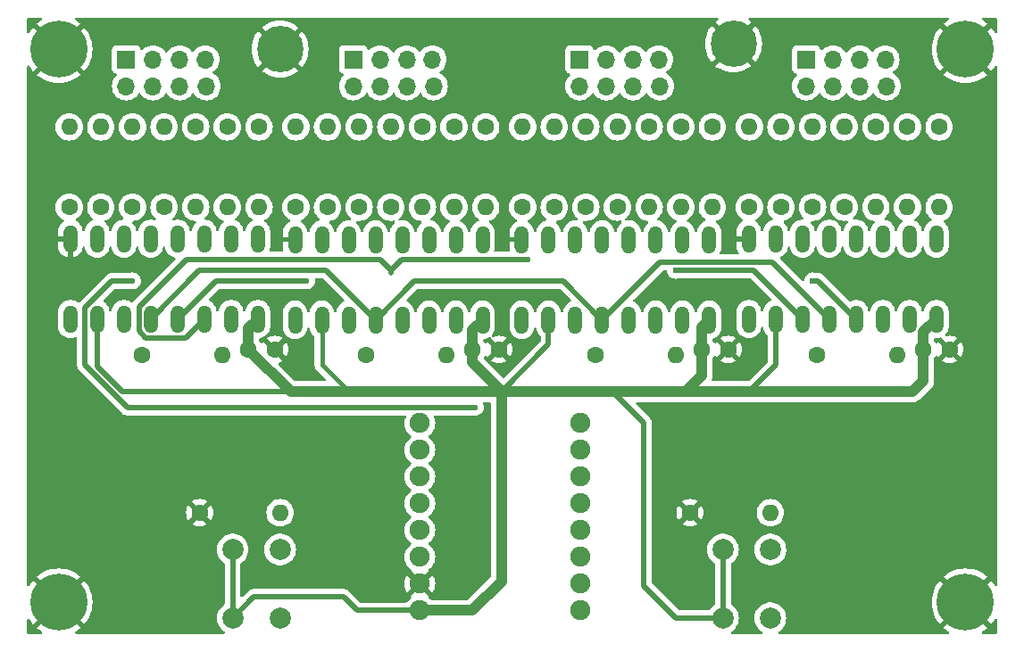
<source format=gbr>
%TF.GenerationSoftware,KiCad,Pcbnew,8.0.0*%
%TF.CreationDate,2024-03-02T12:55:41+00:00*%
%TF.ProjectId,binClock,62696e43-6c6f-4636-9b2e-6b696361645f,rev?*%
%TF.SameCoordinates,Original*%
%TF.FileFunction,Copper,L2,Bot*%
%TF.FilePolarity,Positive*%
%FSLAX46Y46*%
G04 Gerber Fmt 4.6, Leading zero omitted, Abs format (unit mm)*
G04 Created by KiCad (PCBNEW 8.0.0) date 2024-03-02 12:55:41*
%MOMM*%
%LPD*%
G01*
G04 APERTURE LIST*
%TA.AperFunction,ComponentPad*%
%ADD10C,3.100000*%
%TD*%
%TA.AperFunction,ConnectorPad*%
%ADD11C,5.400000*%
%TD*%
%TA.AperFunction,ComponentPad*%
%ADD12C,2.600000*%
%TD*%
%TA.AperFunction,ConnectorPad*%
%ADD13C,4.400000*%
%TD*%
%TA.AperFunction,ComponentPad*%
%ADD14R,1.700000X1.700000*%
%TD*%
%TA.AperFunction,ComponentPad*%
%ADD15O,1.700000X1.700000*%
%TD*%
%TA.AperFunction,ComponentPad*%
%ADD16O,1.320800X2.641600*%
%TD*%
%TA.AperFunction,ComponentPad*%
%ADD17C,1.600000*%
%TD*%
%TA.AperFunction,ComponentPad*%
%ADD18O,1.600000X1.600000*%
%TD*%
%TA.AperFunction,ComponentPad*%
%ADD19C,1.905000*%
%TD*%
%TA.AperFunction,ComponentPad*%
%ADD20C,2.000000*%
%TD*%
%TA.AperFunction,ViaPad*%
%ADD21C,0.600000*%
%TD*%
%TA.AperFunction,Conductor*%
%ADD22C,0.500000*%
%TD*%
%TA.AperFunction,Conductor*%
%ADD23C,0.400000*%
%TD*%
%TA.AperFunction,Conductor*%
%ADD24C,1.000000*%
%TD*%
G04 APERTURE END LIST*
D10*
%TO.P,M2.5,1,1*%
%TO.N,GND*%
X111500000Y-136500000D03*
D11*
X111500000Y-136500000D03*
%TD*%
%TO.P,M2.5,1,1*%
%TO.N,GND*%
X197500000Y-136500000D03*
D10*
X197500000Y-136500000D03*
%TD*%
%TO.P,M2.5,1,1*%
%TO.N,GND*%
X197500000Y-84000000D03*
D11*
X197500000Y-84000000D03*
%TD*%
D10*
%TO.P,M2.5,1,1*%
%TO.N,GND*%
X111500000Y-84000000D03*
D11*
X111500000Y-84000000D03*
%TD*%
D12*
%TO.P,LED GND,1,1*%
%TO.N,GND*%
X132500000Y-84000000D03*
D13*
X132500000Y-84000000D03*
%TD*%
D12*
%TO.P,LED GND,1,1*%
%TO.N,GND*%
X175500000Y-83500000D03*
D13*
X175500000Y-83500000D03*
%TD*%
D14*
%TO.P,R1,1,Pin_1*%
%TO.N,Net-(J4-Pin_1)*%
X182400000Y-84970000D03*
D15*
%TO.P,R1,2,Pin_2*%
%TO.N,Net-(J4-Pin_2)*%
X184940000Y-84970000D03*
%TO.P,R1,3,Pin_3*%
%TO.N,Net-(J4-Pin_3)*%
X187480000Y-84970000D03*
%TO.P,R1,4,Pin_4*%
%TO.N,Net-(J4-Pin_4)*%
X189900000Y-84970000D03*
%TO.P,R1,5,Pin_5*%
%TO.N,Net-(J4-Pin_5)*%
X190020000Y-87510000D03*
%TO.P,R1,6,Pin_6*%
%TO.N,Net-(J4-Pin_6)*%
X187480000Y-87510000D03*
%TO.P,R1,7,Pin_7*%
%TO.N,Net-(J4-Pin_7)*%
X184940000Y-87510000D03*
%TO.P,R1,8,Pin_8*%
%TO.N,Net-(J4-Pin_8)*%
X182400000Y-87510000D03*
%TD*%
D14*
%TO.P,R2,1,Pin_1*%
%TO.N,Net-(J3-Pin_1)*%
X160900000Y-84970000D03*
D15*
%TO.P,R2,2,Pin_2*%
%TO.N,Net-(J3-Pin_2)*%
X163440000Y-84970000D03*
%TO.P,R2,3,Pin_3*%
%TO.N,Net-(J3-Pin_3)*%
X165980000Y-84970000D03*
%TO.P,R2,4,Pin_4*%
%TO.N,Net-(J3-Pin_4)*%
X168400000Y-84970000D03*
%TO.P,R2,5,Pin_5*%
%TO.N,Net-(J3-Pin_5)*%
X168520000Y-87510000D03*
%TO.P,R2,6,Pin_6*%
%TO.N,Net-(J3-Pin_6)*%
X165980000Y-87510000D03*
%TO.P,R2,7,Pin_7*%
%TO.N,Net-(J3-Pin_7)*%
X163440000Y-87510000D03*
%TO.P,R2,8,Pin_8*%
%TO.N,Net-(J3-Pin_8)*%
X160900000Y-87510000D03*
%TD*%
D14*
%TO.P,R3,1,Pin_1*%
%TO.N,Net-(J2-Pin_1)*%
X139440000Y-84970000D03*
D15*
%TO.P,R3,2,Pin_2*%
%TO.N,Net-(J2-Pin_2)*%
X141980000Y-84970000D03*
%TO.P,R3,3,Pin_3*%
%TO.N,Net-(J2-Pin_3)*%
X144520000Y-84970000D03*
%TO.P,R3,4,Pin_4*%
%TO.N,Net-(J2-Pin_4)*%
X146940000Y-84970000D03*
%TO.P,R3,5,Pin_5*%
%TO.N,Net-(J2-Pin_5)*%
X147060000Y-87510000D03*
%TO.P,R3,6,Pin_6*%
%TO.N,Net-(J2-Pin_6)*%
X144520000Y-87510000D03*
%TO.P,R3,7,Pin_7*%
%TO.N,Net-(J2-Pin_7)*%
X141980000Y-87510000D03*
%TO.P,R3,8,Pin_8*%
%TO.N,Net-(J2-Pin_8)*%
X139440000Y-87510000D03*
%TD*%
D14*
%TO.P,R4,1,Pin_1*%
%TO.N,Net-(J1-Pin_1)*%
X117900000Y-84970000D03*
D15*
%TO.P,R4,2,Pin_2*%
%TO.N,Net-(J1-Pin_2)*%
X120440000Y-84970000D03*
%TO.P,R4,3,Pin_3*%
%TO.N,Net-(J1-Pin_3)*%
X122980000Y-84970000D03*
%TO.P,R4,4,Pin_4*%
%TO.N,Net-(J1-Pin_4)*%
X125400000Y-84970000D03*
%TO.P,R4,5,Pin_5*%
%TO.N,Net-(J1-Pin_5)*%
X125520000Y-87510000D03*
%TO.P,R4,6,Pin_6*%
%TO.N,Net-(J1-Pin_6)*%
X122980000Y-87510000D03*
%TO.P,R4,7,Pin_7*%
%TO.N,Net-(J1-Pin_7)*%
X120440000Y-87510000D03*
%TO.P,R4,8,Pin_8*%
%TO.N,Net-(J1-Pin_8)*%
X117900000Y-87510000D03*
%TD*%
D16*
%TO.P,Register 2,1,QB*%
%TO.N,Net-(U4-QB)*%
X173200000Y-102070000D03*
%TO.P,Register 2,2,QC*%
%TO.N,Net-(U4-QC)*%
X170660000Y-102070000D03*
%TO.P,Register 2,3,QD*%
%TO.N,Net-(U4-QD)*%
X168120000Y-102070000D03*
%TO.P,Register 2,4,QE*%
%TO.N,Net-(U4-QE)*%
X165580000Y-102070000D03*
%TO.P,Register 2,5,QF*%
%TO.N,Net-(U4-QF)*%
X163040000Y-102070000D03*
%TO.P,Register 2,6,QG*%
%TO.N,Net-(U4-QG)*%
X160500000Y-102070000D03*
%TO.P,Register 2,7,QH*%
%TO.N,Net-(U4-QH)*%
X157960000Y-102070000D03*
%TO.P,Register 2,8,GND*%
%TO.N,GND*%
X155420000Y-102070000D03*
%TO.P,Register 2,9,QH\u002A*%
%TO.N,Net-(U1-SER)*%
X155420000Y-109690000D03*
%TO.P,Register 2,10,SCL*%
%TO.N,+5V*%
X157960000Y-109690000D03*
%TO.P,Register 2,11,SCK*%
%TO.N,Net-(U1-SCK)*%
X160500000Y-109690000D03*
%TO.P,Register 2,12,RCK*%
%TO.N,Net-(U1-RCK)*%
X163040000Y-109690000D03*
%TO.P,Register 2,13,OE*%
%TO.N,Net-(U1-OE)*%
X165580000Y-109690000D03*
%TO.P,Register 2,14,SER*%
%TO.N,Net-(U4-SER)*%
X168120000Y-109690000D03*
%TO.P,Register 2,15,QA*%
%TO.N,Net-(U4-QA)*%
X170660000Y-109690000D03*
%TO.P,Register 2,16,VCC*%
%TO.N,+5V*%
X173200000Y-109690000D03*
%TD*%
D17*
%TO.P,C4,1*%
%TO.N,+5V*%
X193500000Y-112500000D03*
%TO.P,C4,2*%
%TO.N,GND*%
X196000000Y-112500000D03*
%TD*%
%TO.P,C3,1*%
%TO.N,+5V*%
X172500000Y-112500000D03*
%TO.P,C3,2*%
%TO.N,GND*%
X175000000Y-112500000D03*
%TD*%
%TO.P,C2,1*%
%TO.N,+5V*%
X150750000Y-112500000D03*
%TO.P,C2,2*%
%TO.N,GND*%
X153250000Y-112500000D03*
%TD*%
%TO.P,C1,1*%
%TO.N,+5V*%
X129500000Y-112500000D03*
%TO.P,C1,2*%
%TO.N,GND*%
X132000000Y-112500000D03*
%TD*%
%TO.P,R34,1*%
%TO.N,Net-(J4-Pin_4)*%
X189000000Y-91380000D03*
D18*
%TO.P,R34,2*%
%TO.N,Net-(U5-QD)*%
X189000000Y-99000000D03*
%TD*%
D17*
%TO.P,R33,1*%
%TO.N,Net-(J4-Pin_3)*%
X192000000Y-91380000D03*
D18*
%TO.P,R33,2*%
%TO.N,Net-(U5-QC)*%
X192000000Y-99000000D03*
%TD*%
D17*
%TO.P,R32,1*%
%TO.N,Net-(J4-Pin_2)*%
X195000000Y-91380000D03*
D18*
%TO.P,R32,2*%
%TO.N,Net-(U5-QB)*%
X195000000Y-99000000D03*
%TD*%
D17*
%TO.P,R31,1*%
%TO.N,Net-(J4-Pin_1)*%
X183380000Y-113000000D03*
D18*
%TO.P,R31,2*%
%TO.N,Net-(U5-QA)*%
X191000000Y-113000000D03*
%TD*%
D17*
%TO.P,R30,1*%
%TO.N,Net-(U5-QE)*%
X186000000Y-99000000D03*
D18*
%TO.P,R30,2*%
%TO.N,Net-(J4-Pin_5)*%
X186000000Y-91380000D03*
%TD*%
D17*
%TO.P,R29,1*%
%TO.N,Net-(U5-QF)*%
X183000000Y-99000000D03*
D18*
%TO.P,R29,2*%
%TO.N,Net-(J4-Pin_6)*%
X183000000Y-91380000D03*
%TD*%
D17*
%TO.P,R28,1*%
%TO.N,Net-(U5-QG)*%
X180000000Y-99000000D03*
D18*
%TO.P,R28,2*%
%TO.N,Net-(J4-Pin_7)*%
X180000000Y-91380000D03*
%TD*%
%TO.P,R27,2*%
%TO.N,Net-(J4-Pin_8)*%
X177000000Y-91380000D03*
D17*
%TO.P,R27,1*%
%TO.N,Net-(U5-QH)*%
X177000000Y-99000000D03*
%TD*%
%TO.P,R26,1*%
%TO.N,Net-(J3-Pin_4)*%
X167500000Y-91380000D03*
D18*
%TO.P,R26,2*%
%TO.N,Net-(U4-QD)*%
X167500000Y-99000000D03*
%TD*%
D17*
%TO.P,R25,1*%
%TO.N,Net-(J3-Pin_3)*%
X170500000Y-91380000D03*
D18*
%TO.P,R25,2*%
%TO.N,Net-(U4-QC)*%
X170500000Y-99000000D03*
%TD*%
D17*
%TO.P,R24,1*%
%TO.N,Net-(J3-Pin_2)*%
X173500000Y-91380000D03*
D18*
%TO.P,R24,2*%
%TO.N,Net-(U4-QB)*%
X173500000Y-99000000D03*
%TD*%
D17*
%TO.P,R23,1*%
%TO.N,Net-(J3-Pin_1)*%
X162380000Y-113000000D03*
D18*
%TO.P,R23,2*%
%TO.N,Net-(U4-QA)*%
X170000000Y-113000000D03*
%TD*%
D17*
%TO.P,R22,1*%
%TO.N,Net-(U4-QE)*%
X164500000Y-99000000D03*
D18*
%TO.P,R22,2*%
%TO.N,Net-(J3-Pin_5)*%
X164500000Y-91380000D03*
%TD*%
D17*
%TO.P,R21,1*%
%TO.N,Net-(U4-QF)*%
X161500000Y-99000000D03*
D18*
%TO.P,R21,2*%
%TO.N,Net-(J3-Pin_6)*%
X161500000Y-91380000D03*
%TD*%
D17*
%TO.P,R20,1*%
%TO.N,Net-(U4-QG)*%
X158500000Y-99000000D03*
D18*
%TO.P,R20,2*%
%TO.N,Net-(J3-Pin_7)*%
X158500000Y-91380000D03*
%TD*%
D17*
%TO.P,R19,1*%
%TO.N,Net-(U4-QH)*%
X155500000Y-99000000D03*
D18*
%TO.P,R19,2*%
%TO.N,Net-(J3-Pin_8)*%
X155500000Y-91380000D03*
%TD*%
D17*
%TO.P,R18,1*%
%TO.N,Net-(J2-Pin_4)*%
X146000000Y-91380000D03*
D18*
%TO.P,R18,2*%
%TO.N,Net-(U2-QD)*%
X146000000Y-99000000D03*
%TD*%
D17*
%TO.P,R17,1*%
%TO.N,Net-(J2-Pin_3)*%
X149000000Y-91380000D03*
D18*
%TO.P,R17,2*%
%TO.N,Net-(U2-QC)*%
X149000000Y-99000000D03*
%TD*%
D17*
%TO.P,R16,1*%
%TO.N,Net-(J2-Pin_2)*%
X152000000Y-91380000D03*
D18*
%TO.P,R16,2*%
%TO.N,Net-(U2-QB)*%
X152000000Y-99000000D03*
%TD*%
D17*
%TO.P,R15,1*%
%TO.N,Net-(J2-Pin_1)*%
X140630000Y-113000000D03*
D18*
%TO.P,R15,2*%
%TO.N,Net-(U2-QA)*%
X148250000Y-113000000D03*
%TD*%
D17*
%TO.P,R14,1*%
%TO.N,Net-(U2-QE)*%
X143000000Y-99000000D03*
D18*
%TO.P,R14,2*%
%TO.N,Net-(J2-Pin_5)*%
X143000000Y-91380000D03*
%TD*%
D17*
%TO.P,R13,1*%
%TO.N,Net-(U2-QF)*%
X140000000Y-99000000D03*
D18*
%TO.P,R13,2*%
%TO.N,Net-(J2-Pin_6)*%
X140000000Y-91380000D03*
%TD*%
D17*
%TO.P,R12,1*%
%TO.N,Net-(U2-QG)*%
X137000000Y-99000000D03*
D18*
%TO.P,R12,2*%
%TO.N,Net-(J2-Pin_7)*%
X137000000Y-91380000D03*
%TD*%
D17*
%TO.P,R11,1*%
%TO.N,Net-(U2-QH)*%
X134000000Y-99000000D03*
D18*
%TO.P,R11,2*%
%TO.N,Net-(J2-Pin_8)*%
X134000000Y-91380000D03*
%TD*%
D17*
%TO.P,R10,1*%
%TO.N,GND*%
X171380000Y-128000000D03*
D18*
%TO.P,R10,2*%
%TO.N,Net-(U3-GPIO1{slash}A)*%
X179000000Y-128000000D03*
%TD*%
D17*
%TO.P,R9,1*%
%TO.N,GND*%
X124880000Y-128000000D03*
D18*
%TO.P,R9,2*%
%TO.N,Net-(U3-GPIO0{slash}A)*%
X132500000Y-128000000D03*
%TD*%
D17*
%TO.P,R8,1*%
%TO.N,Net-(J1-Pin_4)*%
X124500000Y-91380000D03*
D18*
%TO.P,R8,2*%
%TO.N,Net-(U1-QD)*%
X124500000Y-99000000D03*
%TD*%
D17*
%TO.P,R7,1*%
%TO.N,Net-(J1-Pin_3)*%
X127500000Y-91380000D03*
D18*
%TO.P,R7,2*%
%TO.N,Net-(U1-QC)*%
X127500000Y-99000000D03*
%TD*%
D17*
%TO.P,R6,1*%
%TO.N,Net-(J1-Pin_2)*%
X130500000Y-91380000D03*
D18*
%TO.P,R6,2*%
%TO.N,Net-(U1-QB)*%
X130500000Y-99000000D03*
%TD*%
D17*
%TO.P,R5,1*%
%TO.N,Net-(J1-Pin_1)*%
X119380000Y-113000000D03*
D18*
%TO.P,R5,2*%
%TO.N,Net-(U1-QA)*%
X127000000Y-113000000D03*
%TD*%
D17*
%TO.P,R4,1*%
%TO.N,Net-(U1-QE)*%
X121500000Y-99000000D03*
D18*
%TO.P,R4,2*%
%TO.N,Net-(J1-Pin_5)*%
X121500000Y-91380000D03*
%TD*%
D17*
%TO.P,R3,1*%
%TO.N,Net-(U1-QF)*%
X118500000Y-99000000D03*
D18*
%TO.P,R3,2*%
%TO.N,Net-(J1-Pin_6)*%
X118500000Y-91380000D03*
%TD*%
D17*
%TO.P,R2,1*%
%TO.N,Net-(U1-QG)*%
X115500000Y-99000000D03*
D18*
%TO.P,R2,2*%
%TO.N,Net-(J1-Pin_7)*%
X115500000Y-91380000D03*
%TD*%
D17*
%TO.P,R1,1*%
%TO.N,Net-(U1-QH)*%
X112500000Y-99000000D03*
D18*
%TO.P,R1,2*%
%TO.N,Net-(J1-Pin_8)*%
X112500000Y-91380000D03*
%TD*%
D16*
%TO.P,Register 4,1,QB*%
%TO.N,Net-(U1-QB)*%
X130390000Y-102000000D03*
%TO.P,Register 4,2,QC*%
%TO.N,Net-(U1-QC)*%
X127850000Y-102000000D03*
%TO.P,Register 4,3,QD*%
%TO.N,Net-(U1-QD)*%
X125310000Y-102000000D03*
%TO.P,Register 4,4,QE*%
%TO.N,Net-(U1-QE)*%
X122770000Y-102000000D03*
%TO.P,Register 4,5,QF*%
%TO.N,Net-(U1-QF)*%
X120230000Y-102000000D03*
%TO.P,Register 4,6,QG*%
%TO.N,Net-(U1-QG)*%
X117690000Y-102000000D03*
%TO.P,Register 4,7,QH*%
%TO.N,Net-(U1-QH)*%
X115150000Y-102000000D03*
%TO.P,Register 4,8,GND*%
%TO.N,GND*%
X112610000Y-102000000D03*
%TO.P,Register 4,9,QH\u002A*%
%TO.N,unconnected-(U1-QH\u002A-Pad9)*%
X112610000Y-109620000D03*
%TO.P,Register 4,10,SCL*%
%TO.N,+5V*%
X115150000Y-109620000D03*
%TO.P,Register 4,11,SCK*%
%TO.N,Net-(U1-SCK)*%
X117690000Y-109620000D03*
%TO.P,Register 4,12,RCK*%
%TO.N,Net-(U1-RCK)*%
X120230000Y-109620000D03*
%TO.P,Register 4,13,OE*%
%TO.N,Net-(U1-OE)*%
X122770000Y-109620000D03*
%TO.P,Register 4,14,SER*%
%TO.N,Net-(U1-SER)*%
X125310000Y-109620000D03*
%TO.P,Register 4,15,QA*%
%TO.N,Net-(U1-QA)*%
X127850000Y-109620000D03*
%TO.P,Register 4,16,VCC*%
%TO.N,+5V*%
X130390000Y-109620000D03*
%TD*%
D19*
%TO.P,ESP32-C3 Supermini,0,GPIO0/A*%
%TO.N,Net-(U3-GPIO0{slash}A)*%
X145760000Y-119500000D03*
%TO.P,ESP32-C3 Supermini,1,GPIO1/A*%
%TO.N,Net-(U3-GPIO1{slash}A)*%
X145760000Y-122040000D03*
%TO.P,ESP32-C3 Supermini,2,GPIO2/A*%
%TO.N,unconnected-(U3-GPIO2{slash}A-Pad2)*%
X145760000Y-124580000D03*
%TO.P,ESP32-C3 Supermini,3,GPIO3/A*%
%TO.N,unconnected-(U3-GPIO3{slash}A-Pad3)*%
X145760000Y-127120000D03*
%TO.P,ESP32-C3 Supermini,3.3,3V3*%
%TO.N,unconnected-(U3-3V3-Pad3.3)*%
X145760000Y-132200000D03*
%TO.P,ESP32-C3 Supermini,4,GPIO4/A/SCK*%
%TO.N,unconnected-(U3-GPIO4{slash}A{slash}SCK-Pad4)*%
X145760000Y-129660000D03*
%TO.P,ESP32-C3 Supermini,5,GPIO5/A/MISO*%
%TO.N,Net-(U1-OE)*%
X161000000Y-137280000D03*
%TO.P,ESP32-C3 Supermini,5V,5V*%
%TO.N,+5V*%
X145760000Y-137280000D03*
%TO.P,ESP32-C3 Supermini,6,GPIO6/MOSI*%
%TO.N,Net-(U3-GPIO6{slash}MOSI)*%
X161000000Y-134740000D03*
%TO.P,ESP32-C3 Supermini,7,GPIO7/SS*%
%TO.N,Net-(U1-RCK)*%
X161000000Y-132200000D03*
%TO.P,ESP32-C3 Supermini,8,GPIO8/SDA*%
%TO.N,Net-(U1-SCK)*%
X161000000Y-129660000D03*
%TO.P,ESP32-C3 Supermini,9,GPIO9/SCL*%
%TO.N,unconnected-(U3-GPIO9{slash}SCL-Pad9)*%
X161000000Y-127120000D03*
%TO.P,ESP32-C3 Supermini,10,GPIO10*%
%TO.N,unconnected-(U3-GPIO10-Pad10)*%
X161000000Y-124580000D03*
%TO.P,ESP32-C3 Supermini,20,GPIO20/RX*%
%TO.N,unconnected-(U3-GPIO20{slash}RX-Pad20)*%
X161000000Y-122040000D03*
%TO.P,ESP32-C3 Supermini,21,GPIO21/TX*%
%TO.N,unconnected-(U3-GPIO21{slash}TX-Pad21)*%
X161000000Y-119500000D03*
%TO.P,ESP32-C3 Supermini,G,GND*%
%TO.N,GND*%
X145760000Y-134740000D03*
%TD*%
D16*
%TO.P,Register 1,1,QB*%
%TO.N,Net-(U5-QB)*%
X194740000Y-102000000D03*
%TO.P,Register 1,2,QC*%
%TO.N,Net-(U5-QC)*%
X192200000Y-102000000D03*
%TO.P,Register 1,3,QD*%
%TO.N,Net-(U5-QD)*%
X189660000Y-102000000D03*
%TO.P,Register 1,4,QE*%
%TO.N,Net-(U5-QE)*%
X187120000Y-102000000D03*
%TO.P,Register 1,5,QF*%
%TO.N,Net-(U5-QF)*%
X184580000Y-102000000D03*
%TO.P,Register 1,6,QG*%
%TO.N,Net-(U5-QG)*%
X182040000Y-102000000D03*
%TO.P,Register 1,7,QH*%
%TO.N,Net-(U5-QH)*%
X179500000Y-102000000D03*
%TO.P,Register 1,8,GND*%
%TO.N,GND*%
X176960000Y-102000000D03*
%TO.P,Register 1,9,QH\u002A*%
%TO.N,Net-(U4-SER)*%
X176960000Y-109620000D03*
%TO.P,Register 1,10,SCL*%
%TO.N,+5V*%
X179500000Y-109620000D03*
%TO.P,Register 1,11,SCK*%
%TO.N,Net-(U1-SCK)*%
X182040000Y-109620000D03*
%TO.P,Register 1,12,RCK*%
%TO.N,Net-(U1-RCK)*%
X184580000Y-109620000D03*
%TO.P,Register 1,13,OE*%
%TO.N,Net-(U1-OE)*%
X187120000Y-109620000D03*
%TO.P,Register 1,14,SER*%
%TO.N,Net-(U3-GPIO6{slash}MOSI)*%
X189660000Y-109620000D03*
%TO.P,Register 1,15,QA*%
%TO.N,Net-(U5-QA)*%
X192200000Y-109620000D03*
%TO.P,Register 1,16,VCC*%
%TO.N,+5V*%
X194740000Y-109620000D03*
%TD*%
D20*
%TO.P,SW2,1,1*%
%TO.N,+5V*%
X174500000Y-138000000D03*
X174500000Y-131500000D03*
%TO.P,SW2,2,2*%
%TO.N,Net-(U3-GPIO1{slash}A)*%
X179000000Y-138000000D03*
X179000000Y-131500000D03*
%TD*%
D16*
%TO.P,Register 3,1,QB*%
%TO.N,Net-(U2-QB)*%
X151700000Y-102070000D03*
%TO.P,Register 3,2,QC*%
%TO.N,Net-(U2-QC)*%
X149160000Y-102070000D03*
%TO.P,Register 3,3,QD*%
%TO.N,Net-(U2-QD)*%
X146620000Y-102070000D03*
%TO.P,Register 3,4,QE*%
%TO.N,Net-(U2-QE)*%
X144080000Y-102070000D03*
%TO.P,Register 3,5,QF*%
%TO.N,Net-(U2-QF)*%
X141540000Y-102070000D03*
%TO.P,Register 3,6,QG*%
%TO.N,Net-(U2-QG)*%
X139000000Y-102070000D03*
%TO.P,Register 3,7,QH*%
%TO.N,Net-(U2-QH)*%
X136460000Y-102070000D03*
%TO.P,Register 3,8,GND*%
%TO.N,GND*%
X133920000Y-102070000D03*
%TO.P,Register 3,9,QH\u002A*%
%TO.N,unconnected-(U2-QH\u002A-Pad9)*%
X133920000Y-109690000D03*
%TO.P,Register 3,10,SCL*%
%TO.N,+5V*%
X136460000Y-109690000D03*
%TO.P,Register 3,11,SCK*%
%TO.N,Net-(U1-SCK)*%
X139000000Y-109690000D03*
%TO.P,Register 3,12,RCK*%
%TO.N,Net-(U1-RCK)*%
X141540000Y-109690000D03*
%TO.P,Register 3,13,OE*%
%TO.N,Net-(U1-OE)*%
X144080000Y-109690000D03*
%TO.P,Register 3,14,SER*%
%TO.N,Net-(U1-SER)*%
X146620000Y-109690000D03*
%TO.P,Register 3,15,QA*%
%TO.N,Net-(U2-QA)*%
X149160000Y-109690000D03*
%TO.P,Register 3,16,VCC*%
%TO.N,+5V*%
X151700000Y-109690000D03*
%TD*%
D20*
%TO.P,SW1,1,1*%
%TO.N,+5V*%
X128000000Y-138000000D03*
X128000000Y-131500000D03*
%TO.P,SW1,2,2*%
%TO.N,Net-(U3-GPIO0{slash}A)*%
X132500000Y-138000000D03*
X132500000Y-131500000D03*
%TD*%
D21*
%TO.N,Net-(U1-OE)*%
X151000000Y-118000000D03*
X118500000Y-106000000D03*
%TO.N,Net-(U1-SER)*%
X156000000Y-104000000D03*
X143000000Y-105000000D03*
%TO.N,GND*%
X157000000Y-107000000D03*
X129000000Y-107000000D03*
X174000000Y-106000000D03*
%TO.N,Net-(U1-OE)*%
X183000000Y-106000000D03*
X135000000Y-106000000D03*
%TO.N,Net-(U1-SCK)*%
X170000000Y-105000000D03*
%TD*%
D22*
%TO.N,Net-(U1-OE)*%
X118010050Y-118000000D02*
X151000000Y-118000000D01*
X114000000Y-113989950D02*
X118010050Y-118000000D01*
X114000000Y-108539257D02*
X114000000Y-113989950D01*
X116539257Y-106000000D02*
X114000000Y-108539257D01*
X118500000Y-106000000D02*
X116539257Y-106000000D01*
D23*
%TO.N,+5V*%
X136460000Y-113960000D02*
X139000000Y-116500000D01*
X136460000Y-109690000D02*
X136460000Y-113960000D01*
D24*
X139000000Y-116500000D02*
X133500000Y-116500000D01*
X153500000Y-116500000D02*
X139000000Y-116500000D01*
D22*
%TO.N,Net-(U1-SER)*%
X144000000Y-104000000D02*
X156000000Y-104000000D01*
X143000000Y-105000000D02*
X144000000Y-104000000D01*
X142000000Y-104000000D02*
X143000000Y-105000000D01*
X143000000Y-105000000D02*
X143000000Y-105240050D01*
X123619257Y-104000000D02*
X142000000Y-104000000D01*
X119119600Y-108499657D02*
X123619257Y-104000000D01*
X119119600Y-110740343D02*
X119119600Y-108499657D01*
X119770057Y-111390800D02*
X119119600Y-110740343D01*
X123539200Y-111390800D02*
X119770057Y-111390800D01*
X125310000Y-109620000D02*
X123539200Y-111390800D01*
%TO.N,Net-(U1-OE)*%
X126390000Y-106000000D02*
X122770000Y-109620000D01*
X135000000Y-106000000D02*
X126390000Y-106000000D01*
%TO.N,Net-(U1-RCK)*%
X124850000Y-105000000D02*
X136850000Y-105000000D01*
X136850000Y-105000000D02*
X141540000Y-109690000D01*
X120230000Y-109620000D02*
X124850000Y-105000000D01*
%TO.N,Net-(U1-OE)*%
X183500000Y-106000000D02*
X183000000Y-106000000D01*
X187120000Y-109620000D02*
X183500000Y-106000000D01*
%TO.N,Net-(U1-RCK)*%
X179210000Y-104250000D02*
X184580000Y-109620000D01*
X168480000Y-104250000D02*
X179210000Y-104250000D01*
X163040000Y-109690000D02*
X168480000Y-104250000D01*
X159350000Y-106000000D02*
X163040000Y-109690000D01*
X145230000Y-106000000D02*
X159350000Y-106000000D01*
X141540000Y-109690000D02*
X145230000Y-106000000D01*
%TO.N,Net-(U1-SCK)*%
X177420000Y-105000000D02*
X182040000Y-109620000D01*
X170000000Y-105000000D02*
X177420000Y-105000000D01*
%TO.N,+5V*%
X128000000Y-138000000D02*
X128000000Y-131500000D01*
X174500000Y-138000000D02*
X174500000Y-131500000D01*
X167000000Y-119500000D02*
X164000000Y-116500000D01*
X167000000Y-135000000D02*
X167000000Y-119500000D01*
D24*
X164000000Y-116500000D02*
X171000000Y-116500000D01*
X153500000Y-116500000D02*
X164000000Y-116500000D01*
D22*
X170000000Y-138000000D02*
X167000000Y-135000000D01*
X174500000Y-138000000D02*
X170000000Y-138000000D01*
D24*
X193500000Y-110860000D02*
X194740000Y-109620000D01*
X193500000Y-112500000D02*
X193500000Y-110860000D01*
X192500000Y-116500000D02*
X193500000Y-115500000D01*
X193500000Y-115500000D02*
X193500000Y-112500000D01*
X177000000Y-116500000D02*
X192500000Y-116500000D01*
D22*
X177000000Y-116500000D02*
X179500000Y-114000000D01*
X179500000Y-114000000D02*
X179500000Y-109620000D01*
D24*
X171000000Y-116500000D02*
X177000000Y-116500000D01*
X172500000Y-112500000D02*
X172500000Y-110390000D01*
X172500000Y-110390000D02*
X173200000Y-109690000D01*
X172500000Y-115000000D02*
X172500000Y-112500000D01*
X171000000Y-116500000D02*
X172500000Y-115000000D01*
D22*
X153500000Y-116500000D02*
X157960000Y-112040000D01*
X157960000Y-112040000D02*
X157960000Y-109690000D01*
X115150000Y-114150000D02*
X115150000Y-109620000D01*
X133500000Y-116500000D02*
X117500000Y-116500000D01*
X117500000Y-116500000D02*
X115150000Y-114150000D01*
D24*
X133500000Y-116500000D02*
X129500000Y-112500000D01*
X129500000Y-110510000D02*
X130390000Y-109620000D01*
X129500000Y-112500000D02*
X129500000Y-110510000D01*
X150750000Y-112500000D02*
X150750000Y-110640000D01*
X150750000Y-110640000D02*
X151700000Y-109690000D01*
X150750000Y-113750000D02*
X150750000Y-112500000D01*
X153500000Y-134500000D02*
X153500000Y-116500000D01*
X153500000Y-116500000D02*
X150750000Y-113750000D01*
X145760000Y-137280000D02*
X150720000Y-137280000D01*
X150720000Y-137280000D02*
X153500000Y-134500000D01*
D22*
X139780000Y-137280000D02*
X145760000Y-137280000D01*
X138500000Y-136000000D02*
X139780000Y-137280000D01*
X128000000Y-138000000D02*
X130000000Y-136000000D01*
X130000000Y-136000000D02*
X138500000Y-136000000D01*
%TD*%
%TA.AperFunction,Conductor*%
%TO.N,GND*%
G36*
X110470278Y-137379466D02*
G01*
X110620534Y-137529722D01*
X110738281Y-137615270D01*
X109420397Y-138933154D01*
X109501693Y-139005806D01*
X109794805Y-139213781D01*
X109794810Y-139213784D01*
X109891046Y-139266972D01*
X109940199Y-139316629D01*
X109954702Y-139384977D01*
X109929952Y-139450316D01*
X109873805Y-139491901D01*
X109831065Y-139499500D01*
X108624500Y-139499500D01*
X108557461Y-139479815D01*
X108511706Y-139427011D01*
X108500500Y-139375500D01*
X108500500Y-138168934D01*
X108520185Y-138101895D01*
X108572989Y-138056140D01*
X108642147Y-138046196D01*
X108705703Y-138075221D01*
X108733028Y-138108953D01*
X108786215Y-138205189D01*
X108786218Y-138205194D01*
X108994193Y-138498306D01*
X109066844Y-138579601D01*
X110384728Y-137261717D01*
X110470278Y-137379466D01*
G37*
%TD.AperFunction*%
%TA.AperFunction,Conductor*%
G36*
X174037880Y-81020185D02*
G01*
X174083635Y-81072989D01*
X174093579Y-81142147D01*
X174064554Y-81205703D01*
X174034991Y-81230617D01*
X173963422Y-81273881D01*
X173963416Y-81273886D01*
X173775030Y-81421474D01*
X173775029Y-81421476D01*
X174917262Y-82563709D01*
X174783398Y-82660967D01*
X174660967Y-82783398D01*
X174563709Y-82917262D01*
X173421476Y-81775029D01*
X173421474Y-81775030D01*
X173273886Y-81963416D01*
X173273881Y-81963422D01*
X173104898Y-82242956D01*
X173104897Y-82242958D01*
X172970839Y-82540824D01*
X172970835Y-82540835D01*
X172873667Y-82852658D01*
X172814786Y-83173961D01*
X172795065Y-83500000D01*
X172814786Y-83826038D01*
X172873667Y-84147341D01*
X172970835Y-84459164D01*
X172970839Y-84459175D01*
X173104897Y-84757041D01*
X173104898Y-84757043D01*
X173273881Y-85036576D01*
X173421476Y-85224968D01*
X174563708Y-84082736D01*
X174660967Y-84216602D01*
X174783398Y-84339033D01*
X174917262Y-84436290D01*
X173775030Y-85578522D01*
X173775030Y-85578523D01*
X173963423Y-85726118D01*
X174242956Y-85895101D01*
X174242958Y-85895102D01*
X174540824Y-86029160D01*
X174540835Y-86029164D01*
X174852658Y-86126332D01*
X175173961Y-86185213D01*
X175500000Y-86204934D01*
X175826038Y-86185213D01*
X176147341Y-86126332D01*
X176459164Y-86029164D01*
X176459175Y-86029160D01*
X176757041Y-85895102D01*
X176757043Y-85895101D01*
X177036586Y-85726112D01*
X177224968Y-85578523D01*
X177224968Y-85578522D01*
X176082737Y-84436290D01*
X176216602Y-84339033D01*
X176339033Y-84216602D01*
X176436290Y-84082737D01*
X177578522Y-85224968D01*
X177578523Y-85224968D01*
X177726112Y-85036586D01*
X177895101Y-84757043D01*
X177895102Y-84757041D01*
X178029160Y-84459175D01*
X178029164Y-84459164D01*
X178126332Y-84147341D01*
X178185213Y-83826038D01*
X178204934Y-83500000D01*
X178185213Y-83173961D01*
X178126332Y-82852658D01*
X178029164Y-82540835D01*
X178029160Y-82540824D01*
X177895102Y-82242958D01*
X177895101Y-82242956D01*
X177726118Y-81963423D01*
X177578522Y-81775030D01*
X176436290Y-82917262D01*
X176339033Y-82783398D01*
X176216602Y-82660967D01*
X176082736Y-82563709D01*
X177224968Y-81421476D01*
X177036576Y-81273881D01*
X176965009Y-81230617D01*
X176917822Y-81179089D01*
X176905983Y-81110230D01*
X176933252Y-81045901D01*
X176990970Y-81006527D01*
X177029159Y-81000500D01*
X195831065Y-81000500D01*
X195898104Y-81020185D01*
X195943859Y-81072989D01*
X195953803Y-81142147D01*
X195924778Y-81205703D01*
X195891046Y-81233028D01*
X195794810Y-81286215D01*
X195794805Y-81286218D01*
X195501693Y-81494193D01*
X195420397Y-81566844D01*
X196738282Y-82884729D01*
X196620534Y-82970278D01*
X196470278Y-83120534D01*
X196384729Y-83238282D01*
X195066844Y-81920397D01*
X194994193Y-82001693D01*
X194786218Y-82294805D01*
X194786215Y-82294810D01*
X194612355Y-82609386D01*
X194612353Y-82609390D01*
X194474812Y-82941447D01*
X194375316Y-83286805D01*
X194375314Y-83286814D01*
X194315112Y-83641141D01*
X194315110Y-83641153D01*
X194294958Y-84000000D01*
X194315110Y-84358846D01*
X194315112Y-84358858D01*
X194375314Y-84713185D01*
X194375316Y-84713194D01*
X194474812Y-85058552D01*
X194612353Y-85390609D01*
X194612355Y-85390613D01*
X194786215Y-85705189D01*
X194786218Y-85705194D01*
X194994193Y-85998306D01*
X195066844Y-86079601D01*
X196384728Y-84761717D01*
X196470278Y-84879466D01*
X196620534Y-85029722D01*
X196738281Y-85115270D01*
X195420397Y-86433154D01*
X195501693Y-86505806D01*
X195794805Y-86713781D01*
X195794810Y-86713784D01*
X196109386Y-86887644D01*
X196109390Y-86887646D01*
X196441447Y-87025187D01*
X196786805Y-87124683D01*
X196786814Y-87124685D01*
X197141141Y-87184887D01*
X197141153Y-87184889D01*
X197500000Y-87205041D01*
X197858846Y-87184889D01*
X197858858Y-87184887D01*
X198213185Y-87124685D01*
X198213194Y-87124683D01*
X198558552Y-87025187D01*
X198890609Y-86887646D01*
X198890613Y-86887644D01*
X199205189Y-86713784D01*
X199205194Y-86713781D01*
X199498299Y-86505811D01*
X199498322Y-86505793D01*
X199579602Y-86433155D01*
X199579602Y-86433154D01*
X198261718Y-85115270D01*
X198379466Y-85029722D01*
X198529722Y-84879466D01*
X198615270Y-84761718D01*
X199933154Y-86079602D01*
X199933155Y-86079602D01*
X200005793Y-85998322D01*
X200005811Y-85998299D01*
X200213781Y-85705194D01*
X200213784Y-85705189D01*
X200266972Y-85608953D01*
X200316629Y-85559800D01*
X200384976Y-85545297D01*
X200450315Y-85570047D01*
X200491901Y-85626193D01*
X200499500Y-85668934D01*
X200499500Y-134831065D01*
X200479815Y-134898104D01*
X200427011Y-134943859D01*
X200357853Y-134953803D01*
X200294297Y-134924778D01*
X200266972Y-134891046D01*
X200213784Y-134794810D01*
X200213781Y-134794805D01*
X200005806Y-134501693D01*
X199933154Y-134420397D01*
X198615270Y-135738281D01*
X198529722Y-135620534D01*
X198379466Y-135470278D01*
X198261717Y-135384729D01*
X199579601Y-134066844D01*
X199579602Y-134066844D01*
X199498306Y-133994193D01*
X199205194Y-133786218D01*
X199205189Y-133786215D01*
X198890613Y-133612355D01*
X198890609Y-133612353D01*
X198558552Y-133474812D01*
X198213194Y-133375316D01*
X198213185Y-133375314D01*
X197858858Y-133315112D01*
X197858846Y-133315110D01*
X197500000Y-133294958D01*
X197141153Y-133315110D01*
X197141141Y-133315112D01*
X196786814Y-133375314D01*
X196786805Y-133375316D01*
X196441447Y-133474812D01*
X196109390Y-133612353D01*
X196109386Y-133612355D01*
X195794810Y-133786215D01*
X195794805Y-133786218D01*
X195501693Y-133994193D01*
X195420397Y-134066844D01*
X196738282Y-135384729D01*
X196620534Y-135470278D01*
X196470278Y-135620534D01*
X196384729Y-135738282D01*
X195066844Y-134420397D01*
X194994193Y-134501693D01*
X194786218Y-134794805D01*
X194786215Y-134794810D01*
X194612355Y-135109386D01*
X194612353Y-135109390D01*
X194474812Y-135441447D01*
X194375316Y-135786805D01*
X194375314Y-135786814D01*
X194315112Y-136141141D01*
X194315110Y-136141153D01*
X194294958Y-136500000D01*
X194315110Y-136858846D01*
X194315112Y-136858858D01*
X194375314Y-137213181D01*
X194375316Y-137213194D01*
X194474812Y-137558552D01*
X194612353Y-137890609D01*
X194612355Y-137890613D01*
X194786215Y-138205189D01*
X194786218Y-138205194D01*
X194994193Y-138498306D01*
X195066844Y-138579601D01*
X196384728Y-137261717D01*
X196470278Y-137379466D01*
X196620534Y-137529722D01*
X196738281Y-137615270D01*
X195420397Y-138933154D01*
X195501693Y-139005806D01*
X195794805Y-139213781D01*
X195794810Y-139213784D01*
X195891046Y-139266972D01*
X195940199Y-139316629D01*
X195954702Y-139384977D01*
X195929952Y-139450316D01*
X195873805Y-139491901D01*
X195831065Y-139499500D01*
X179871493Y-139499500D01*
X179804454Y-139479815D01*
X179758699Y-139427011D01*
X179748755Y-139357853D01*
X179777780Y-139294297D01*
X179812473Y-139266445D01*
X179823509Y-139260474D01*
X180019744Y-139107738D01*
X180188164Y-138924785D01*
X180324173Y-138716607D01*
X180424063Y-138488881D01*
X180485108Y-138247821D01*
X180485586Y-138242050D01*
X180505643Y-138000005D01*
X180505643Y-137999994D01*
X180485109Y-137752187D01*
X180485107Y-137752175D01*
X180424063Y-137511118D01*
X180324173Y-137283393D01*
X180188166Y-137075217D01*
X180135696Y-137018220D01*
X180019744Y-136892262D01*
X179823509Y-136739526D01*
X179823507Y-136739525D01*
X179823506Y-136739524D01*
X179604811Y-136621172D01*
X179604802Y-136621169D01*
X179369616Y-136540429D01*
X179124335Y-136499500D01*
X178875665Y-136499500D01*
X178630383Y-136540429D01*
X178395197Y-136621169D01*
X178395188Y-136621172D01*
X178176493Y-136739524D01*
X177980257Y-136892261D01*
X177811833Y-137075217D01*
X177675826Y-137283393D01*
X177575936Y-137511118D01*
X177514892Y-137752175D01*
X177514890Y-137752187D01*
X177494357Y-137999994D01*
X177494357Y-138000005D01*
X177514890Y-138247812D01*
X177514892Y-138247824D01*
X177575936Y-138488881D01*
X177675826Y-138716606D01*
X177811833Y-138924782D01*
X177811835Y-138924784D01*
X177811836Y-138924785D01*
X177980256Y-139107738D01*
X178176491Y-139260474D01*
X178187525Y-139266445D01*
X178237115Y-139315665D01*
X178252223Y-139383881D01*
X178228053Y-139449437D01*
X178172277Y-139491518D01*
X178128507Y-139499500D01*
X175371493Y-139499500D01*
X175304454Y-139479815D01*
X175258699Y-139427011D01*
X175248755Y-139357853D01*
X175277780Y-139294297D01*
X175312473Y-139266445D01*
X175323509Y-139260474D01*
X175519744Y-139107738D01*
X175688164Y-138924785D01*
X175824173Y-138716607D01*
X175924063Y-138488881D01*
X175985108Y-138247821D01*
X175985586Y-138242050D01*
X176005643Y-138000005D01*
X176005643Y-137999994D01*
X175985109Y-137752187D01*
X175985107Y-137752175D01*
X175924063Y-137511118D01*
X175824173Y-137283393D01*
X175688166Y-137075217D01*
X175635696Y-137018220D01*
X175519744Y-136892262D01*
X175323509Y-136739526D01*
X175315477Y-136735179D01*
X175265891Y-136685961D01*
X175250500Y-136626128D01*
X175250500Y-132873872D01*
X175270185Y-132806833D01*
X175315487Y-132764815D01*
X175323509Y-132760474D01*
X175519744Y-132607738D01*
X175688164Y-132424785D01*
X175824173Y-132216607D01*
X175924063Y-131988881D01*
X175985108Y-131747821D01*
X175986867Y-131726594D01*
X176005643Y-131500005D01*
X177494357Y-131500005D01*
X177514890Y-131747812D01*
X177514892Y-131747824D01*
X177575936Y-131988881D01*
X177675826Y-132216606D01*
X177811833Y-132424782D01*
X177825820Y-132439976D01*
X177980256Y-132607738D01*
X178176491Y-132760474D01*
X178395190Y-132878828D01*
X178630386Y-132959571D01*
X178875665Y-133000500D01*
X179124335Y-133000500D01*
X179369614Y-132959571D01*
X179604810Y-132878828D01*
X179823509Y-132760474D01*
X180019744Y-132607738D01*
X180188164Y-132424785D01*
X180324173Y-132216607D01*
X180424063Y-131988881D01*
X180485108Y-131747821D01*
X180486867Y-131726594D01*
X180505643Y-131500005D01*
X180505643Y-131499994D01*
X180485109Y-131252187D01*
X180485107Y-131252175D01*
X180424063Y-131011118D01*
X180324173Y-130783393D01*
X180188166Y-130575217D01*
X180166557Y-130551744D01*
X180019744Y-130392262D01*
X179823509Y-130239526D01*
X179823507Y-130239525D01*
X179823506Y-130239524D01*
X179604811Y-130121172D01*
X179604802Y-130121169D01*
X179369616Y-130040429D01*
X179124335Y-129999500D01*
X178875665Y-129999500D01*
X178630383Y-130040429D01*
X178395197Y-130121169D01*
X178395188Y-130121172D01*
X178176493Y-130239524D01*
X177980257Y-130392261D01*
X177811833Y-130575217D01*
X177675826Y-130783393D01*
X177575936Y-131011118D01*
X177514892Y-131252175D01*
X177514890Y-131252187D01*
X177494357Y-131499994D01*
X177494357Y-131500005D01*
X176005643Y-131500005D01*
X176005643Y-131499994D01*
X175985109Y-131252187D01*
X175985107Y-131252175D01*
X175924063Y-131011118D01*
X175824173Y-130783393D01*
X175688166Y-130575217D01*
X175666557Y-130551744D01*
X175519744Y-130392262D01*
X175323509Y-130239526D01*
X175323507Y-130239525D01*
X175323506Y-130239524D01*
X175104811Y-130121172D01*
X175104802Y-130121169D01*
X174869616Y-130040429D01*
X174624335Y-129999500D01*
X174375665Y-129999500D01*
X174130383Y-130040429D01*
X173895197Y-130121169D01*
X173895188Y-130121172D01*
X173676493Y-130239524D01*
X173480257Y-130392261D01*
X173311833Y-130575217D01*
X173175826Y-130783393D01*
X173075936Y-131011118D01*
X173014892Y-131252175D01*
X173014890Y-131252187D01*
X172994357Y-131499994D01*
X172994357Y-131500005D01*
X173014890Y-131747812D01*
X173014892Y-131747824D01*
X173075936Y-131988881D01*
X173175826Y-132216606D01*
X173311833Y-132424782D01*
X173325820Y-132439976D01*
X173480256Y-132607738D01*
X173676491Y-132760474D01*
X173684513Y-132764815D01*
X173734106Y-132814032D01*
X173749500Y-132873872D01*
X173749500Y-136626128D01*
X173729815Y-136693167D01*
X173684522Y-136735179D01*
X173676491Y-136739526D01*
X173569258Y-136822989D01*
X173480404Y-136892147D01*
X173480256Y-136892262D01*
X173419295Y-136958483D01*
X173311836Y-137075215D01*
X173234673Y-137193322D01*
X173181526Y-137238678D01*
X173130864Y-137249500D01*
X170362229Y-137249500D01*
X170295190Y-137229815D01*
X170274548Y-137213181D01*
X167786819Y-134725451D01*
X167753334Y-134664128D01*
X167750500Y-134637770D01*
X167750500Y-128000002D01*
X170075034Y-128000002D01*
X170094858Y-128226599D01*
X170094860Y-128226610D01*
X170153730Y-128446317D01*
X170153735Y-128446331D01*
X170249863Y-128652478D01*
X170300974Y-128725472D01*
X170980000Y-128046446D01*
X170980000Y-128052661D01*
X171007259Y-128154394D01*
X171059920Y-128245606D01*
X171134394Y-128320080D01*
X171225606Y-128372741D01*
X171327339Y-128400000D01*
X171333553Y-128400000D01*
X170654526Y-129079025D01*
X170727513Y-129130132D01*
X170727521Y-129130136D01*
X170933668Y-129226264D01*
X170933682Y-129226269D01*
X171153389Y-129285139D01*
X171153400Y-129285141D01*
X171379998Y-129304966D01*
X171380002Y-129304966D01*
X171606599Y-129285141D01*
X171606610Y-129285139D01*
X171826317Y-129226269D01*
X171826331Y-129226264D01*
X172032478Y-129130136D01*
X172105471Y-129079024D01*
X171426447Y-128400000D01*
X171432661Y-128400000D01*
X171534394Y-128372741D01*
X171625606Y-128320080D01*
X171700080Y-128245606D01*
X171752741Y-128154394D01*
X171780000Y-128052661D01*
X171780000Y-128046447D01*
X172459024Y-128725471D01*
X172510136Y-128652478D01*
X172606264Y-128446331D01*
X172606269Y-128446317D01*
X172665139Y-128226610D01*
X172665141Y-128226599D01*
X172684966Y-128000002D01*
X172684966Y-128000001D01*
X177694532Y-128000001D01*
X177714364Y-128226686D01*
X177714366Y-128226697D01*
X177773258Y-128446488D01*
X177773261Y-128446497D01*
X177869431Y-128652732D01*
X177869432Y-128652734D01*
X177999954Y-128839141D01*
X178160858Y-129000045D01*
X178160861Y-129000047D01*
X178347266Y-129130568D01*
X178553504Y-129226739D01*
X178773308Y-129285635D01*
X178935230Y-129299801D01*
X178999998Y-129305468D01*
X179000000Y-129305468D01*
X179000002Y-129305468D01*
X179056673Y-129300509D01*
X179226692Y-129285635D01*
X179446496Y-129226739D01*
X179652734Y-129130568D01*
X179839139Y-129000047D01*
X180000047Y-128839139D01*
X180130568Y-128652734D01*
X180226739Y-128446496D01*
X180285635Y-128226692D01*
X180305468Y-128000000D01*
X180285635Y-127773308D01*
X180226739Y-127553504D01*
X180130568Y-127347266D01*
X180000047Y-127160861D01*
X180000045Y-127160858D01*
X179839141Y-126999954D01*
X179652734Y-126869432D01*
X179652732Y-126869431D01*
X179446497Y-126773261D01*
X179446488Y-126773258D01*
X179226697Y-126714366D01*
X179226693Y-126714365D01*
X179226692Y-126714365D01*
X179226691Y-126714364D01*
X179226686Y-126714364D01*
X179000002Y-126694532D01*
X178999998Y-126694532D01*
X178773313Y-126714364D01*
X178773302Y-126714366D01*
X178553511Y-126773258D01*
X178553502Y-126773261D01*
X178347267Y-126869431D01*
X178347265Y-126869432D01*
X178160858Y-126999954D01*
X177999954Y-127160858D01*
X177869432Y-127347265D01*
X177869431Y-127347267D01*
X177773261Y-127553502D01*
X177773258Y-127553511D01*
X177714366Y-127773302D01*
X177714364Y-127773313D01*
X177694532Y-127999998D01*
X177694532Y-128000001D01*
X172684966Y-128000001D01*
X172684966Y-127999997D01*
X172665141Y-127773400D01*
X172665139Y-127773389D01*
X172606269Y-127553682D01*
X172606264Y-127553668D01*
X172510136Y-127347521D01*
X172510132Y-127347513D01*
X172459025Y-127274526D01*
X171780000Y-127953551D01*
X171780000Y-127947339D01*
X171752741Y-127845606D01*
X171700080Y-127754394D01*
X171625606Y-127679920D01*
X171534394Y-127627259D01*
X171432661Y-127600000D01*
X171426448Y-127600000D01*
X172105472Y-126920974D01*
X172032478Y-126869863D01*
X171826331Y-126773735D01*
X171826317Y-126773730D01*
X171606610Y-126714860D01*
X171606599Y-126714858D01*
X171380002Y-126695034D01*
X171379998Y-126695034D01*
X171153400Y-126714858D01*
X171153389Y-126714860D01*
X170933682Y-126773730D01*
X170933673Y-126773734D01*
X170727516Y-126869866D01*
X170727512Y-126869868D01*
X170654526Y-126920973D01*
X170654526Y-126920974D01*
X171333553Y-127600000D01*
X171327339Y-127600000D01*
X171225606Y-127627259D01*
X171134394Y-127679920D01*
X171059920Y-127754394D01*
X171007259Y-127845606D01*
X170980000Y-127947339D01*
X170980000Y-127953552D01*
X170300974Y-127274526D01*
X170300973Y-127274526D01*
X170249868Y-127347512D01*
X170249866Y-127347516D01*
X170153734Y-127553673D01*
X170153730Y-127553682D01*
X170094860Y-127773389D01*
X170094858Y-127773400D01*
X170075034Y-127999997D01*
X170075034Y-128000002D01*
X167750500Y-128000002D01*
X167750500Y-119426081D01*
X167744763Y-119397242D01*
X167744763Y-119397240D01*
X167721660Y-119281095D01*
X167721659Y-119281088D01*
X167667408Y-119150117D01*
X167665765Y-119145525D01*
X167665084Y-119144505D01*
X167610205Y-119062373D01*
X167582952Y-119021585D01*
X166273548Y-117712181D01*
X166240063Y-117650858D01*
X166245047Y-117581166D01*
X166286919Y-117525233D01*
X166352383Y-117500816D01*
X166361229Y-117500500D01*
X192598542Y-117500500D01*
X192617870Y-117496655D01*
X192695188Y-117481275D01*
X192791836Y-117462051D01*
X192845165Y-117439961D01*
X192973914Y-117386632D01*
X193137782Y-117277139D01*
X193277139Y-117137782D01*
X193277139Y-117137780D01*
X193287347Y-117127573D01*
X193287348Y-117127570D01*
X194277140Y-116137781D01*
X194386632Y-115973914D01*
X194462052Y-115791835D01*
X194500501Y-115598540D01*
X194500501Y-115401459D01*
X194500501Y-115396349D01*
X194500500Y-115396323D01*
X194500500Y-113377588D01*
X194520185Y-113310549D01*
X194522925Y-113306465D01*
X194524315Y-113304480D01*
X194630568Y-113152734D01*
X194637893Y-113137024D01*
X194684064Y-113084586D01*
X194751257Y-113065433D01*
X194818138Y-113085648D01*
X194862657Y-113137024D01*
X194869864Y-113152480D01*
X194920974Y-113225472D01*
X195600000Y-112546446D01*
X195600000Y-112552661D01*
X195627259Y-112654394D01*
X195679920Y-112745606D01*
X195754394Y-112820080D01*
X195845606Y-112872741D01*
X195947339Y-112900000D01*
X195953553Y-112900000D01*
X195274526Y-113579025D01*
X195347513Y-113630132D01*
X195347521Y-113630136D01*
X195553668Y-113726264D01*
X195553682Y-113726269D01*
X195773389Y-113785139D01*
X195773400Y-113785141D01*
X195999998Y-113804966D01*
X196000002Y-113804966D01*
X196226599Y-113785141D01*
X196226610Y-113785139D01*
X196446317Y-113726269D01*
X196446331Y-113726264D01*
X196652478Y-113630136D01*
X196725471Y-113579024D01*
X196046447Y-112900000D01*
X196052661Y-112900000D01*
X196154394Y-112872741D01*
X196245606Y-112820080D01*
X196320080Y-112745606D01*
X196372741Y-112654394D01*
X196400000Y-112552661D01*
X196400000Y-112546447D01*
X197079024Y-113225471D01*
X197130136Y-113152478D01*
X197226264Y-112946331D01*
X197226269Y-112946317D01*
X197285139Y-112726610D01*
X197285141Y-112726599D01*
X197304966Y-112500002D01*
X197304966Y-112499997D01*
X197285141Y-112273400D01*
X197285139Y-112273389D01*
X197226269Y-112053682D01*
X197226264Y-112053668D01*
X197130136Y-111847521D01*
X197130132Y-111847513D01*
X197079025Y-111774526D01*
X196400000Y-112453551D01*
X196400000Y-112447339D01*
X196372741Y-112345606D01*
X196320080Y-112254394D01*
X196245606Y-112179920D01*
X196154394Y-112127259D01*
X196052661Y-112100000D01*
X196046448Y-112100000D01*
X196725472Y-111420974D01*
X196652478Y-111369863D01*
X196446331Y-111273735D01*
X196446317Y-111273730D01*
X196226610Y-111214860D01*
X196226599Y-111214858D01*
X196000002Y-111195034D01*
X195999998Y-111195034D01*
X195773400Y-111214858D01*
X195773390Y-111214860D01*
X195767207Y-111216517D01*
X195697357Y-111214852D01*
X195639496Y-111175688D01*
X195611993Y-111111458D01*
X195623582Y-111042556D01*
X195634794Y-111023862D01*
X195732891Y-110888844D01*
X195815848Y-110726031D01*
X195872315Y-110552245D01*
X195887527Y-110456202D01*
X195900900Y-110371770D01*
X195900900Y-108868229D01*
X195872315Y-108687758D01*
X195872315Y-108687755D01*
X195815848Y-108513969D01*
X195732891Y-108351156D01*
X195625485Y-108203324D01*
X195496276Y-108074115D01*
X195348444Y-107966709D01*
X195185631Y-107883752D01*
X195011845Y-107827285D01*
X195011843Y-107827284D01*
X195011841Y-107827284D01*
X194831370Y-107798700D01*
X194831365Y-107798700D01*
X194648635Y-107798700D01*
X194648630Y-107798700D01*
X194468158Y-107827284D01*
X194294366Y-107883753D01*
X194131555Y-107966709D01*
X193983721Y-108074117D01*
X193854517Y-108203321D01*
X193747109Y-108351155D01*
X193664153Y-108513966D01*
X193607684Y-108687758D01*
X193592473Y-108783797D01*
X193562544Y-108846932D01*
X193503232Y-108883863D01*
X193433369Y-108882865D01*
X193375137Y-108844255D01*
X193347527Y-108783797D01*
X193332315Y-108687758D01*
X193332315Y-108687755D01*
X193275848Y-108513969D01*
X193192891Y-108351156D01*
X193085485Y-108203324D01*
X192956276Y-108074115D01*
X192808444Y-107966709D01*
X192645631Y-107883752D01*
X192471845Y-107827285D01*
X192471843Y-107827284D01*
X192471841Y-107827284D01*
X192291370Y-107798700D01*
X192291365Y-107798700D01*
X192108635Y-107798700D01*
X192108630Y-107798700D01*
X191928158Y-107827284D01*
X191754366Y-107883753D01*
X191591555Y-107966709D01*
X191443721Y-108074117D01*
X191314517Y-108203321D01*
X191207109Y-108351155D01*
X191124153Y-108513966D01*
X191067684Y-108687758D01*
X191052473Y-108783797D01*
X191022544Y-108846932D01*
X190963232Y-108883863D01*
X190893369Y-108882865D01*
X190835137Y-108844255D01*
X190807527Y-108783797D01*
X190792315Y-108687758D01*
X190792315Y-108687755D01*
X190735848Y-108513969D01*
X190652891Y-108351156D01*
X190545485Y-108203324D01*
X190416276Y-108074115D01*
X190268444Y-107966709D01*
X190105631Y-107883752D01*
X189931845Y-107827285D01*
X189931843Y-107827284D01*
X189931841Y-107827284D01*
X189751370Y-107798700D01*
X189751365Y-107798700D01*
X189568635Y-107798700D01*
X189568630Y-107798700D01*
X189388158Y-107827284D01*
X189214366Y-107883753D01*
X189051555Y-107966709D01*
X188903721Y-108074117D01*
X188774517Y-108203321D01*
X188667109Y-108351155D01*
X188584153Y-108513966D01*
X188527684Y-108687758D01*
X188512473Y-108783797D01*
X188482544Y-108846932D01*
X188423232Y-108883863D01*
X188353369Y-108882865D01*
X188295137Y-108844255D01*
X188267527Y-108783797D01*
X188252315Y-108687758D01*
X188252315Y-108687755D01*
X188195848Y-108513969D01*
X188112891Y-108351156D01*
X188005485Y-108203324D01*
X187876276Y-108074115D01*
X187728444Y-107966709D01*
X187565631Y-107883752D01*
X187391845Y-107827285D01*
X187391843Y-107827284D01*
X187391841Y-107827284D01*
X187211370Y-107798700D01*
X187211365Y-107798700D01*
X187028635Y-107798700D01*
X187028630Y-107798700D01*
X186848158Y-107827284D01*
X186674371Y-107883751D01*
X186674361Y-107883755D01*
X186602771Y-107920232D01*
X186534102Y-107933128D01*
X186469361Y-107906851D01*
X186458796Y-107897428D01*
X183978421Y-105417052D01*
X183978414Y-105417046D01*
X183904729Y-105367812D01*
X183904729Y-105367813D01*
X183855491Y-105334913D01*
X183718917Y-105278343D01*
X183718907Y-105278340D01*
X183573920Y-105249500D01*
X183573918Y-105249500D01*
X183299972Y-105249500D01*
X183259017Y-105242542D01*
X183179254Y-105214631D01*
X183179249Y-105214630D01*
X183000004Y-105194435D01*
X182999996Y-105194435D01*
X182820750Y-105214630D01*
X182820745Y-105214631D01*
X182650476Y-105274211D01*
X182497737Y-105370184D01*
X182370184Y-105497737D01*
X182274211Y-105650476D01*
X182214631Y-105820745D01*
X182214630Y-105820749D01*
X182205738Y-105899672D01*
X182178671Y-105964086D01*
X182121076Y-106003641D01*
X182051239Y-106005778D01*
X181994837Y-105973469D01*
X179941761Y-103920393D01*
X179908276Y-103859070D01*
X179913260Y-103789378D01*
X179955132Y-103733445D01*
X179973144Y-103722229D01*
X180108444Y-103653291D01*
X180256276Y-103545885D01*
X180385485Y-103416676D01*
X180492891Y-103268844D01*
X180575848Y-103106031D01*
X180632315Y-102932245D01*
X180641619Y-102873501D01*
X180647527Y-102836202D01*
X180677456Y-102773067D01*
X180736768Y-102736136D01*
X180806630Y-102737134D01*
X180864863Y-102775744D01*
X180892473Y-102836202D01*
X180907684Y-102932241D01*
X180907684Y-102932243D01*
X180907685Y-102932245D01*
X180964152Y-103106031D01*
X181047109Y-103268844D01*
X181154515Y-103416676D01*
X181283724Y-103545885D01*
X181431556Y-103653291D01*
X181594369Y-103736248D01*
X181768155Y-103792715D01*
X181835835Y-103803434D01*
X181948630Y-103821300D01*
X181948635Y-103821300D01*
X182131370Y-103821300D01*
X182231631Y-103805419D01*
X182311845Y-103792715D01*
X182485631Y-103736248D01*
X182648444Y-103653291D01*
X182796276Y-103545885D01*
X182925485Y-103416676D01*
X183032891Y-103268844D01*
X183115848Y-103106031D01*
X183172315Y-102932245D01*
X183181619Y-102873501D01*
X183187527Y-102836202D01*
X183217456Y-102773067D01*
X183276768Y-102736136D01*
X183346630Y-102737134D01*
X183404863Y-102775744D01*
X183432473Y-102836202D01*
X183447684Y-102932241D01*
X183447684Y-102932243D01*
X183447685Y-102932245D01*
X183504152Y-103106031D01*
X183587109Y-103268844D01*
X183694515Y-103416676D01*
X183823724Y-103545885D01*
X183971556Y-103653291D01*
X184134369Y-103736248D01*
X184308155Y-103792715D01*
X184375835Y-103803434D01*
X184488630Y-103821300D01*
X184488635Y-103821300D01*
X184671370Y-103821300D01*
X184771631Y-103805419D01*
X184851845Y-103792715D01*
X185025631Y-103736248D01*
X185188444Y-103653291D01*
X185336276Y-103545885D01*
X185465485Y-103416676D01*
X185572891Y-103268844D01*
X185655848Y-103106031D01*
X185712315Y-102932245D01*
X185721619Y-102873501D01*
X185727527Y-102836202D01*
X185757456Y-102773067D01*
X185816768Y-102736136D01*
X185886630Y-102737134D01*
X185944863Y-102775744D01*
X185972473Y-102836202D01*
X185987684Y-102932241D01*
X185987684Y-102932243D01*
X185987685Y-102932245D01*
X186044152Y-103106031D01*
X186127109Y-103268844D01*
X186234515Y-103416676D01*
X186363724Y-103545885D01*
X186511556Y-103653291D01*
X186674369Y-103736248D01*
X186848155Y-103792715D01*
X186915835Y-103803434D01*
X187028630Y-103821300D01*
X187028635Y-103821300D01*
X187211370Y-103821300D01*
X187311631Y-103805419D01*
X187391845Y-103792715D01*
X187565631Y-103736248D01*
X187728444Y-103653291D01*
X187876276Y-103545885D01*
X188005485Y-103416676D01*
X188112891Y-103268844D01*
X188195848Y-103106031D01*
X188252315Y-102932245D01*
X188261619Y-102873501D01*
X188267527Y-102836202D01*
X188297456Y-102773067D01*
X188356768Y-102736136D01*
X188426630Y-102737134D01*
X188484863Y-102775744D01*
X188512473Y-102836202D01*
X188527684Y-102932241D01*
X188527684Y-102932243D01*
X188527685Y-102932245D01*
X188584152Y-103106031D01*
X188667109Y-103268844D01*
X188774515Y-103416676D01*
X188903724Y-103545885D01*
X189051556Y-103653291D01*
X189214369Y-103736248D01*
X189388155Y-103792715D01*
X189455835Y-103803434D01*
X189568630Y-103821300D01*
X189568635Y-103821300D01*
X189751370Y-103821300D01*
X189851631Y-103805419D01*
X189931845Y-103792715D01*
X190105631Y-103736248D01*
X190268444Y-103653291D01*
X190416276Y-103545885D01*
X190545485Y-103416676D01*
X190652891Y-103268844D01*
X190735848Y-103106031D01*
X190792315Y-102932245D01*
X190801619Y-102873501D01*
X190807527Y-102836202D01*
X190837456Y-102773067D01*
X190896768Y-102736136D01*
X190966630Y-102737134D01*
X191024863Y-102775744D01*
X191052473Y-102836202D01*
X191067684Y-102932241D01*
X191067684Y-102932243D01*
X191067685Y-102932245D01*
X191124152Y-103106031D01*
X191207109Y-103268844D01*
X191314515Y-103416676D01*
X191443724Y-103545885D01*
X191591556Y-103653291D01*
X191754369Y-103736248D01*
X191928155Y-103792715D01*
X191995835Y-103803434D01*
X192108630Y-103821300D01*
X192108635Y-103821300D01*
X192291370Y-103821300D01*
X192391631Y-103805419D01*
X192471845Y-103792715D01*
X192645631Y-103736248D01*
X192808444Y-103653291D01*
X192956276Y-103545885D01*
X193085485Y-103416676D01*
X193192891Y-103268844D01*
X193275848Y-103106031D01*
X193332315Y-102932245D01*
X193341619Y-102873501D01*
X193347527Y-102836202D01*
X193377456Y-102773067D01*
X193436768Y-102736136D01*
X193506630Y-102737134D01*
X193564863Y-102775744D01*
X193592473Y-102836202D01*
X193607684Y-102932241D01*
X193607684Y-102932243D01*
X193607685Y-102932245D01*
X193664152Y-103106031D01*
X193747109Y-103268844D01*
X193854515Y-103416676D01*
X193983724Y-103545885D01*
X194131556Y-103653291D01*
X194294369Y-103736248D01*
X194468155Y-103792715D01*
X194535835Y-103803434D01*
X194648630Y-103821300D01*
X194648635Y-103821300D01*
X194831370Y-103821300D01*
X194931631Y-103805419D01*
X195011845Y-103792715D01*
X195185631Y-103736248D01*
X195348444Y-103653291D01*
X195496276Y-103545885D01*
X195625485Y-103416676D01*
X195732891Y-103268844D01*
X195815848Y-103106031D01*
X195872315Y-102932245D01*
X195887780Y-102834603D01*
X195900900Y-102751770D01*
X195900900Y-101248229D01*
X195872315Y-101067758D01*
X195872315Y-101067757D01*
X195872315Y-101067755D01*
X195815848Y-100893969D01*
X195732891Y-100731156D01*
X195625485Y-100583324D01*
X195496276Y-100454115D01*
X195456504Y-100425219D01*
X195413840Y-100369890D01*
X195407861Y-100300276D01*
X195440467Y-100238481D01*
X195476984Y-100212522D01*
X195652734Y-100130568D01*
X195839139Y-100000047D01*
X196000047Y-99839139D01*
X196130568Y-99652734D01*
X196226739Y-99446496D01*
X196285635Y-99226692D01*
X196305468Y-99000000D01*
X196285635Y-98773308D01*
X196226739Y-98553504D01*
X196130568Y-98347266D01*
X196000047Y-98160861D01*
X196000045Y-98160858D01*
X195839141Y-97999954D01*
X195652734Y-97869432D01*
X195652732Y-97869431D01*
X195446497Y-97773261D01*
X195446488Y-97773258D01*
X195226697Y-97714366D01*
X195226693Y-97714365D01*
X195226692Y-97714365D01*
X195226691Y-97714364D01*
X195226686Y-97714364D01*
X195000002Y-97694532D01*
X194999998Y-97694532D01*
X194773313Y-97714364D01*
X194773302Y-97714366D01*
X194553511Y-97773258D01*
X194553502Y-97773261D01*
X194347267Y-97869431D01*
X194347265Y-97869432D01*
X194160858Y-97999954D01*
X193999954Y-98160858D01*
X193869432Y-98347265D01*
X193869431Y-98347267D01*
X193773261Y-98553502D01*
X193773258Y-98553511D01*
X193714366Y-98773302D01*
X193714364Y-98773313D01*
X193694532Y-98999998D01*
X193694532Y-99000001D01*
X193714364Y-99226686D01*
X193714366Y-99226697D01*
X193773258Y-99446488D01*
X193773261Y-99446497D01*
X193869431Y-99652732D01*
X193869432Y-99652734D01*
X193999954Y-99839141D01*
X194160855Y-100000042D01*
X194160858Y-100000044D01*
X194160861Y-100000047D01*
X194266032Y-100073688D01*
X194309655Y-100128262D01*
X194316849Y-100197760D01*
X194285327Y-100260115D01*
X194251202Y-100285746D01*
X194131555Y-100346709D01*
X193983721Y-100454117D01*
X193854517Y-100583321D01*
X193747109Y-100731155D01*
X193664153Y-100893966D01*
X193607684Y-101067758D01*
X193592473Y-101163797D01*
X193562544Y-101226932D01*
X193503232Y-101263863D01*
X193433369Y-101262865D01*
X193375137Y-101224255D01*
X193347527Y-101163797D01*
X193332315Y-101067758D01*
X193332315Y-101067757D01*
X193332315Y-101067755D01*
X193275848Y-100893969D01*
X193192891Y-100731156D01*
X193085485Y-100583324D01*
X192956276Y-100454115D01*
X192808444Y-100346709D01*
X192803573Y-100344227D01*
X192723526Y-100303441D01*
X192672730Y-100255466D01*
X192655935Y-100187645D01*
X192678473Y-100121510D01*
X192708694Y-100091384D01*
X192839139Y-100000047D01*
X193000047Y-99839139D01*
X193130568Y-99652734D01*
X193226739Y-99446496D01*
X193285635Y-99226692D01*
X193305468Y-99000000D01*
X193285635Y-98773308D01*
X193226739Y-98553504D01*
X193130568Y-98347266D01*
X193000047Y-98160861D01*
X193000045Y-98160858D01*
X192839141Y-97999954D01*
X192652734Y-97869432D01*
X192652732Y-97869431D01*
X192446497Y-97773261D01*
X192446488Y-97773258D01*
X192226697Y-97714366D01*
X192226693Y-97714365D01*
X192226692Y-97714365D01*
X192226691Y-97714364D01*
X192226686Y-97714364D01*
X192000002Y-97694532D01*
X191999998Y-97694532D01*
X191773313Y-97714364D01*
X191773302Y-97714366D01*
X191553511Y-97773258D01*
X191553502Y-97773261D01*
X191347267Y-97869431D01*
X191347265Y-97869432D01*
X191160858Y-97999954D01*
X190999954Y-98160858D01*
X190869432Y-98347265D01*
X190869431Y-98347267D01*
X190773261Y-98553502D01*
X190773258Y-98553511D01*
X190714366Y-98773302D01*
X190714364Y-98773313D01*
X190694532Y-98999998D01*
X190694532Y-99000001D01*
X190714364Y-99226686D01*
X190714366Y-99226697D01*
X190773258Y-99446488D01*
X190773261Y-99446497D01*
X190869431Y-99652732D01*
X190869432Y-99652734D01*
X190999954Y-99839141D01*
X191160858Y-100000045D01*
X191160861Y-100000047D01*
X191347266Y-100130568D01*
X191486468Y-100195479D01*
X191538907Y-100241651D01*
X191558059Y-100308845D01*
X191537843Y-100375726D01*
X191506949Y-100408178D01*
X191443730Y-100454110D01*
X191443721Y-100454117D01*
X191314517Y-100583321D01*
X191207109Y-100731155D01*
X191124153Y-100893966D01*
X191067684Y-101067758D01*
X191052473Y-101163797D01*
X191022544Y-101226932D01*
X190963232Y-101263863D01*
X190893369Y-101262865D01*
X190835137Y-101224255D01*
X190807527Y-101163797D01*
X190792315Y-101067758D01*
X190792315Y-101067757D01*
X190792315Y-101067755D01*
X190735848Y-100893969D01*
X190652891Y-100731156D01*
X190545485Y-100583324D01*
X190416276Y-100454115D01*
X190268444Y-100346709D01*
X190135955Y-100279203D01*
X190105633Y-100263753D01*
X190105632Y-100263752D01*
X190105631Y-100263752D01*
X189931845Y-100207285D01*
X189931843Y-100207284D01*
X189913278Y-100204344D01*
X189850143Y-100174414D01*
X189813213Y-100115102D01*
X189814211Y-100045239D01*
X189844994Y-99994191D01*
X190000047Y-99839139D01*
X190130568Y-99652734D01*
X190226739Y-99446496D01*
X190285635Y-99226692D01*
X190305468Y-99000000D01*
X190285635Y-98773308D01*
X190226739Y-98553504D01*
X190130568Y-98347266D01*
X190000047Y-98160861D01*
X190000045Y-98160858D01*
X189839141Y-97999954D01*
X189652734Y-97869432D01*
X189652732Y-97869431D01*
X189446497Y-97773261D01*
X189446488Y-97773258D01*
X189226697Y-97714366D01*
X189226693Y-97714365D01*
X189226692Y-97714365D01*
X189226691Y-97714364D01*
X189226686Y-97714364D01*
X189000002Y-97694532D01*
X188999998Y-97694532D01*
X188773313Y-97714364D01*
X188773302Y-97714366D01*
X188553511Y-97773258D01*
X188553502Y-97773261D01*
X188347267Y-97869431D01*
X188347265Y-97869432D01*
X188160858Y-97999954D01*
X187999954Y-98160858D01*
X187869432Y-98347265D01*
X187869431Y-98347267D01*
X187773261Y-98553502D01*
X187773258Y-98553511D01*
X187714366Y-98773302D01*
X187714364Y-98773313D01*
X187694532Y-98999998D01*
X187694532Y-99000001D01*
X187714364Y-99226686D01*
X187714366Y-99226697D01*
X187773258Y-99446488D01*
X187773261Y-99446497D01*
X187869431Y-99652732D01*
X187869432Y-99652734D01*
X187999954Y-99839141D01*
X188160858Y-100000045D01*
X188160861Y-100000047D01*
X188347266Y-100130568D01*
X188553504Y-100226739D01*
X188553509Y-100226740D01*
X188553511Y-100226741D01*
X188586365Y-100235544D01*
X188773308Y-100285635D01*
X188783249Y-100286504D01*
X188848315Y-100311952D01*
X188889296Y-100368541D01*
X188893178Y-100438303D01*
X188860126Y-100497713D01*
X188774514Y-100583325D01*
X188667109Y-100731155D01*
X188584153Y-100893966D01*
X188527684Y-101067758D01*
X188512473Y-101163797D01*
X188482544Y-101226932D01*
X188423232Y-101263863D01*
X188353369Y-101262865D01*
X188295137Y-101224255D01*
X188267527Y-101163797D01*
X188252315Y-101067758D01*
X188252315Y-101067757D01*
X188252315Y-101067755D01*
X188195848Y-100893969D01*
X188112891Y-100731156D01*
X188005485Y-100583324D01*
X187876276Y-100454115D01*
X187728444Y-100346709D01*
X187595955Y-100279203D01*
X187565633Y-100263753D01*
X187565632Y-100263752D01*
X187565631Y-100263752D01*
X187391845Y-100207285D01*
X187391843Y-100207284D01*
X187391841Y-100207284D01*
X187211370Y-100178700D01*
X187211365Y-100178700D01*
X187028635Y-100178700D01*
X187028634Y-100178700D01*
X186968137Y-100188281D01*
X186898844Y-100179325D01*
X186845393Y-100134328D01*
X186824754Y-100067576D01*
X186843480Y-100000263D01*
X186861056Y-99978129D01*
X187000047Y-99839139D01*
X187130568Y-99652734D01*
X187226739Y-99446496D01*
X187285635Y-99226692D01*
X187305468Y-99000000D01*
X187285635Y-98773308D01*
X187226739Y-98553504D01*
X187130568Y-98347266D01*
X187000047Y-98160861D01*
X187000045Y-98160858D01*
X186839141Y-97999954D01*
X186652734Y-97869432D01*
X186652732Y-97869431D01*
X186446497Y-97773261D01*
X186446488Y-97773258D01*
X186226697Y-97714366D01*
X186226693Y-97714365D01*
X186226692Y-97714365D01*
X186226691Y-97714364D01*
X186226686Y-97714364D01*
X186000002Y-97694532D01*
X185999998Y-97694532D01*
X185773313Y-97714364D01*
X185773302Y-97714366D01*
X185553511Y-97773258D01*
X185553502Y-97773261D01*
X185347267Y-97869431D01*
X185347265Y-97869432D01*
X185160858Y-97999954D01*
X184999954Y-98160858D01*
X184869432Y-98347265D01*
X184869431Y-98347267D01*
X184773261Y-98553502D01*
X184773258Y-98553511D01*
X184714366Y-98773302D01*
X184714364Y-98773313D01*
X184694532Y-98999998D01*
X184694532Y-99000001D01*
X184714364Y-99226686D01*
X184714366Y-99226697D01*
X184773258Y-99446488D01*
X184773261Y-99446497D01*
X184869431Y-99652732D01*
X184869432Y-99652734D01*
X184999954Y-99839141D01*
X185160858Y-100000045D01*
X185160861Y-100000047D01*
X185347266Y-100130568D01*
X185553504Y-100226739D01*
X185553509Y-100226740D01*
X185553511Y-100226741D01*
X185597326Y-100238481D01*
X185773308Y-100285635D01*
X185935230Y-100299801D01*
X185999998Y-100305468D01*
X186000000Y-100305468D01*
X186000001Y-100305468D01*
X186048555Y-100301220D01*
X186222105Y-100286036D01*
X186290604Y-100299803D01*
X186340787Y-100348418D01*
X186356721Y-100416446D01*
X186333346Y-100482290D01*
X186320594Y-100497245D01*
X186234514Y-100583325D01*
X186127109Y-100731155D01*
X186044153Y-100893966D01*
X185987684Y-101067758D01*
X185972473Y-101163797D01*
X185942544Y-101226932D01*
X185883232Y-101263863D01*
X185813369Y-101262865D01*
X185755137Y-101224255D01*
X185727527Y-101163797D01*
X185712315Y-101067758D01*
X185712315Y-101067757D01*
X185712315Y-101067755D01*
X185655848Y-100893969D01*
X185572891Y-100731156D01*
X185465485Y-100583324D01*
X185336276Y-100454115D01*
X185188444Y-100346709D01*
X185055955Y-100279203D01*
X185025633Y-100263753D01*
X185025632Y-100263752D01*
X185025631Y-100263752D01*
X184851845Y-100207285D01*
X184851843Y-100207284D01*
X184851841Y-100207284D01*
X184671370Y-100178700D01*
X184671365Y-100178700D01*
X184488635Y-100178700D01*
X184488630Y-100178700D01*
X184308158Y-100207284D01*
X184308155Y-100207285D01*
X184134388Y-100263746D01*
X184134366Y-100263753D01*
X183971555Y-100346709D01*
X183823721Y-100454117D01*
X183694517Y-100583321D01*
X183587109Y-100731155D01*
X183504153Y-100893966D01*
X183447684Y-101067758D01*
X183432473Y-101163797D01*
X183402544Y-101226932D01*
X183343232Y-101263863D01*
X183273369Y-101262865D01*
X183215137Y-101224255D01*
X183187527Y-101163797D01*
X183172315Y-101067758D01*
X183172315Y-101067757D01*
X183172315Y-101067755D01*
X183115848Y-100893969D01*
X183032891Y-100731156D01*
X182925485Y-100583324D01*
X182854746Y-100512585D01*
X182821261Y-100451262D01*
X182826245Y-100381570D01*
X182868117Y-100325637D01*
X182933581Y-100301220D01*
X182953227Y-100301375D01*
X183000000Y-100305468D01*
X183000000Y-100305467D01*
X183000001Y-100305468D01*
X183000002Y-100305468D01*
X183064751Y-100299803D01*
X183226692Y-100285635D01*
X183446496Y-100226739D01*
X183652734Y-100130568D01*
X183839139Y-100000047D01*
X184000047Y-99839139D01*
X184130568Y-99652734D01*
X184226739Y-99446496D01*
X184285635Y-99226692D01*
X184305468Y-99000000D01*
X184285635Y-98773308D01*
X184226739Y-98553504D01*
X184130568Y-98347266D01*
X184000047Y-98160861D01*
X184000045Y-98160858D01*
X183839141Y-97999954D01*
X183652734Y-97869432D01*
X183652732Y-97869431D01*
X183446497Y-97773261D01*
X183446488Y-97773258D01*
X183226697Y-97714366D01*
X183226693Y-97714365D01*
X183226692Y-97714365D01*
X183226691Y-97714364D01*
X183226686Y-97714364D01*
X183000002Y-97694532D01*
X182999998Y-97694532D01*
X182773313Y-97714364D01*
X182773302Y-97714366D01*
X182553511Y-97773258D01*
X182553502Y-97773261D01*
X182347267Y-97869431D01*
X182347265Y-97869432D01*
X182160858Y-97999954D01*
X181999954Y-98160858D01*
X181869432Y-98347265D01*
X181869431Y-98347267D01*
X181773261Y-98553502D01*
X181773258Y-98553511D01*
X181714366Y-98773302D01*
X181714364Y-98773313D01*
X181694532Y-98999998D01*
X181694532Y-99000001D01*
X181714364Y-99226686D01*
X181714366Y-99226697D01*
X181773258Y-99446488D01*
X181773261Y-99446497D01*
X181869431Y-99652732D01*
X181869432Y-99652734D01*
X181999954Y-99839141D01*
X182127832Y-99967019D01*
X182161317Y-100028342D01*
X182156333Y-100098034D01*
X182114461Y-100153967D01*
X182048997Y-100178384D01*
X182040151Y-100178700D01*
X181948630Y-100178700D01*
X181768158Y-100207284D01*
X181768155Y-100207285D01*
X181594388Y-100263746D01*
X181594366Y-100263753D01*
X181431555Y-100346709D01*
X181283721Y-100454117D01*
X181154517Y-100583321D01*
X181047109Y-100731155D01*
X180964153Y-100893966D01*
X180907684Y-101067758D01*
X180892473Y-101163797D01*
X180862544Y-101226932D01*
X180803232Y-101263863D01*
X180733369Y-101262865D01*
X180675137Y-101224255D01*
X180647527Y-101163797D01*
X180632315Y-101067758D01*
X180632315Y-101067757D01*
X180632315Y-101067755D01*
X180575848Y-100893969D01*
X180492891Y-100731156D01*
X180385485Y-100583324D01*
X180269016Y-100466855D01*
X180235531Y-100405532D01*
X180240515Y-100335840D01*
X180282387Y-100279907D01*
X180324603Y-100259399D01*
X180402674Y-100238481D01*
X180446486Y-100226742D01*
X180446489Y-100226740D01*
X180446496Y-100226739D01*
X180652734Y-100130568D01*
X180839139Y-100000047D01*
X181000047Y-99839139D01*
X181130568Y-99652734D01*
X181226739Y-99446496D01*
X181285635Y-99226692D01*
X181305468Y-99000000D01*
X181285635Y-98773308D01*
X181226739Y-98553504D01*
X181130568Y-98347266D01*
X181000047Y-98160861D01*
X181000045Y-98160858D01*
X180839141Y-97999954D01*
X180652734Y-97869432D01*
X180652732Y-97869431D01*
X180446497Y-97773261D01*
X180446488Y-97773258D01*
X180226697Y-97714366D01*
X180226693Y-97714365D01*
X180226692Y-97714365D01*
X180226691Y-97714364D01*
X180226686Y-97714364D01*
X180000002Y-97694532D01*
X179999998Y-97694532D01*
X179773313Y-97714364D01*
X179773302Y-97714366D01*
X179553511Y-97773258D01*
X179553502Y-97773261D01*
X179347267Y-97869431D01*
X179347265Y-97869432D01*
X179160858Y-97999954D01*
X178999954Y-98160858D01*
X178869432Y-98347265D01*
X178869431Y-98347267D01*
X178773261Y-98553502D01*
X178773258Y-98553511D01*
X178714366Y-98773302D01*
X178714364Y-98773313D01*
X178694532Y-98999998D01*
X178694532Y-99000001D01*
X178714364Y-99226686D01*
X178714366Y-99226697D01*
X178773258Y-99446488D01*
X178773261Y-99446497D01*
X178869431Y-99652732D01*
X178869432Y-99652734D01*
X178999954Y-99839141D01*
X179160857Y-100000044D01*
X179160860Y-100000046D01*
X179160861Y-100000047D01*
X179161169Y-100000263D01*
X179180620Y-100013882D01*
X179224246Y-100068458D01*
X179231440Y-100137957D01*
X179199918Y-100200312D01*
X179147818Y-100233388D01*
X179113189Y-100244639D01*
X179054364Y-100263753D01*
X178891555Y-100346709D01*
X178743721Y-100454117D01*
X178614517Y-100583321D01*
X178507109Y-100731155D01*
X178424153Y-100893966D01*
X178367684Y-101067757D01*
X178352219Y-101165396D01*
X178322289Y-101228531D01*
X178262977Y-101265461D01*
X178193114Y-101264463D01*
X178134882Y-101225852D01*
X178107273Y-101165395D01*
X178091826Y-101067870D01*
X178035383Y-100894156D01*
X177952462Y-100731417D01*
X177845100Y-100583648D01*
X177845100Y-100583647D01*
X177715952Y-100454499D01*
X177589984Y-100362977D01*
X177547319Y-100307647D01*
X177541340Y-100238033D01*
X177573946Y-100176238D01*
X177610460Y-100150280D01*
X177652734Y-100130568D01*
X177839139Y-100000047D01*
X178000047Y-99839139D01*
X178130568Y-99652734D01*
X178226739Y-99446496D01*
X178285635Y-99226692D01*
X178305468Y-99000000D01*
X178285635Y-98773308D01*
X178226739Y-98553504D01*
X178130568Y-98347266D01*
X178000047Y-98160861D01*
X178000045Y-98160858D01*
X177839141Y-97999954D01*
X177652734Y-97869432D01*
X177652732Y-97869431D01*
X177446497Y-97773261D01*
X177446488Y-97773258D01*
X177226697Y-97714366D01*
X177226693Y-97714365D01*
X177226692Y-97714365D01*
X177226691Y-97714364D01*
X177226686Y-97714364D01*
X177000002Y-97694532D01*
X176999998Y-97694532D01*
X176773313Y-97714364D01*
X176773302Y-97714366D01*
X176553511Y-97773258D01*
X176553502Y-97773261D01*
X176347267Y-97869431D01*
X176347265Y-97869432D01*
X176160858Y-97999954D01*
X175999954Y-98160858D01*
X175869432Y-98347265D01*
X175869431Y-98347267D01*
X175773261Y-98553502D01*
X175773258Y-98553511D01*
X175714366Y-98773302D01*
X175714364Y-98773313D01*
X175694532Y-98999998D01*
X175694532Y-99000001D01*
X175714364Y-99226686D01*
X175714366Y-99226697D01*
X175773258Y-99446488D01*
X175773261Y-99446497D01*
X175869431Y-99652732D01*
X175869432Y-99652734D01*
X175999954Y-99839141D01*
X176160858Y-100000045D01*
X176160861Y-100000047D01*
X176347266Y-100130568D01*
X176347272Y-100130570D01*
X176351073Y-100132765D01*
X176399290Y-100183331D01*
X176412515Y-100251937D01*
X176386549Y-100316803D01*
X176355726Y-100344227D01*
X176355760Y-100344273D01*
X176355295Y-100344610D01*
X176353871Y-100345878D01*
X176351825Y-100347131D01*
X176204048Y-100454499D01*
X176204047Y-100454499D01*
X176074899Y-100583647D01*
X176074899Y-100583648D01*
X175967537Y-100731417D01*
X175884616Y-100894156D01*
X175828172Y-101067871D01*
X175799600Y-101248269D01*
X175799600Y-101750000D01*
X176635263Y-101750000D01*
X176634799Y-101750464D01*
X176581295Y-101843135D01*
X176553600Y-101946496D01*
X176553600Y-102053504D01*
X176581295Y-102156865D01*
X176634799Y-102249536D01*
X176635263Y-102250000D01*
X175799600Y-102250000D01*
X175799600Y-102751730D01*
X175828172Y-102932128D01*
X175884616Y-103105843D01*
X175967537Y-103268582D01*
X175992263Y-103302614D01*
X176015743Y-103368420D01*
X175999918Y-103436474D01*
X175949812Y-103485169D01*
X175891945Y-103499500D01*
X174313382Y-103499500D01*
X174246343Y-103479815D01*
X174200588Y-103427011D01*
X174190644Y-103357853D01*
X174202896Y-103319207D01*
X174275848Y-103176031D01*
X174332315Y-103002245D01*
X174347780Y-102904603D01*
X174360900Y-102821770D01*
X174360900Y-101318229D01*
X174336693Y-101165396D01*
X174332315Y-101137755D01*
X174275848Y-100963969D01*
X174192891Y-100801156D01*
X174085485Y-100653324D01*
X173956276Y-100524115D01*
X173864938Y-100457754D01*
X173822273Y-100402424D01*
X173816294Y-100332810D01*
X173848900Y-100271015D01*
X173905730Y-100237662D01*
X173946496Y-100226739D01*
X174152734Y-100130568D01*
X174339139Y-100000047D01*
X174500047Y-99839139D01*
X174630568Y-99652734D01*
X174726739Y-99446496D01*
X174785635Y-99226692D01*
X174805468Y-99000000D01*
X174785635Y-98773308D01*
X174726739Y-98553504D01*
X174630568Y-98347266D01*
X174500047Y-98160861D01*
X174500045Y-98160858D01*
X174339141Y-97999954D01*
X174152734Y-97869432D01*
X174152732Y-97869431D01*
X173946497Y-97773261D01*
X173946488Y-97773258D01*
X173726697Y-97714366D01*
X173726693Y-97714365D01*
X173726692Y-97714365D01*
X173726691Y-97714364D01*
X173726686Y-97714364D01*
X173500002Y-97694532D01*
X173499998Y-97694532D01*
X173273313Y-97714364D01*
X173273302Y-97714366D01*
X173053511Y-97773258D01*
X173053502Y-97773261D01*
X172847267Y-97869431D01*
X172847265Y-97869432D01*
X172660858Y-97999954D01*
X172499954Y-98160858D01*
X172369432Y-98347265D01*
X172369431Y-98347267D01*
X172273261Y-98553502D01*
X172273258Y-98553511D01*
X172214366Y-98773302D01*
X172214364Y-98773313D01*
X172194532Y-98999998D01*
X172194532Y-99000001D01*
X172214364Y-99226686D01*
X172214366Y-99226697D01*
X172273258Y-99446488D01*
X172273261Y-99446497D01*
X172369431Y-99652732D01*
X172369432Y-99652734D01*
X172499954Y-99839141D01*
X172660858Y-100000045D01*
X172812297Y-100106083D01*
X172855922Y-100160660D01*
X172863116Y-100230158D01*
X172831593Y-100292513D01*
X172779494Y-100325588D01*
X172774020Y-100327367D01*
X172754364Y-100333753D01*
X172591555Y-100416709D01*
X172443721Y-100524117D01*
X172314517Y-100653321D01*
X172207109Y-100801155D01*
X172124153Y-100963966D01*
X172067684Y-101137758D01*
X172052473Y-101233797D01*
X172022544Y-101296932D01*
X171963232Y-101333863D01*
X171893369Y-101332865D01*
X171835137Y-101294255D01*
X171807527Y-101233797D01*
X171796693Y-101165395D01*
X171792315Y-101137755D01*
X171735848Y-100963969D01*
X171652891Y-100801156D01*
X171545485Y-100653324D01*
X171416276Y-100524115D01*
X171268444Y-100416709D01*
X171230100Y-100397172D01*
X171146450Y-100354550D01*
X171095654Y-100306575D01*
X171078859Y-100238754D01*
X171101396Y-100172619D01*
X171148172Y-100133500D01*
X171148043Y-100133276D01*
X171149331Y-100132532D01*
X171150351Y-100131678D01*
X171152734Y-100130568D01*
X171339139Y-100000047D01*
X171500047Y-99839139D01*
X171630568Y-99652734D01*
X171726739Y-99446496D01*
X171785635Y-99226692D01*
X171805468Y-99000000D01*
X171785635Y-98773308D01*
X171726739Y-98553504D01*
X171630568Y-98347266D01*
X171500047Y-98160861D01*
X171500045Y-98160858D01*
X171339141Y-97999954D01*
X171152734Y-97869432D01*
X171152732Y-97869431D01*
X170946497Y-97773261D01*
X170946488Y-97773258D01*
X170726697Y-97714366D01*
X170726693Y-97714365D01*
X170726692Y-97714365D01*
X170726691Y-97714364D01*
X170726686Y-97714364D01*
X170500002Y-97694532D01*
X170499998Y-97694532D01*
X170273313Y-97714364D01*
X170273302Y-97714366D01*
X170053511Y-97773258D01*
X170053502Y-97773261D01*
X169847267Y-97869431D01*
X169847265Y-97869432D01*
X169660858Y-97999954D01*
X169499954Y-98160858D01*
X169369432Y-98347265D01*
X169369431Y-98347267D01*
X169273261Y-98553502D01*
X169273258Y-98553511D01*
X169214366Y-98773302D01*
X169214364Y-98773313D01*
X169194532Y-98999998D01*
X169194532Y-99000001D01*
X169214364Y-99226686D01*
X169214366Y-99226697D01*
X169273258Y-99446488D01*
X169273261Y-99446497D01*
X169369431Y-99652732D01*
X169369432Y-99652734D01*
X169499954Y-99839141D01*
X169660858Y-100000045D01*
X169660861Y-100000047D01*
X169847266Y-100130568D01*
X170020788Y-100211483D01*
X170073227Y-100257654D01*
X170092379Y-100324848D01*
X170072163Y-100391729D01*
X170041269Y-100424182D01*
X169903722Y-100524116D01*
X169774517Y-100653321D01*
X169667109Y-100801155D01*
X169584153Y-100963966D01*
X169527684Y-101137758D01*
X169512473Y-101233797D01*
X169482544Y-101296932D01*
X169423232Y-101333863D01*
X169353369Y-101332865D01*
X169295137Y-101294255D01*
X169267527Y-101233797D01*
X169256693Y-101165395D01*
X169252315Y-101137755D01*
X169195848Y-100963969D01*
X169112891Y-100801156D01*
X169005485Y-100653324D01*
X168876276Y-100524115D01*
X168728444Y-100416709D01*
X168633909Y-100368541D01*
X168565633Y-100333753D01*
X168565632Y-100333752D01*
X168565631Y-100333752D01*
X168391845Y-100277285D01*
X168391843Y-100277284D01*
X168391841Y-100277284D01*
X168329094Y-100267346D01*
X168265959Y-100237417D01*
X168229028Y-100178105D01*
X168230026Y-100108243D01*
X168268636Y-100050010D01*
X168277359Y-100043305D01*
X168339139Y-100000047D01*
X168500047Y-99839139D01*
X168630568Y-99652734D01*
X168726739Y-99446496D01*
X168785635Y-99226692D01*
X168805468Y-99000000D01*
X168785635Y-98773308D01*
X168726739Y-98553504D01*
X168630568Y-98347266D01*
X168500047Y-98160861D01*
X168500045Y-98160858D01*
X168339141Y-97999954D01*
X168152734Y-97869432D01*
X168152732Y-97869431D01*
X167946497Y-97773261D01*
X167946488Y-97773258D01*
X167726697Y-97714366D01*
X167726693Y-97714365D01*
X167726692Y-97714365D01*
X167726691Y-97714364D01*
X167726686Y-97714364D01*
X167500002Y-97694532D01*
X167499998Y-97694532D01*
X167273313Y-97714364D01*
X167273302Y-97714366D01*
X167053511Y-97773258D01*
X167053502Y-97773261D01*
X166847267Y-97869431D01*
X166847265Y-97869432D01*
X166660858Y-97999954D01*
X166499954Y-98160858D01*
X166369432Y-98347265D01*
X166369431Y-98347267D01*
X166273261Y-98553502D01*
X166273258Y-98553511D01*
X166214366Y-98773302D01*
X166214364Y-98773313D01*
X166194532Y-98999998D01*
X166194532Y-99000001D01*
X166214364Y-99226686D01*
X166214366Y-99226697D01*
X166273258Y-99446488D01*
X166273261Y-99446497D01*
X166369431Y-99652732D01*
X166369432Y-99652734D01*
X166499954Y-99839141D01*
X166660858Y-100000045D01*
X166660861Y-100000047D01*
X166847266Y-100130568D01*
X167053504Y-100226739D01*
X167053509Y-100226740D01*
X167053511Y-100226741D01*
X167097326Y-100238481D01*
X167273308Y-100285635D01*
X167316577Y-100289420D01*
X167381645Y-100314872D01*
X167422624Y-100371462D01*
X167426503Y-100441224D01*
X167392050Y-100502009D01*
X167378658Y-100513264D01*
X167363724Y-100524115D01*
X167363722Y-100524117D01*
X167363721Y-100524117D01*
X167234517Y-100653321D01*
X167127109Y-100801155D01*
X167044153Y-100963966D01*
X166987684Y-101137758D01*
X166972473Y-101233797D01*
X166942544Y-101296932D01*
X166883232Y-101333863D01*
X166813369Y-101332865D01*
X166755137Y-101294255D01*
X166727527Y-101233797D01*
X166716693Y-101165395D01*
X166712315Y-101137755D01*
X166655848Y-100963969D01*
X166572891Y-100801156D01*
X166465485Y-100653324D01*
X166336276Y-100524115D01*
X166188444Y-100416709D01*
X166093909Y-100368541D01*
X166025633Y-100333753D01*
X166025632Y-100333752D01*
X166025631Y-100333752D01*
X165851845Y-100277285D01*
X165851843Y-100277284D01*
X165851841Y-100277284D01*
X165671370Y-100248700D01*
X165671365Y-100248700D01*
X165488635Y-100248700D01*
X165488630Y-100248700D01*
X165367009Y-100267963D01*
X165297716Y-100259008D01*
X165244264Y-100214012D01*
X165223624Y-100147261D01*
X165242349Y-100079947D01*
X165276487Y-100043915D01*
X165339139Y-100000047D01*
X165500047Y-99839139D01*
X165630568Y-99652734D01*
X165726739Y-99446496D01*
X165785635Y-99226692D01*
X165805468Y-99000000D01*
X165785635Y-98773308D01*
X165726739Y-98553504D01*
X165630568Y-98347266D01*
X165500047Y-98160861D01*
X165500045Y-98160858D01*
X165339141Y-97999954D01*
X165152734Y-97869432D01*
X165152732Y-97869431D01*
X164946497Y-97773261D01*
X164946488Y-97773258D01*
X164726697Y-97714366D01*
X164726693Y-97714365D01*
X164726692Y-97714365D01*
X164726691Y-97714364D01*
X164726686Y-97714364D01*
X164500002Y-97694532D01*
X164499998Y-97694532D01*
X164273313Y-97714364D01*
X164273302Y-97714366D01*
X164053511Y-97773258D01*
X164053502Y-97773261D01*
X163847267Y-97869431D01*
X163847265Y-97869432D01*
X163660858Y-97999954D01*
X163499954Y-98160858D01*
X163369432Y-98347265D01*
X163369431Y-98347267D01*
X163273261Y-98553502D01*
X163273258Y-98553511D01*
X163214366Y-98773302D01*
X163214364Y-98773313D01*
X163194532Y-98999998D01*
X163194532Y-99000001D01*
X163214364Y-99226686D01*
X163214366Y-99226697D01*
X163273258Y-99446488D01*
X163273261Y-99446497D01*
X163369431Y-99652732D01*
X163369432Y-99652734D01*
X163499954Y-99839141D01*
X163660858Y-100000045D01*
X163660861Y-100000047D01*
X163847266Y-100130568D01*
X164053504Y-100226739D01*
X164053509Y-100226740D01*
X164053511Y-100226741D01*
X164097326Y-100238481D01*
X164273308Y-100285635D01*
X164435230Y-100299801D01*
X164499998Y-100305468D01*
X164500000Y-100305468D01*
X164500002Y-100305468D01*
X164564751Y-100299803D01*
X164726692Y-100285635D01*
X164754197Y-100278265D01*
X164824043Y-100279926D01*
X164881907Y-100319087D01*
X164909413Y-100383314D01*
X164897828Y-100452217D01*
X164859177Y-100498356D01*
X164823726Y-100524114D01*
X164823720Y-100524118D01*
X164694517Y-100653321D01*
X164587109Y-100801155D01*
X164504153Y-100963966D01*
X164447684Y-101137758D01*
X164432473Y-101233797D01*
X164402544Y-101296932D01*
X164343232Y-101333863D01*
X164273369Y-101332865D01*
X164215137Y-101294255D01*
X164187527Y-101233797D01*
X164176693Y-101165395D01*
X164172315Y-101137755D01*
X164115848Y-100963969D01*
X164032891Y-100801156D01*
X163925485Y-100653324D01*
X163796276Y-100524115D01*
X163648444Y-100416709D01*
X163553909Y-100368541D01*
X163485633Y-100333753D01*
X163485632Y-100333752D01*
X163485631Y-100333752D01*
X163311845Y-100277285D01*
X163311843Y-100277284D01*
X163311841Y-100277284D01*
X163131370Y-100248700D01*
X163131365Y-100248700D01*
X162948635Y-100248700D01*
X162948630Y-100248700D01*
X162768158Y-100277284D01*
X162768155Y-100277285D01*
X162621773Y-100324848D01*
X162594366Y-100333753D01*
X162431555Y-100416709D01*
X162283721Y-100524117D01*
X162154517Y-100653321D01*
X162047109Y-100801155D01*
X161964153Y-100963966D01*
X161907684Y-101137758D01*
X161892473Y-101233797D01*
X161862544Y-101296932D01*
X161803232Y-101333863D01*
X161733369Y-101332865D01*
X161675137Y-101294255D01*
X161647527Y-101233797D01*
X161636693Y-101165395D01*
X161632315Y-101137755D01*
X161575848Y-100963969D01*
X161492891Y-100801156D01*
X161385485Y-100653324D01*
X161256276Y-100524115D01*
X161242500Y-100514106D01*
X161199835Y-100458775D01*
X161193857Y-100389161D01*
X161226464Y-100327367D01*
X161287304Y-100293011D01*
X161326188Y-100290261D01*
X161486238Y-100304264D01*
X161499999Y-100305468D01*
X161500000Y-100305468D01*
X161500002Y-100305468D01*
X161564751Y-100299803D01*
X161726692Y-100285635D01*
X161946496Y-100226739D01*
X162152734Y-100130568D01*
X162339139Y-100000047D01*
X162500047Y-99839139D01*
X162630568Y-99652734D01*
X162726739Y-99446496D01*
X162785635Y-99226692D01*
X162805468Y-99000000D01*
X162785635Y-98773308D01*
X162726739Y-98553504D01*
X162630568Y-98347266D01*
X162500047Y-98160861D01*
X162500045Y-98160858D01*
X162339141Y-97999954D01*
X162152734Y-97869432D01*
X162152732Y-97869431D01*
X161946497Y-97773261D01*
X161946488Y-97773258D01*
X161726697Y-97714366D01*
X161726693Y-97714365D01*
X161726692Y-97714365D01*
X161726691Y-97714364D01*
X161726686Y-97714364D01*
X161500002Y-97694532D01*
X161499998Y-97694532D01*
X161273313Y-97714364D01*
X161273302Y-97714366D01*
X161053511Y-97773258D01*
X161053502Y-97773261D01*
X160847267Y-97869431D01*
X160847265Y-97869432D01*
X160660858Y-97999954D01*
X160499954Y-98160858D01*
X160369432Y-98347265D01*
X160369431Y-98347267D01*
X160273261Y-98553502D01*
X160273258Y-98553511D01*
X160214366Y-98773302D01*
X160214364Y-98773313D01*
X160194532Y-98999998D01*
X160194532Y-99000001D01*
X160214364Y-99226686D01*
X160214366Y-99226697D01*
X160273258Y-99446488D01*
X160273261Y-99446497D01*
X160369431Y-99652732D01*
X160369432Y-99652734D01*
X160499954Y-99839141D01*
X160660859Y-100000046D01*
X160680620Y-100013882D01*
X160696112Y-100024730D01*
X160700123Y-100027538D01*
X160743749Y-100082114D01*
X160750944Y-100151612D01*
X160719423Y-100213967D01*
X160659194Y-100249382D01*
X160609609Y-100251588D01*
X160591370Y-100248700D01*
X160591365Y-100248700D01*
X160408635Y-100248700D01*
X160408630Y-100248700D01*
X160228158Y-100277284D01*
X160228155Y-100277285D01*
X160081773Y-100324848D01*
X160054366Y-100333753D01*
X159891555Y-100416709D01*
X159743721Y-100524117D01*
X159614517Y-100653321D01*
X159507109Y-100801155D01*
X159424153Y-100963966D01*
X159367684Y-101137758D01*
X159352473Y-101233797D01*
X159322544Y-101296932D01*
X159263232Y-101333863D01*
X159193369Y-101332865D01*
X159135137Y-101294255D01*
X159107527Y-101233797D01*
X159096693Y-101165395D01*
X159092315Y-101137755D01*
X159035848Y-100963969D01*
X158952891Y-100801156D01*
X158845485Y-100653324D01*
X158716276Y-100524115D01*
X158689600Y-100504733D01*
X158646936Y-100449405D01*
X158640957Y-100379791D01*
X158673563Y-100317996D01*
X158730390Y-100284643D01*
X158946496Y-100226739D01*
X159152734Y-100130568D01*
X159339139Y-100000047D01*
X159500047Y-99839139D01*
X159630568Y-99652734D01*
X159726739Y-99446496D01*
X159785635Y-99226692D01*
X159805468Y-99000000D01*
X159785635Y-98773308D01*
X159726739Y-98553504D01*
X159630568Y-98347266D01*
X159500047Y-98160861D01*
X159500045Y-98160858D01*
X159339141Y-97999954D01*
X159152734Y-97869432D01*
X159152732Y-97869431D01*
X158946497Y-97773261D01*
X158946488Y-97773258D01*
X158726697Y-97714366D01*
X158726693Y-97714365D01*
X158726692Y-97714365D01*
X158726691Y-97714364D01*
X158726686Y-97714364D01*
X158500002Y-97694532D01*
X158499998Y-97694532D01*
X158273313Y-97714364D01*
X158273302Y-97714366D01*
X158053511Y-97773258D01*
X158053502Y-97773261D01*
X157847267Y-97869431D01*
X157847265Y-97869432D01*
X157660858Y-97999954D01*
X157499954Y-98160858D01*
X157369432Y-98347265D01*
X157369431Y-98347267D01*
X157273261Y-98553502D01*
X157273258Y-98553511D01*
X157214366Y-98773302D01*
X157214364Y-98773313D01*
X157194532Y-98999998D01*
X157194532Y-99000001D01*
X157214364Y-99226686D01*
X157214366Y-99226697D01*
X157273258Y-99446488D01*
X157273261Y-99446497D01*
X157369431Y-99652732D01*
X157369432Y-99652734D01*
X157499954Y-99839141D01*
X157660857Y-100000044D01*
X157660860Y-100000046D01*
X157660861Y-100000047D01*
X157737388Y-100053631D01*
X157781013Y-100108207D01*
X157788207Y-100177705D01*
X157756685Y-100240060D01*
X157696455Y-100275475D01*
X157691338Y-100276520D01*
X157688158Y-100277284D01*
X157688155Y-100277285D01*
X157541773Y-100324848D01*
X157514366Y-100333753D01*
X157351555Y-100416709D01*
X157203721Y-100524117D01*
X157074517Y-100653321D01*
X156967109Y-100801155D01*
X156884153Y-100963966D01*
X156827684Y-101137757D01*
X156812219Y-101235396D01*
X156782289Y-101298531D01*
X156722977Y-101335461D01*
X156653114Y-101334463D01*
X156594882Y-101295852D01*
X156567273Y-101235395D01*
X156551826Y-101137870D01*
X156495383Y-100964156D01*
X156412462Y-100801417D01*
X156305100Y-100653648D01*
X156305100Y-100653647D01*
X156175952Y-100524499D01*
X156028182Y-100417137D01*
X156020561Y-100413254D01*
X155969765Y-100365279D01*
X155952970Y-100297458D01*
X155975508Y-100231323D01*
X156024448Y-100190388D01*
X156152734Y-100130568D01*
X156339139Y-100000047D01*
X156500047Y-99839139D01*
X156630568Y-99652734D01*
X156726739Y-99446496D01*
X156785635Y-99226692D01*
X156805468Y-99000000D01*
X156785635Y-98773308D01*
X156726739Y-98553504D01*
X156630568Y-98347266D01*
X156500047Y-98160861D01*
X156500045Y-98160858D01*
X156339141Y-97999954D01*
X156152734Y-97869432D01*
X156152732Y-97869431D01*
X155946497Y-97773261D01*
X155946488Y-97773258D01*
X155726697Y-97714366D01*
X155726693Y-97714365D01*
X155726692Y-97714365D01*
X155726691Y-97714364D01*
X155726686Y-97714364D01*
X155500002Y-97694532D01*
X155499998Y-97694532D01*
X155273313Y-97714364D01*
X155273302Y-97714366D01*
X155053511Y-97773258D01*
X155053502Y-97773261D01*
X154847267Y-97869431D01*
X154847265Y-97869432D01*
X154660858Y-97999954D01*
X154499954Y-98160858D01*
X154369432Y-98347265D01*
X154369431Y-98347267D01*
X154273261Y-98553502D01*
X154273258Y-98553511D01*
X154214366Y-98773302D01*
X154214364Y-98773313D01*
X154194532Y-98999998D01*
X154194532Y-99000001D01*
X154214364Y-99226686D01*
X154214366Y-99226697D01*
X154273258Y-99446488D01*
X154273261Y-99446497D01*
X154369431Y-99652732D01*
X154369432Y-99652734D01*
X154499954Y-99839141D01*
X154660858Y-100000045D01*
X154660861Y-100000047D01*
X154847266Y-100130568D01*
X154892005Y-100151430D01*
X154944444Y-100197602D01*
X154963596Y-100264796D01*
X154943380Y-100331677D01*
X154895896Y-100374296D01*
X154811819Y-100417135D01*
X154664048Y-100524499D01*
X154664047Y-100524499D01*
X154534899Y-100653647D01*
X154534899Y-100653648D01*
X154427537Y-100801417D01*
X154344616Y-100964156D01*
X154288172Y-101137871D01*
X154259600Y-101318269D01*
X154259600Y-101820000D01*
X155095263Y-101820000D01*
X155094799Y-101820464D01*
X155041295Y-101913135D01*
X155013600Y-102016496D01*
X155013600Y-102123504D01*
X155041295Y-102226865D01*
X155094799Y-102319536D01*
X155095263Y-102320000D01*
X154259600Y-102320000D01*
X154259600Y-102821730D01*
X154288173Y-103002129D01*
X154288173Y-103002132D01*
X154315808Y-103087182D01*
X154317803Y-103157023D01*
X154281723Y-103216856D01*
X154219022Y-103247684D01*
X154197877Y-103249500D01*
X152922648Y-103249500D01*
X152855609Y-103229815D01*
X152809854Y-103177011D01*
X152799910Y-103107853D01*
X152804717Y-103087182D01*
X152832315Y-103002245D01*
X152847780Y-102904603D01*
X152860900Y-102821770D01*
X152860900Y-101318229D01*
X152836693Y-101165396D01*
X152832315Y-101137755D01*
X152775848Y-100963969D01*
X152692891Y-100801156D01*
X152585485Y-100653324D01*
X152456276Y-100524115D01*
X152364938Y-100457754D01*
X152322273Y-100402424D01*
X152316294Y-100332810D01*
X152348900Y-100271015D01*
X152405730Y-100237662D01*
X152446496Y-100226739D01*
X152652734Y-100130568D01*
X152839139Y-100000047D01*
X153000047Y-99839139D01*
X153130568Y-99652734D01*
X153226739Y-99446496D01*
X153285635Y-99226692D01*
X153305468Y-99000000D01*
X153285635Y-98773308D01*
X153226739Y-98553504D01*
X153130568Y-98347266D01*
X153000047Y-98160861D01*
X153000045Y-98160858D01*
X152839141Y-97999954D01*
X152652734Y-97869432D01*
X152652732Y-97869431D01*
X152446497Y-97773261D01*
X152446488Y-97773258D01*
X152226697Y-97714366D01*
X152226693Y-97714365D01*
X152226692Y-97714365D01*
X152226691Y-97714364D01*
X152226686Y-97714364D01*
X152000002Y-97694532D01*
X151999998Y-97694532D01*
X151773313Y-97714364D01*
X151773302Y-97714366D01*
X151553511Y-97773258D01*
X151553502Y-97773261D01*
X151347267Y-97869431D01*
X151347265Y-97869432D01*
X151160858Y-97999954D01*
X150999954Y-98160858D01*
X150869432Y-98347265D01*
X150869431Y-98347267D01*
X150773261Y-98553502D01*
X150773258Y-98553511D01*
X150714366Y-98773302D01*
X150714364Y-98773313D01*
X150694532Y-98999998D01*
X150694532Y-99000001D01*
X150714364Y-99226686D01*
X150714366Y-99226697D01*
X150773258Y-99446488D01*
X150773261Y-99446497D01*
X150869431Y-99652732D01*
X150869432Y-99652734D01*
X150999954Y-99839141D01*
X151160858Y-100000045D01*
X151312297Y-100106083D01*
X151355922Y-100160660D01*
X151363116Y-100230158D01*
X151331593Y-100292513D01*
X151279494Y-100325588D01*
X151274020Y-100327367D01*
X151254364Y-100333753D01*
X151091555Y-100416709D01*
X150943721Y-100524117D01*
X150814517Y-100653321D01*
X150707109Y-100801155D01*
X150624153Y-100963966D01*
X150567684Y-101137758D01*
X150552473Y-101233797D01*
X150522544Y-101296932D01*
X150463232Y-101333863D01*
X150393369Y-101332865D01*
X150335137Y-101294255D01*
X150307527Y-101233797D01*
X150296693Y-101165395D01*
X150292315Y-101137755D01*
X150235848Y-100963969D01*
X150152891Y-100801156D01*
X150045485Y-100653324D01*
X149916276Y-100524115D01*
X149768444Y-100416709D01*
X149730100Y-100397172D01*
X149646450Y-100354550D01*
X149595654Y-100306575D01*
X149578859Y-100238754D01*
X149601396Y-100172619D01*
X149648172Y-100133500D01*
X149648043Y-100133276D01*
X149649331Y-100132532D01*
X149650351Y-100131678D01*
X149652734Y-100130568D01*
X149839139Y-100000047D01*
X150000047Y-99839139D01*
X150130568Y-99652734D01*
X150226739Y-99446496D01*
X150285635Y-99226692D01*
X150305468Y-99000000D01*
X150285635Y-98773308D01*
X150226739Y-98553504D01*
X150130568Y-98347266D01*
X150000047Y-98160861D01*
X150000045Y-98160858D01*
X149839141Y-97999954D01*
X149652734Y-97869432D01*
X149652732Y-97869431D01*
X149446497Y-97773261D01*
X149446488Y-97773258D01*
X149226697Y-97714366D01*
X149226693Y-97714365D01*
X149226692Y-97714365D01*
X149226691Y-97714364D01*
X149226686Y-97714364D01*
X149000002Y-97694532D01*
X148999998Y-97694532D01*
X148773313Y-97714364D01*
X148773302Y-97714366D01*
X148553511Y-97773258D01*
X148553502Y-97773261D01*
X148347267Y-97869431D01*
X148347265Y-97869432D01*
X148160858Y-97999954D01*
X147999954Y-98160858D01*
X147869432Y-98347265D01*
X147869431Y-98347267D01*
X147773261Y-98553502D01*
X147773258Y-98553511D01*
X147714366Y-98773302D01*
X147714364Y-98773313D01*
X147694532Y-98999998D01*
X147694532Y-99000001D01*
X147714364Y-99226686D01*
X147714366Y-99226697D01*
X147773258Y-99446488D01*
X147773261Y-99446497D01*
X147869431Y-99652732D01*
X147869432Y-99652734D01*
X147999954Y-99839141D01*
X148160858Y-100000045D01*
X148160861Y-100000047D01*
X148347266Y-100130568D01*
X148520788Y-100211483D01*
X148573227Y-100257654D01*
X148592379Y-100324848D01*
X148572163Y-100391729D01*
X148541269Y-100424182D01*
X148403722Y-100524116D01*
X148274517Y-100653321D01*
X148167109Y-100801155D01*
X148084153Y-100963966D01*
X148027684Y-101137758D01*
X148012473Y-101233797D01*
X147982544Y-101296932D01*
X147923232Y-101333863D01*
X147853369Y-101332865D01*
X147795137Y-101294255D01*
X147767527Y-101233797D01*
X147756693Y-101165395D01*
X147752315Y-101137755D01*
X147695848Y-100963969D01*
X147612891Y-100801156D01*
X147505485Y-100653324D01*
X147376276Y-100524115D01*
X147228444Y-100416709D01*
X147133909Y-100368541D01*
X147065633Y-100333753D01*
X147065632Y-100333752D01*
X147065631Y-100333752D01*
X146891845Y-100277285D01*
X146891843Y-100277284D01*
X146891841Y-100277284D01*
X146829094Y-100267346D01*
X146765959Y-100237417D01*
X146729028Y-100178105D01*
X146730026Y-100108243D01*
X146768636Y-100050010D01*
X146777359Y-100043305D01*
X146839139Y-100000047D01*
X147000047Y-99839139D01*
X147130568Y-99652734D01*
X147226739Y-99446496D01*
X147285635Y-99226692D01*
X147305468Y-99000000D01*
X147285635Y-98773308D01*
X147226739Y-98553504D01*
X147130568Y-98347266D01*
X147000047Y-98160861D01*
X147000045Y-98160858D01*
X146839141Y-97999954D01*
X146652734Y-97869432D01*
X146652732Y-97869431D01*
X146446497Y-97773261D01*
X146446488Y-97773258D01*
X146226697Y-97714366D01*
X146226693Y-97714365D01*
X146226692Y-97714365D01*
X146226691Y-97714364D01*
X146226686Y-97714364D01*
X146000002Y-97694532D01*
X145999998Y-97694532D01*
X145773313Y-97714364D01*
X145773302Y-97714366D01*
X145553511Y-97773258D01*
X145553502Y-97773261D01*
X145347267Y-97869431D01*
X145347265Y-97869432D01*
X145160858Y-97999954D01*
X144999954Y-98160858D01*
X144869432Y-98347265D01*
X144869431Y-98347267D01*
X144773261Y-98553502D01*
X144773258Y-98553511D01*
X144714366Y-98773302D01*
X144714364Y-98773313D01*
X144694532Y-98999998D01*
X144694532Y-99000001D01*
X144714364Y-99226686D01*
X144714366Y-99226697D01*
X144773258Y-99446488D01*
X144773261Y-99446497D01*
X144869431Y-99652732D01*
X144869432Y-99652734D01*
X144999954Y-99839141D01*
X145160858Y-100000045D01*
X145160861Y-100000047D01*
X145347266Y-100130568D01*
X145553504Y-100226739D01*
X145553509Y-100226740D01*
X145553511Y-100226741D01*
X145597326Y-100238481D01*
X145773308Y-100285635D01*
X145816577Y-100289420D01*
X145881645Y-100314872D01*
X145922624Y-100371462D01*
X145926503Y-100441224D01*
X145892050Y-100502009D01*
X145878658Y-100513264D01*
X145863724Y-100524115D01*
X145863722Y-100524117D01*
X145863721Y-100524117D01*
X145734517Y-100653321D01*
X145627109Y-100801155D01*
X145544153Y-100963966D01*
X145487684Y-101137758D01*
X145472473Y-101233797D01*
X145442544Y-101296932D01*
X145383232Y-101333863D01*
X145313369Y-101332865D01*
X145255137Y-101294255D01*
X145227527Y-101233797D01*
X145216693Y-101165395D01*
X145212315Y-101137755D01*
X145155848Y-100963969D01*
X145072891Y-100801156D01*
X144965485Y-100653324D01*
X144836276Y-100524115D01*
X144688444Y-100416709D01*
X144593909Y-100368541D01*
X144525633Y-100333753D01*
X144525632Y-100333752D01*
X144525631Y-100333752D01*
X144351845Y-100277285D01*
X144351843Y-100277284D01*
X144351841Y-100277284D01*
X144171370Y-100248700D01*
X144171365Y-100248700D01*
X143988635Y-100248700D01*
X143988630Y-100248700D01*
X143867009Y-100267963D01*
X143797716Y-100259008D01*
X143744264Y-100214012D01*
X143723624Y-100147261D01*
X143742349Y-100079947D01*
X143776487Y-100043915D01*
X143839139Y-100000047D01*
X144000047Y-99839139D01*
X144130568Y-99652734D01*
X144226739Y-99446496D01*
X144285635Y-99226692D01*
X144305468Y-99000000D01*
X144285635Y-98773308D01*
X144226739Y-98553504D01*
X144130568Y-98347266D01*
X144000047Y-98160861D01*
X144000045Y-98160858D01*
X143839141Y-97999954D01*
X143652734Y-97869432D01*
X143652732Y-97869431D01*
X143446497Y-97773261D01*
X143446488Y-97773258D01*
X143226697Y-97714366D01*
X143226693Y-97714365D01*
X143226692Y-97714365D01*
X143226691Y-97714364D01*
X143226686Y-97714364D01*
X143000002Y-97694532D01*
X142999998Y-97694532D01*
X142773313Y-97714364D01*
X142773302Y-97714366D01*
X142553511Y-97773258D01*
X142553502Y-97773261D01*
X142347267Y-97869431D01*
X142347265Y-97869432D01*
X142160858Y-97999954D01*
X141999954Y-98160858D01*
X141869432Y-98347265D01*
X141869431Y-98347267D01*
X141773261Y-98553502D01*
X141773258Y-98553511D01*
X141714366Y-98773302D01*
X141714364Y-98773313D01*
X141694532Y-98999998D01*
X141694532Y-99000001D01*
X141714364Y-99226686D01*
X141714366Y-99226697D01*
X141773258Y-99446488D01*
X141773261Y-99446497D01*
X141869431Y-99652732D01*
X141869432Y-99652734D01*
X141999954Y-99839141D01*
X142160858Y-100000045D01*
X142160861Y-100000047D01*
X142347266Y-100130568D01*
X142553504Y-100226739D01*
X142553509Y-100226740D01*
X142553511Y-100226741D01*
X142597326Y-100238481D01*
X142773308Y-100285635D01*
X142935230Y-100299801D01*
X142999998Y-100305468D01*
X143000000Y-100305468D01*
X143000002Y-100305468D01*
X143064751Y-100299803D01*
X143226692Y-100285635D01*
X143254197Y-100278265D01*
X143324043Y-100279926D01*
X143381907Y-100319087D01*
X143409413Y-100383314D01*
X143397828Y-100452217D01*
X143359177Y-100498356D01*
X143323726Y-100524114D01*
X143323720Y-100524118D01*
X143194517Y-100653321D01*
X143087109Y-100801155D01*
X143004153Y-100963966D01*
X142947684Y-101137758D01*
X142932473Y-101233797D01*
X142902544Y-101296932D01*
X142843232Y-101333863D01*
X142773369Y-101332865D01*
X142715137Y-101294255D01*
X142687527Y-101233797D01*
X142676693Y-101165395D01*
X142672315Y-101137755D01*
X142615848Y-100963969D01*
X142532891Y-100801156D01*
X142425485Y-100653324D01*
X142296276Y-100524115D01*
X142148444Y-100416709D01*
X142053909Y-100368541D01*
X141985633Y-100333753D01*
X141985632Y-100333752D01*
X141985631Y-100333752D01*
X141811845Y-100277285D01*
X141811843Y-100277284D01*
X141811841Y-100277284D01*
X141631370Y-100248700D01*
X141631365Y-100248700D01*
X141448635Y-100248700D01*
X141448630Y-100248700D01*
X141268158Y-100277284D01*
X141268155Y-100277285D01*
X141121773Y-100324848D01*
X141094366Y-100333753D01*
X140931555Y-100416709D01*
X140783721Y-100524117D01*
X140654517Y-100653321D01*
X140547109Y-100801155D01*
X140464153Y-100963966D01*
X140407684Y-101137758D01*
X140392473Y-101233797D01*
X140362544Y-101296932D01*
X140303232Y-101333863D01*
X140233369Y-101332865D01*
X140175137Y-101294255D01*
X140147527Y-101233797D01*
X140136693Y-101165395D01*
X140132315Y-101137755D01*
X140075848Y-100963969D01*
X139992891Y-100801156D01*
X139885485Y-100653324D01*
X139756276Y-100524115D01*
X139742500Y-100514106D01*
X139699835Y-100458775D01*
X139693857Y-100389161D01*
X139726464Y-100327367D01*
X139787304Y-100293011D01*
X139826188Y-100290261D01*
X139986238Y-100304264D01*
X139999999Y-100305468D01*
X140000000Y-100305468D01*
X140000002Y-100305468D01*
X140064751Y-100299803D01*
X140226692Y-100285635D01*
X140446496Y-100226739D01*
X140652734Y-100130568D01*
X140839139Y-100000047D01*
X141000047Y-99839139D01*
X141130568Y-99652734D01*
X141226739Y-99446496D01*
X141285635Y-99226692D01*
X141305468Y-99000000D01*
X141285635Y-98773308D01*
X141226739Y-98553504D01*
X141130568Y-98347266D01*
X141000047Y-98160861D01*
X141000045Y-98160858D01*
X140839141Y-97999954D01*
X140652734Y-97869432D01*
X140652732Y-97869431D01*
X140446497Y-97773261D01*
X140446488Y-97773258D01*
X140226697Y-97714366D01*
X140226693Y-97714365D01*
X140226692Y-97714365D01*
X140226691Y-97714364D01*
X140226686Y-97714364D01*
X140000002Y-97694532D01*
X139999998Y-97694532D01*
X139773313Y-97714364D01*
X139773302Y-97714366D01*
X139553511Y-97773258D01*
X139553502Y-97773261D01*
X139347267Y-97869431D01*
X139347265Y-97869432D01*
X139160858Y-97999954D01*
X138999954Y-98160858D01*
X138869432Y-98347265D01*
X138869431Y-98347267D01*
X138773261Y-98553502D01*
X138773258Y-98553511D01*
X138714366Y-98773302D01*
X138714364Y-98773313D01*
X138694532Y-98999998D01*
X138694532Y-99000001D01*
X138714364Y-99226686D01*
X138714366Y-99226697D01*
X138773258Y-99446488D01*
X138773261Y-99446497D01*
X138869431Y-99652732D01*
X138869432Y-99652734D01*
X138999954Y-99839141D01*
X139160859Y-100000046D01*
X139180620Y-100013882D01*
X139196112Y-100024730D01*
X139200123Y-100027538D01*
X139243749Y-100082114D01*
X139250944Y-100151612D01*
X139219423Y-100213967D01*
X139159194Y-100249382D01*
X139109609Y-100251588D01*
X139091370Y-100248700D01*
X139091365Y-100248700D01*
X138908635Y-100248700D01*
X138908630Y-100248700D01*
X138728158Y-100277284D01*
X138728155Y-100277285D01*
X138581773Y-100324848D01*
X138554366Y-100333753D01*
X138391555Y-100416709D01*
X138243721Y-100524117D01*
X138114517Y-100653321D01*
X138007109Y-100801155D01*
X137924153Y-100963966D01*
X137867684Y-101137758D01*
X137852473Y-101233797D01*
X137822544Y-101296932D01*
X137763232Y-101333863D01*
X137693369Y-101332865D01*
X137635137Y-101294255D01*
X137607527Y-101233797D01*
X137596693Y-101165395D01*
X137592315Y-101137755D01*
X137535848Y-100963969D01*
X137452891Y-100801156D01*
X137345485Y-100653324D01*
X137216276Y-100524115D01*
X137189600Y-100504733D01*
X137146936Y-100449405D01*
X137140957Y-100379791D01*
X137173563Y-100317996D01*
X137230390Y-100284643D01*
X137446496Y-100226739D01*
X137652734Y-100130568D01*
X137839139Y-100000047D01*
X138000047Y-99839139D01*
X138130568Y-99652734D01*
X138226739Y-99446496D01*
X138285635Y-99226692D01*
X138305468Y-99000000D01*
X138285635Y-98773308D01*
X138226739Y-98553504D01*
X138130568Y-98347266D01*
X138000047Y-98160861D01*
X138000045Y-98160858D01*
X137839141Y-97999954D01*
X137652734Y-97869432D01*
X137652732Y-97869431D01*
X137446497Y-97773261D01*
X137446488Y-97773258D01*
X137226697Y-97714366D01*
X137226693Y-97714365D01*
X137226692Y-97714365D01*
X137226691Y-97714364D01*
X137226686Y-97714364D01*
X137000002Y-97694532D01*
X136999998Y-97694532D01*
X136773313Y-97714364D01*
X136773302Y-97714366D01*
X136553511Y-97773258D01*
X136553502Y-97773261D01*
X136347267Y-97869431D01*
X136347265Y-97869432D01*
X136160858Y-97999954D01*
X135999954Y-98160858D01*
X135869432Y-98347265D01*
X135869431Y-98347267D01*
X135773261Y-98553502D01*
X135773258Y-98553511D01*
X135714366Y-98773302D01*
X135714364Y-98773313D01*
X135694532Y-98999998D01*
X135694532Y-99000001D01*
X135714364Y-99226686D01*
X135714366Y-99226697D01*
X135773258Y-99446488D01*
X135773261Y-99446497D01*
X135869431Y-99652732D01*
X135869432Y-99652734D01*
X135999954Y-99839141D01*
X136160857Y-100000044D01*
X136160860Y-100000046D01*
X136160861Y-100000047D01*
X136237388Y-100053631D01*
X136281013Y-100108207D01*
X136288207Y-100177705D01*
X136256685Y-100240060D01*
X136196455Y-100275475D01*
X136191338Y-100276520D01*
X136188158Y-100277284D01*
X136188155Y-100277285D01*
X136041773Y-100324848D01*
X136014366Y-100333753D01*
X135851555Y-100416709D01*
X135703721Y-100524117D01*
X135574517Y-100653321D01*
X135467109Y-100801155D01*
X135384153Y-100963966D01*
X135327684Y-101137757D01*
X135312219Y-101235396D01*
X135282289Y-101298531D01*
X135222977Y-101335461D01*
X135153114Y-101334463D01*
X135094882Y-101295852D01*
X135067273Y-101235395D01*
X135051826Y-101137870D01*
X134995383Y-100964156D01*
X134912462Y-100801417D01*
X134805100Y-100653648D01*
X134805100Y-100653647D01*
X134675952Y-100524499D01*
X134528182Y-100417137D01*
X134520561Y-100413254D01*
X134469765Y-100365279D01*
X134452970Y-100297458D01*
X134475508Y-100231323D01*
X134524448Y-100190388D01*
X134652734Y-100130568D01*
X134839139Y-100000047D01*
X135000047Y-99839139D01*
X135130568Y-99652734D01*
X135226739Y-99446496D01*
X135285635Y-99226692D01*
X135305468Y-99000000D01*
X135285635Y-98773308D01*
X135226739Y-98553504D01*
X135130568Y-98347266D01*
X135000047Y-98160861D01*
X135000045Y-98160858D01*
X134839141Y-97999954D01*
X134652734Y-97869432D01*
X134652732Y-97869431D01*
X134446497Y-97773261D01*
X134446488Y-97773258D01*
X134226697Y-97714366D01*
X134226693Y-97714365D01*
X134226692Y-97714365D01*
X134226691Y-97714364D01*
X134226686Y-97714364D01*
X134000002Y-97694532D01*
X133999998Y-97694532D01*
X133773313Y-97714364D01*
X133773302Y-97714366D01*
X133553511Y-97773258D01*
X133553502Y-97773261D01*
X133347267Y-97869431D01*
X133347265Y-97869432D01*
X133160858Y-97999954D01*
X132999954Y-98160858D01*
X132869432Y-98347265D01*
X132869431Y-98347267D01*
X132773261Y-98553502D01*
X132773258Y-98553511D01*
X132714366Y-98773302D01*
X132714364Y-98773313D01*
X132694532Y-98999998D01*
X132694532Y-99000001D01*
X132714364Y-99226686D01*
X132714366Y-99226697D01*
X132773258Y-99446488D01*
X132773261Y-99446497D01*
X132869431Y-99652732D01*
X132869432Y-99652734D01*
X132999954Y-99839141D01*
X133160858Y-100000045D01*
X133160861Y-100000047D01*
X133347266Y-100130568D01*
X133392005Y-100151430D01*
X133444444Y-100197602D01*
X133463596Y-100264796D01*
X133443380Y-100331677D01*
X133395896Y-100374296D01*
X133311819Y-100417135D01*
X133164048Y-100524499D01*
X133164047Y-100524499D01*
X133034899Y-100653647D01*
X133034899Y-100653648D01*
X132927537Y-100801417D01*
X132844616Y-100964156D01*
X132788172Y-101137871D01*
X132759600Y-101318269D01*
X132759600Y-101820000D01*
X133595263Y-101820000D01*
X133594799Y-101820464D01*
X133541295Y-101913135D01*
X133513600Y-102016496D01*
X133513600Y-102123504D01*
X133541295Y-102226865D01*
X133594799Y-102319536D01*
X133595263Y-102320000D01*
X132759600Y-102320000D01*
X132759600Y-102821730D01*
X132788173Y-103002129D01*
X132788173Y-103002132D01*
X132815808Y-103087182D01*
X132817803Y-103157023D01*
X132781723Y-103216856D01*
X132719022Y-103247684D01*
X132697877Y-103249500D01*
X131589903Y-103249500D01*
X131522864Y-103229815D01*
X131477109Y-103177011D01*
X131467165Y-103107853D01*
X131471972Y-103087182D01*
X131522315Y-102932245D01*
X131537780Y-102834603D01*
X131550900Y-102751770D01*
X131550900Y-101248229D01*
X131522315Y-101067758D01*
X131522315Y-101067757D01*
X131522315Y-101067755D01*
X131465848Y-100893969D01*
X131382891Y-100731156D01*
X131275485Y-100583324D01*
X131146276Y-100454115D01*
X131047866Y-100382616D01*
X131005202Y-100327287D01*
X130999223Y-100257673D01*
X131031829Y-100195879D01*
X131068346Y-100169918D01*
X131152734Y-100130568D01*
X131339139Y-100000047D01*
X131500047Y-99839139D01*
X131630568Y-99652734D01*
X131726739Y-99446496D01*
X131785635Y-99226692D01*
X131805468Y-99000000D01*
X131785635Y-98773308D01*
X131726739Y-98553504D01*
X131630568Y-98347266D01*
X131500047Y-98160861D01*
X131500045Y-98160858D01*
X131339141Y-97999954D01*
X131152734Y-97869432D01*
X131152732Y-97869431D01*
X130946497Y-97773261D01*
X130946488Y-97773258D01*
X130726697Y-97714366D01*
X130726693Y-97714365D01*
X130726692Y-97714365D01*
X130726691Y-97714364D01*
X130726686Y-97714364D01*
X130500002Y-97694532D01*
X130499998Y-97694532D01*
X130273313Y-97714364D01*
X130273302Y-97714366D01*
X130053511Y-97773258D01*
X130053502Y-97773261D01*
X129847267Y-97869431D01*
X129847265Y-97869432D01*
X129660858Y-97999954D01*
X129499954Y-98160858D01*
X129369432Y-98347265D01*
X129369431Y-98347267D01*
X129273261Y-98553502D01*
X129273258Y-98553511D01*
X129214366Y-98773302D01*
X129214364Y-98773313D01*
X129194532Y-98999998D01*
X129194532Y-99000001D01*
X129214364Y-99226686D01*
X129214366Y-99226697D01*
X129273258Y-99446488D01*
X129273261Y-99446497D01*
X129369431Y-99652732D01*
X129369432Y-99652734D01*
X129499954Y-99839141D01*
X129660858Y-100000045D01*
X129829208Y-100117924D01*
X129872833Y-100172500D01*
X129880027Y-100241999D01*
X129848504Y-100304354D01*
X129814381Y-100329983D01*
X129781558Y-100346707D01*
X129633721Y-100454117D01*
X129504517Y-100583321D01*
X129397109Y-100731155D01*
X129314153Y-100893966D01*
X129257684Y-101067758D01*
X129242473Y-101163797D01*
X129212544Y-101226932D01*
X129153232Y-101263863D01*
X129083369Y-101262865D01*
X129025137Y-101224255D01*
X128997527Y-101163797D01*
X128982315Y-101067758D01*
X128982315Y-101067757D01*
X128982315Y-101067755D01*
X128925848Y-100893969D01*
X128842891Y-100731156D01*
X128735485Y-100583324D01*
X128606276Y-100454115D01*
X128458444Y-100346709D01*
X128453573Y-100344227D01*
X128295632Y-100263752D01*
X128295153Y-100263554D01*
X128294998Y-100263429D01*
X128291290Y-100261540D01*
X128291687Y-100260760D01*
X128240750Y-100219712D01*
X128218686Y-100153418D01*
X128235966Y-100085719D01*
X128271481Y-100047421D01*
X128339139Y-100000047D01*
X128500047Y-99839139D01*
X128630568Y-99652734D01*
X128726739Y-99446496D01*
X128785635Y-99226692D01*
X128805468Y-99000000D01*
X128785635Y-98773308D01*
X128726739Y-98553504D01*
X128630568Y-98347266D01*
X128500047Y-98160861D01*
X128500045Y-98160858D01*
X128339141Y-97999954D01*
X128152734Y-97869432D01*
X128152732Y-97869431D01*
X127946497Y-97773261D01*
X127946488Y-97773258D01*
X127726697Y-97714366D01*
X127726693Y-97714365D01*
X127726692Y-97714365D01*
X127726691Y-97714364D01*
X127726686Y-97714364D01*
X127500002Y-97694532D01*
X127499998Y-97694532D01*
X127273313Y-97714364D01*
X127273302Y-97714366D01*
X127053511Y-97773258D01*
X127053502Y-97773261D01*
X126847267Y-97869431D01*
X126847265Y-97869432D01*
X126660858Y-97999954D01*
X126499954Y-98160858D01*
X126369432Y-98347265D01*
X126369431Y-98347267D01*
X126273261Y-98553502D01*
X126273258Y-98553511D01*
X126214366Y-98773302D01*
X126214364Y-98773313D01*
X126194532Y-98999998D01*
X126194532Y-99000001D01*
X126214364Y-99226686D01*
X126214366Y-99226697D01*
X126273258Y-99446488D01*
X126273261Y-99446497D01*
X126369431Y-99652732D01*
X126369432Y-99652734D01*
X126499954Y-99839141D01*
X126660858Y-100000045D01*
X126660861Y-100000047D01*
X126847266Y-100130568D01*
X127053504Y-100226739D01*
X127056120Y-100227440D01*
X127060404Y-100228588D01*
X127120066Y-100264950D01*
X127150598Y-100327796D01*
X127142306Y-100397172D01*
X127101205Y-100448679D01*
X127093724Y-100454115D01*
X127093722Y-100454117D01*
X127093721Y-100454117D01*
X126964517Y-100583321D01*
X126857109Y-100731155D01*
X126774153Y-100893966D01*
X126717684Y-101067758D01*
X126702473Y-101163797D01*
X126672544Y-101226932D01*
X126613232Y-101263863D01*
X126543369Y-101262865D01*
X126485137Y-101224255D01*
X126457527Y-101163797D01*
X126442315Y-101067758D01*
X126442315Y-101067757D01*
X126442315Y-101067755D01*
X126385848Y-100893969D01*
X126302891Y-100731156D01*
X126195485Y-100583324D01*
X126066276Y-100454115D01*
X125918444Y-100346709D01*
X125785955Y-100279203D01*
X125755633Y-100263753D01*
X125755632Y-100263752D01*
X125755631Y-100263752D01*
X125581845Y-100207285D01*
X125581843Y-100207284D01*
X125433788Y-100183834D01*
X125370654Y-100153904D01*
X125333723Y-100094593D01*
X125334721Y-100024730D01*
X125365504Y-99973681D01*
X125500047Y-99839139D01*
X125630568Y-99652734D01*
X125726739Y-99446496D01*
X125785635Y-99226692D01*
X125805468Y-99000000D01*
X125785635Y-98773308D01*
X125726739Y-98553504D01*
X125630568Y-98347266D01*
X125500047Y-98160861D01*
X125500045Y-98160858D01*
X125339141Y-97999954D01*
X125152734Y-97869432D01*
X125152732Y-97869431D01*
X124946497Y-97773261D01*
X124946488Y-97773258D01*
X124726697Y-97714366D01*
X124726693Y-97714365D01*
X124726692Y-97714365D01*
X124726691Y-97714364D01*
X124726686Y-97714364D01*
X124500002Y-97694532D01*
X124499998Y-97694532D01*
X124273313Y-97714364D01*
X124273302Y-97714366D01*
X124053511Y-97773258D01*
X124053502Y-97773261D01*
X123847267Y-97869431D01*
X123847265Y-97869432D01*
X123660858Y-97999954D01*
X123499954Y-98160858D01*
X123369432Y-98347265D01*
X123369431Y-98347267D01*
X123273261Y-98553502D01*
X123273258Y-98553511D01*
X123214366Y-98773302D01*
X123214364Y-98773313D01*
X123194532Y-98999998D01*
X123194532Y-99000001D01*
X123214364Y-99226686D01*
X123214366Y-99226697D01*
X123273258Y-99446488D01*
X123273261Y-99446497D01*
X123369431Y-99652732D01*
X123369432Y-99652734D01*
X123499954Y-99839141D01*
X123660858Y-100000045D01*
X123660861Y-100000047D01*
X123847266Y-100130568D01*
X124053504Y-100226739D01*
X124053509Y-100226740D01*
X124053511Y-100226741D01*
X124097326Y-100238481D01*
X124273308Y-100285635D01*
X124421184Y-100298572D01*
X124486252Y-100324024D01*
X124527231Y-100380615D01*
X124531109Y-100450377D01*
X124498058Y-100509781D01*
X124424514Y-100583324D01*
X124317109Y-100731155D01*
X124234153Y-100893966D01*
X124177684Y-101067758D01*
X124162473Y-101163797D01*
X124132544Y-101226932D01*
X124073232Y-101263863D01*
X124003369Y-101262865D01*
X123945137Y-101224255D01*
X123917527Y-101163797D01*
X123902315Y-101067758D01*
X123902315Y-101067757D01*
X123902315Y-101067755D01*
X123845848Y-100893969D01*
X123762891Y-100731156D01*
X123655485Y-100583324D01*
X123526276Y-100454115D01*
X123378444Y-100346709D01*
X123245955Y-100279203D01*
X123215633Y-100263753D01*
X123215632Y-100263752D01*
X123215631Y-100263752D01*
X123041845Y-100207285D01*
X123041843Y-100207284D01*
X123041841Y-100207284D01*
X122861370Y-100178700D01*
X122861365Y-100178700D01*
X122678635Y-100178700D01*
X122678630Y-100178700D01*
X122498158Y-100207284D01*
X122498157Y-100207284D01*
X122438347Y-100226718D01*
X122368506Y-100228713D01*
X122308673Y-100192632D01*
X122277845Y-100129931D01*
X122285810Y-100060517D01*
X122328909Y-100007210D01*
X122339139Y-100000047D01*
X122500047Y-99839139D01*
X122630568Y-99652734D01*
X122726739Y-99446496D01*
X122785635Y-99226692D01*
X122805468Y-99000000D01*
X122785635Y-98773308D01*
X122726739Y-98553504D01*
X122630568Y-98347266D01*
X122500047Y-98160861D01*
X122500045Y-98160858D01*
X122339141Y-97999954D01*
X122152734Y-97869432D01*
X122152732Y-97869431D01*
X121946497Y-97773261D01*
X121946488Y-97773258D01*
X121726697Y-97714366D01*
X121726693Y-97714365D01*
X121726692Y-97714365D01*
X121726691Y-97714364D01*
X121726686Y-97714364D01*
X121500002Y-97694532D01*
X121499998Y-97694532D01*
X121273313Y-97714364D01*
X121273302Y-97714366D01*
X121053511Y-97773258D01*
X121053502Y-97773261D01*
X120847267Y-97869431D01*
X120847265Y-97869432D01*
X120660858Y-97999954D01*
X120499954Y-98160858D01*
X120369432Y-98347265D01*
X120369431Y-98347267D01*
X120273261Y-98553502D01*
X120273258Y-98553511D01*
X120214366Y-98773302D01*
X120214364Y-98773313D01*
X120194532Y-98999998D01*
X120194532Y-99000001D01*
X120214364Y-99226686D01*
X120214366Y-99226697D01*
X120273258Y-99446488D01*
X120273261Y-99446497D01*
X120369431Y-99652732D01*
X120369432Y-99652734D01*
X120499954Y-99839141D01*
X120660856Y-100000043D01*
X120660859Y-100000045D01*
X120660861Y-100000047D01*
X120671091Y-100007210D01*
X120671094Y-100007212D01*
X120714719Y-100061789D01*
X120721911Y-100131288D01*
X120690389Y-100193642D01*
X120630159Y-100229056D01*
X120561653Y-100226718D01*
X120501845Y-100207285D01*
X120501843Y-100207284D01*
X120501841Y-100207284D01*
X120321370Y-100178700D01*
X120321365Y-100178700D01*
X120138635Y-100178700D01*
X120138630Y-100178700D01*
X119958158Y-100207284D01*
X119958155Y-100207285D01*
X119784388Y-100263746D01*
X119784366Y-100263753D01*
X119621555Y-100346709D01*
X119473721Y-100454117D01*
X119344517Y-100583321D01*
X119237109Y-100731155D01*
X119154153Y-100893966D01*
X119097684Y-101067758D01*
X119082473Y-101163797D01*
X119052544Y-101226932D01*
X118993232Y-101263863D01*
X118923369Y-101262865D01*
X118865137Y-101224255D01*
X118837527Y-101163797D01*
X118822315Y-101067758D01*
X118822315Y-101067757D01*
X118822315Y-101067755D01*
X118765848Y-100893969D01*
X118682891Y-100731156D01*
X118575485Y-100583324D01*
X118501942Y-100509781D01*
X118468457Y-100448458D01*
X118473441Y-100378766D01*
X118515313Y-100322833D01*
X118578814Y-100298572D01*
X118726692Y-100285635D01*
X118946496Y-100226739D01*
X119152734Y-100130568D01*
X119339139Y-100000047D01*
X119500047Y-99839139D01*
X119630568Y-99652734D01*
X119726739Y-99446496D01*
X119785635Y-99226692D01*
X119805468Y-99000000D01*
X119785635Y-98773308D01*
X119726739Y-98553504D01*
X119630568Y-98347266D01*
X119500047Y-98160861D01*
X119500045Y-98160858D01*
X119339141Y-97999954D01*
X119152734Y-97869432D01*
X119152732Y-97869431D01*
X118946497Y-97773261D01*
X118946488Y-97773258D01*
X118726697Y-97714366D01*
X118726693Y-97714365D01*
X118726692Y-97714365D01*
X118726691Y-97714364D01*
X118726686Y-97714364D01*
X118500002Y-97694532D01*
X118499998Y-97694532D01*
X118273313Y-97714364D01*
X118273302Y-97714366D01*
X118053511Y-97773258D01*
X118053502Y-97773261D01*
X117847267Y-97869431D01*
X117847265Y-97869432D01*
X117660858Y-97999954D01*
X117499954Y-98160858D01*
X117369432Y-98347265D01*
X117369431Y-98347267D01*
X117273261Y-98553502D01*
X117273258Y-98553511D01*
X117214366Y-98773302D01*
X117214364Y-98773313D01*
X117194532Y-98999998D01*
X117194532Y-99000001D01*
X117214364Y-99226686D01*
X117214366Y-99226697D01*
X117273258Y-99446488D01*
X117273261Y-99446497D01*
X117369431Y-99652732D01*
X117369432Y-99652734D01*
X117499954Y-99839141D01*
X117634493Y-99973680D01*
X117667978Y-100035003D01*
X117662994Y-100104695D01*
X117621122Y-100160628D01*
X117566211Y-100183834D01*
X117418157Y-100207284D01*
X117263078Y-100257673D01*
X117244388Y-100263746D01*
X117244366Y-100263753D01*
X117081555Y-100346709D01*
X116933721Y-100454117D01*
X116804517Y-100583321D01*
X116697109Y-100731155D01*
X116614153Y-100893966D01*
X116557684Y-101067758D01*
X116542473Y-101163797D01*
X116512544Y-101226932D01*
X116453232Y-101263863D01*
X116383369Y-101262865D01*
X116325137Y-101224255D01*
X116297527Y-101163797D01*
X116282315Y-101067758D01*
X116282315Y-101067757D01*
X116282315Y-101067755D01*
X116225848Y-100893969D01*
X116142891Y-100731156D01*
X116035485Y-100583324D01*
X115906276Y-100454115D01*
X115898796Y-100448680D01*
X115856132Y-100393353D01*
X115850153Y-100323740D01*
X115882758Y-100261944D01*
X115939595Y-100228588D01*
X115946496Y-100226739D01*
X116152734Y-100130568D01*
X116339139Y-100000047D01*
X116500047Y-99839139D01*
X116630568Y-99652734D01*
X116726739Y-99446496D01*
X116785635Y-99226692D01*
X116805468Y-99000000D01*
X116785635Y-98773308D01*
X116726739Y-98553504D01*
X116630568Y-98347266D01*
X116500047Y-98160861D01*
X116500045Y-98160858D01*
X116339141Y-97999954D01*
X116152734Y-97869432D01*
X116152732Y-97869431D01*
X115946497Y-97773261D01*
X115946488Y-97773258D01*
X115726697Y-97714366D01*
X115726693Y-97714365D01*
X115726692Y-97714365D01*
X115726691Y-97714364D01*
X115726686Y-97714364D01*
X115500002Y-97694532D01*
X115499998Y-97694532D01*
X115273313Y-97714364D01*
X115273302Y-97714366D01*
X115053511Y-97773258D01*
X115053502Y-97773261D01*
X114847267Y-97869431D01*
X114847265Y-97869432D01*
X114660858Y-97999954D01*
X114499954Y-98160858D01*
X114369432Y-98347265D01*
X114369431Y-98347267D01*
X114273261Y-98553502D01*
X114273258Y-98553511D01*
X114214366Y-98773302D01*
X114214364Y-98773313D01*
X114194532Y-98999998D01*
X114194532Y-99000001D01*
X114214364Y-99226686D01*
X114214366Y-99226697D01*
X114273258Y-99446488D01*
X114273261Y-99446497D01*
X114369431Y-99652732D01*
X114369432Y-99652734D01*
X114499954Y-99839141D01*
X114660857Y-100000044D01*
X114660860Y-100000046D01*
X114660861Y-100000047D01*
X114728515Y-100047418D01*
X114772140Y-100101994D01*
X114779334Y-100171492D01*
X114747812Y-100233847D01*
X114708462Y-100261054D01*
X114708710Y-100261540D01*
X114705102Y-100263377D01*
X114704854Y-100263550D01*
X114704378Y-100263746D01*
X114541555Y-100346709D01*
X114393721Y-100454117D01*
X114264517Y-100583321D01*
X114157109Y-100731155D01*
X114074153Y-100893966D01*
X114017684Y-101067757D01*
X114002219Y-101165396D01*
X113972289Y-101228531D01*
X113912977Y-101265461D01*
X113843114Y-101264463D01*
X113784882Y-101225852D01*
X113757273Y-101165395D01*
X113741826Y-101067870D01*
X113685383Y-100894156D01*
X113602462Y-100731417D01*
X113495100Y-100583648D01*
X113495100Y-100583647D01*
X113365952Y-100454499D01*
X113218181Y-100347137D01*
X113185153Y-100330307D01*
X113134358Y-100282331D01*
X113117564Y-100214510D01*
X113140103Y-100148375D01*
X113170322Y-100118252D01*
X113339139Y-100000047D01*
X113500047Y-99839139D01*
X113630568Y-99652734D01*
X113726739Y-99446496D01*
X113785635Y-99226692D01*
X113805468Y-99000000D01*
X113785635Y-98773308D01*
X113726739Y-98553504D01*
X113630568Y-98347266D01*
X113500047Y-98160861D01*
X113500045Y-98160858D01*
X113339141Y-97999954D01*
X113152734Y-97869432D01*
X113152732Y-97869431D01*
X112946497Y-97773261D01*
X112946488Y-97773258D01*
X112726697Y-97714366D01*
X112726693Y-97714365D01*
X112726692Y-97714365D01*
X112726691Y-97714364D01*
X112726686Y-97714364D01*
X112500002Y-97694532D01*
X112499998Y-97694532D01*
X112273313Y-97714364D01*
X112273302Y-97714366D01*
X112053511Y-97773258D01*
X112053502Y-97773261D01*
X111847267Y-97869431D01*
X111847265Y-97869432D01*
X111660858Y-97999954D01*
X111499954Y-98160858D01*
X111369432Y-98347265D01*
X111369431Y-98347267D01*
X111273261Y-98553502D01*
X111273258Y-98553511D01*
X111214366Y-98773302D01*
X111214364Y-98773313D01*
X111194532Y-98999998D01*
X111194532Y-99000001D01*
X111214364Y-99226686D01*
X111214366Y-99226697D01*
X111273258Y-99446488D01*
X111273261Y-99446497D01*
X111369431Y-99652732D01*
X111369432Y-99652734D01*
X111499954Y-99839141D01*
X111660858Y-100000045D01*
X111660861Y-100000047D01*
X111847266Y-100130568D01*
X111931650Y-100169917D01*
X111932169Y-100170159D01*
X111984608Y-100216332D01*
X112003760Y-100283525D01*
X111983544Y-100350406D01*
X111952650Y-100382858D01*
X111854056Y-100454492D01*
X111854047Y-100454499D01*
X111724899Y-100583647D01*
X111724899Y-100583648D01*
X111617537Y-100731417D01*
X111534616Y-100894156D01*
X111478172Y-101067871D01*
X111449600Y-101248269D01*
X111449600Y-101750000D01*
X112285263Y-101750000D01*
X112284799Y-101750464D01*
X112231295Y-101843135D01*
X112203600Y-101946496D01*
X112203600Y-102053504D01*
X112231295Y-102156865D01*
X112284799Y-102249536D01*
X112285263Y-102250000D01*
X111449600Y-102250000D01*
X111449600Y-102751730D01*
X111478172Y-102932128D01*
X111534616Y-103105843D01*
X111617537Y-103268582D01*
X111724899Y-103416351D01*
X111724899Y-103416352D01*
X111854047Y-103545500D01*
X112001817Y-103652862D01*
X112164558Y-103735783D01*
X112338271Y-103792227D01*
X112359999Y-103795668D01*
X112360000Y-103795667D01*
X112360000Y-102324737D01*
X112360464Y-102325201D01*
X112453135Y-102378705D01*
X112556496Y-102406400D01*
X112663504Y-102406400D01*
X112766865Y-102378705D01*
X112859536Y-102325201D01*
X112860000Y-102324737D01*
X112860000Y-103795668D01*
X112881728Y-103792227D01*
X113055441Y-103735783D01*
X113218182Y-103652862D01*
X113365951Y-103545500D01*
X113365952Y-103545500D01*
X113495100Y-103416352D01*
X113495100Y-103416351D01*
X113602462Y-103268582D01*
X113685383Y-103105843D01*
X113741827Y-102932128D01*
X113741827Y-102932127D01*
X113757273Y-102834605D01*
X113787202Y-102771470D01*
X113846513Y-102734538D01*
X113916376Y-102735536D01*
X113974609Y-102774145D01*
X114002219Y-102834603D01*
X114017684Y-102932242D01*
X114017685Y-102932245D01*
X114074152Y-103106031D01*
X114157109Y-103268844D01*
X114264515Y-103416676D01*
X114393724Y-103545885D01*
X114541556Y-103653291D01*
X114704369Y-103736248D01*
X114878155Y-103792715D01*
X114945835Y-103803434D01*
X115058630Y-103821300D01*
X115058635Y-103821300D01*
X115241370Y-103821300D01*
X115341631Y-103805419D01*
X115421845Y-103792715D01*
X115595631Y-103736248D01*
X115758444Y-103653291D01*
X115906276Y-103545885D01*
X116035485Y-103416676D01*
X116142891Y-103268844D01*
X116225848Y-103106031D01*
X116282315Y-102932245D01*
X116291619Y-102873501D01*
X116297527Y-102836202D01*
X116327456Y-102773067D01*
X116386768Y-102736136D01*
X116456630Y-102737134D01*
X116514863Y-102775744D01*
X116542473Y-102836202D01*
X116557684Y-102932241D01*
X116557684Y-102932243D01*
X116557685Y-102932245D01*
X116614152Y-103106031D01*
X116697109Y-103268844D01*
X116804515Y-103416676D01*
X116933724Y-103545885D01*
X117081556Y-103653291D01*
X117244369Y-103736248D01*
X117418155Y-103792715D01*
X117485835Y-103803434D01*
X117598630Y-103821300D01*
X117598635Y-103821300D01*
X117781370Y-103821300D01*
X117881631Y-103805419D01*
X117961845Y-103792715D01*
X118135631Y-103736248D01*
X118298444Y-103653291D01*
X118446276Y-103545885D01*
X118575485Y-103416676D01*
X118682891Y-103268844D01*
X118765848Y-103106031D01*
X118822315Y-102932245D01*
X118831619Y-102873501D01*
X118837527Y-102836202D01*
X118867456Y-102773067D01*
X118926768Y-102736136D01*
X118996630Y-102737134D01*
X119054863Y-102775744D01*
X119082473Y-102836202D01*
X119097684Y-102932241D01*
X119097684Y-102932243D01*
X119097685Y-102932245D01*
X119154152Y-103106031D01*
X119237109Y-103268844D01*
X119344515Y-103416676D01*
X119473724Y-103545885D01*
X119621556Y-103653291D01*
X119784369Y-103736248D01*
X119958155Y-103792715D01*
X120025835Y-103803434D01*
X120138630Y-103821300D01*
X120138635Y-103821300D01*
X120321370Y-103821300D01*
X120421631Y-103805419D01*
X120501845Y-103792715D01*
X120675631Y-103736248D01*
X120838444Y-103653291D01*
X120986276Y-103545885D01*
X121115485Y-103416676D01*
X121222891Y-103268844D01*
X121305848Y-103106031D01*
X121362315Y-102932245D01*
X121371619Y-102873501D01*
X121377527Y-102836202D01*
X121407456Y-102773067D01*
X121466768Y-102736136D01*
X121536630Y-102737134D01*
X121594863Y-102775744D01*
X121622473Y-102836202D01*
X121637684Y-102932241D01*
X121637684Y-102932243D01*
X121637685Y-102932245D01*
X121694152Y-103106031D01*
X121777109Y-103268844D01*
X121884515Y-103416676D01*
X122013724Y-103545885D01*
X122161556Y-103653291D01*
X122324369Y-103736248D01*
X122498155Y-103792715D01*
X122498163Y-103792716D01*
X122498173Y-103792719D01*
X122498178Y-103792722D01*
X122502788Y-103794220D01*
X122502473Y-103795187D01*
X122558767Y-103827506D01*
X122590934Y-103889531D01*
X122584461Y-103959100D01*
X122556913Y-104000975D01*
X118542881Y-108015007D01*
X118481558Y-108048492D01*
X118411866Y-108043508D01*
X118382315Y-108027644D01*
X118298447Y-107966711D01*
X118298446Y-107966710D01*
X118298444Y-107966709D01*
X118135631Y-107883752D01*
X117961845Y-107827285D01*
X117961843Y-107827284D01*
X117961841Y-107827284D01*
X117781370Y-107798700D01*
X117781365Y-107798700D01*
X117598635Y-107798700D01*
X117598630Y-107798700D01*
X117418158Y-107827284D01*
X117244366Y-107883753D01*
X117081555Y-107966709D01*
X116933721Y-108074117D01*
X116804517Y-108203321D01*
X116697109Y-108351155D01*
X116614153Y-108513966D01*
X116557684Y-108687758D01*
X116542473Y-108783797D01*
X116512544Y-108846932D01*
X116453232Y-108883863D01*
X116383369Y-108882865D01*
X116325137Y-108844255D01*
X116297527Y-108783797D01*
X116282315Y-108687758D01*
X116282315Y-108687755D01*
X116225848Y-108513969D01*
X116142891Y-108351156D01*
X116035485Y-108203324D01*
X115906276Y-108074115D01*
X115808571Y-108003128D01*
X115803774Y-107999643D01*
X115761108Y-107944313D01*
X115755129Y-107874700D01*
X115787735Y-107812905D01*
X115788902Y-107811720D01*
X116813805Y-106786819D01*
X116875128Y-106753334D01*
X116901486Y-106750500D01*
X118200028Y-106750500D01*
X118240982Y-106757457D01*
X118287597Y-106773769D01*
X118320745Y-106785368D01*
X118320750Y-106785369D01*
X118499996Y-106805565D01*
X118500000Y-106805565D01*
X118500004Y-106805565D01*
X118679249Y-106785369D01*
X118679252Y-106785368D01*
X118679255Y-106785368D01*
X118849522Y-106725789D01*
X119002262Y-106629816D01*
X119129816Y-106502262D01*
X119225789Y-106349522D01*
X119285368Y-106179255D01*
X119305565Y-106000000D01*
X119304500Y-105990550D01*
X119285369Y-105820750D01*
X119285368Y-105820745D01*
X119249579Y-105718466D01*
X119225789Y-105650478D01*
X119129816Y-105497738D01*
X119002262Y-105370184D01*
X118961897Y-105344821D01*
X118849523Y-105274211D01*
X118679254Y-105214631D01*
X118679249Y-105214630D01*
X118500004Y-105194435D01*
X118499996Y-105194435D01*
X118320750Y-105214630D01*
X118320745Y-105214631D01*
X118240983Y-105242542D01*
X118200028Y-105249500D01*
X116465333Y-105249500D01*
X116436499Y-105255234D01*
X116436500Y-105255235D01*
X116320350Y-105278339D01*
X116320346Y-105278340D01*
X116257137Y-105304523D01*
X116183765Y-105334914D01*
X116130980Y-105370184D01*
X116060839Y-105417049D01*
X116060836Y-105417052D01*
X113462880Y-108015007D01*
X113401557Y-108048492D01*
X113331865Y-108043508D01*
X113302316Y-108027646D01*
X113218444Y-107966709D01*
X113055631Y-107883752D01*
X112881845Y-107827285D01*
X112881843Y-107827284D01*
X112881841Y-107827284D01*
X112701370Y-107798700D01*
X112701365Y-107798700D01*
X112518635Y-107798700D01*
X112518630Y-107798700D01*
X112338158Y-107827284D01*
X112164366Y-107883753D01*
X112001555Y-107966709D01*
X111853721Y-108074117D01*
X111724517Y-108203321D01*
X111617109Y-108351155D01*
X111534153Y-108513966D01*
X111477684Y-108687758D01*
X111449100Y-108868229D01*
X111449100Y-110371770D01*
X111473560Y-110526202D01*
X111477685Y-110552245D01*
X111534152Y-110726031D01*
X111617109Y-110888844D01*
X111724515Y-111036676D01*
X111853724Y-111165885D01*
X112001556Y-111273291D01*
X112164369Y-111356248D01*
X112338155Y-111412715D01*
X112405835Y-111423434D01*
X112518630Y-111441300D01*
X112518635Y-111441300D01*
X112701370Y-111441300D01*
X112801631Y-111425419D01*
X112881845Y-111412715D01*
X113055631Y-111356248D01*
X113069203Y-111349332D01*
X113137870Y-111336435D01*
X113202611Y-111362708D01*
X113242870Y-111419813D01*
X113249500Y-111459816D01*
X113249500Y-114063868D01*
X113249500Y-114063870D01*
X113249499Y-114063870D01*
X113278340Y-114208857D01*
X113278343Y-114208867D01*
X113334912Y-114345438D01*
X113334918Y-114345449D01*
X113346121Y-114362214D01*
X113346123Y-114362219D01*
X113417046Y-114468364D01*
X113417052Y-114468371D01*
X117427099Y-118478416D01*
X117531634Y-118582951D01*
X117531635Y-118582952D01*
X117654548Y-118665080D01*
X117654561Y-118665087D01*
X117791132Y-118721656D01*
X117791137Y-118721658D01*
X117791141Y-118721658D01*
X117791142Y-118721659D01*
X117936129Y-118750500D01*
X117936132Y-118750500D01*
X117936133Y-118750500D01*
X118083967Y-118750500D01*
X144312327Y-118750500D01*
X144379366Y-118770185D01*
X144425121Y-118822989D01*
X144435065Y-118892147D01*
X144425883Y-118924310D01*
X144381017Y-119026594D01*
X144321904Y-119260027D01*
X144302020Y-119499994D01*
X144302020Y-119500005D01*
X144321904Y-119739972D01*
X144321904Y-119739975D01*
X144321905Y-119739976D01*
X144381017Y-119973405D01*
X144477745Y-120193922D01*
X144609449Y-120395510D01*
X144772537Y-120572671D01*
X144862608Y-120642776D01*
X144900344Y-120672147D01*
X144941157Y-120728857D01*
X144944831Y-120798630D01*
X144910199Y-120859313D01*
X144900344Y-120867853D01*
X144772539Y-120967327D01*
X144772534Y-120967332D01*
X144609449Y-121144490D01*
X144477743Y-121346081D01*
X144381017Y-121566594D01*
X144321904Y-121800027D01*
X144302020Y-122039994D01*
X144302020Y-122040005D01*
X144321904Y-122279972D01*
X144321904Y-122279975D01*
X144321905Y-122279976D01*
X144381017Y-122513405D01*
X144477745Y-122733922D01*
X144609449Y-122935510D01*
X144772537Y-123112671D01*
X144862608Y-123182776D01*
X144900344Y-123212147D01*
X144941157Y-123268857D01*
X144944831Y-123338630D01*
X144910199Y-123399313D01*
X144900344Y-123407853D01*
X144772539Y-123507327D01*
X144772534Y-123507332D01*
X144609449Y-123684490D01*
X144477743Y-123886081D01*
X144381017Y-124106594D01*
X144321904Y-124340027D01*
X144302020Y-124579994D01*
X144302020Y-124580005D01*
X144321904Y-124819972D01*
X144321904Y-124819975D01*
X144321905Y-124819976D01*
X144381017Y-125053405D01*
X144477745Y-125273922D01*
X144609449Y-125475510D01*
X144772537Y-125652671D01*
X144862608Y-125722776D01*
X144900344Y-125752147D01*
X144941157Y-125808857D01*
X144944831Y-125878630D01*
X144910199Y-125939313D01*
X144900344Y-125947853D01*
X144772539Y-126047327D01*
X144772534Y-126047332D01*
X144609449Y-126224490D01*
X144477743Y-126426081D01*
X144381017Y-126646594D01*
X144321904Y-126880027D01*
X144302020Y-127119994D01*
X144302020Y-127120005D01*
X144321904Y-127359972D01*
X144381017Y-127593405D01*
X144459965Y-127773389D01*
X144477745Y-127813922D01*
X144609449Y-128015510D01*
X144772537Y-128192671D01*
X144816254Y-128226697D01*
X144900344Y-128292147D01*
X144941157Y-128348857D01*
X144944831Y-128418630D01*
X144910199Y-128479313D01*
X144900344Y-128487853D01*
X144772539Y-128587327D01*
X144772534Y-128587332D01*
X144609449Y-128764490D01*
X144477743Y-128966081D01*
X144381017Y-129186594D01*
X144321904Y-129420027D01*
X144302020Y-129659994D01*
X144302020Y-129660005D01*
X144321904Y-129899972D01*
X144321904Y-129899975D01*
X144321905Y-129899976D01*
X144381017Y-130133405D01*
X144477745Y-130353922D01*
X144609449Y-130555510D01*
X144772537Y-130732671D01*
X144837705Y-130783393D01*
X144900344Y-130832147D01*
X144941157Y-130888857D01*
X144944831Y-130958630D01*
X144910199Y-131019313D01*
X144900344Y-131027853D01*
X144772539Y-131127327D01*
X144772534Y-131127332D01*
X144609449Y-131304490D01*
X144477743Y-131506081D01*
X144381017Y-131726594D01*
X144321904Y-131960027D01*
X144302020Y-132199994D01*
X144302020Y-132200005D01*
X144321904Y-132439972D01*
X144381017Y-132673405D01*
X144471123Y-132878827D01*
X144477745Y-132893922D01*
X144609449Y-133095510D01*
X144772537Y-133272671D01*
X144857021Y-133338428D01*
X144900750Y-133372463D01*
X144941563Y-133429173D01*
X144945238Y-133498946D01*
X144924746Y-133534851D01*
X144923791Y-133550237D01*
X145523992Y-134150438D01*
X145459215Y-134177271D01*
X145355211Y-134246764D01*
X145266764Y-134335211D01*
X145197271Y-134439215D01*
X145170438Y-134503992D01*
X144570881Y-133904435D01*
X144478185Y-134046317D01*
X144381491Y-134266759D01*
X144322399Y-134500110D01*
X144302522Y-134739994D01*
X144302522Y-134740005D01*
X144322399Y-134979889D01*
X144381491Y-135213240D01*
X144478185Y-135433682D01*
X144570880Y-135575563D01*
X145170438Y-134976006D01*
X145197271Y-135040785D01*
X145266764Y-135144789D01*
X145355211Y-135233236D01*
X145459215Y-135302729D01*
X145523991Y-135329560D01*
X144923790Y-135929761D01*
X144924747Y-135945171D01*
X144941565Y-135968539D01*
X144945239Y-136038312D01*
X144910607Y-136098995D01*
X144900752Y-136107535D01*
X144772539Y-136207327D01*
X144772534Y-136207332D01*
X144609451Y-136384487D01*
X144551411Y-136473323D01*
X144498264Y-136518679D01*
X144447603Y-136529500D01*
X140142229Y-136529500D01*
X140075190Y-136509815D01*
X140054548Y-136493181D01*
X138978421Y-135417052D01*
X138978414Y-135417046D01*
X138904729Y-135367812D01*
X138904729Y-135367813D01*
X138855491Y-135334913D01*
X138718917Y-135278343D01*
X138718907Y-135278340D01*
X138573920Y-135249500D01*
X138573918Y-135249500D01*
X129926082Y-135249500D01*
X129926080Y-135249500D01*
X129781092Y-135278340D01*
X129781082Y-135278343D01*
X129644508Y-135334913D01*
X129521584Y-135417048D01*
X129521584Y-135417049D01*
X128962181Y-135976451D01*
X128900858Y-136009936D01*
X128831166Y-136004952D01*
X128775233Y-135963080D01*
X128750816Y-135897616D01*
X128750500Y-135888770D01*
X128750500Y-132873872D01*
X128770185Y-132806833D01*
X128815487Y-132764815D01*
X128823509Y-132760474D01*
X129019744Y-132607738D01*
X129188164Y-132424785D01*
X129324173Y-132216607D01*
X129424063Y-131988881D01*
X129485108Y-131747821D01*
X129486867Y-131726594D01*
X129505643Y-131500005D01*
X130994357Y-131500005D01*
X131014890Y-131747812D01*
X131014892Y-131747824D01*
X131075936Y-131988881D01*
X131175826Y-132216606D01*
X131311833Y-132424782D01*
X131325820Y-132439976D01*
X131480256Y-132607738D01*
X131676491Y-132760474D01*
X131895190Y-132878828D01*
X132130386Y-132959571D01*
X132375665Y-133000500D01*
X132624335Y-133000500D01*
X132869614Y-132959571D01*
X133104810Y-132878828D01*
X133323509Y-132760474D01*
X133519744Y-132607738D01*
X133688164Y-132424785D01*
X133824173Y-132216607D01*
X133924063Y-131988881D01*
X133985108Y-131747821D01*
X133986867Y-131726594D01*
X134005643Y-131500005D01*
X134005643Y-131499994D01*
X133985109Y-131252187D01*
X133985107Y-131252175D01*
X133924063Y-131011118D01*
X133824173Y-130783393D01*
X133688166Y-130575217D01*
X133666557Y-130551744D01*
X133519744Y-130392262D01*
X133323509Y-130239526D01*
X133323507Y-130239525D01*
X133323506Y-130239524D01*
X133104811Y-130121172D01*
X133104802Y-130121169D01*
X132869616Y-130040429D01*
X132624335Y-129999500D01*
X132375665Y-129999500D01*
X132130383Y-130040429D01*
X131895197Y-130121169D01*
X131895188Y-130121172D01*
X131676493Y-130239524D01*
X131480257Y-130392261D01*
X131311833Y-130575217D01*
X131175826Y-130783393D01*
X131075936Y-131011118D01*
X131014892Y-131252175D01*
X131014890Y-131252187D01*
X130994357Y-131499994D01*
X130994357Y-131500005D01*
X129505643Y-131500005D01*
X129505643Y-131499994D01*
X129485109Y-131252187D01*
X129485107Y-131252175D01*
X129424063Y-131011118D01*
X129324173Y-130783393D01*
X129188166Y-130575217D01*
X129166557Y-130551744D01*
X129019744Y-130392262D01*
X128823509Y-130239526D01*
X128823507Y-130239525D01*
X128823506Y-130239524D01*
X128604811Y-130121172D01*
X128604802Y-130121169D01*
X128369616Y-130040429D01*
X128124335Y-129999500D01*
X127875665Y-129999500D01*
X127630383Y-130040429D01*
X127395197Y-130121169D01*
X127395188Y-130121172D01*
X127176493Y-130239524D01*
X126980257Y-130392261D01*
X126811833Y-130575217D01*
X126675826Y-130783393D01*
X126575936Y-131011118D01*
X126514892Y-131252175D01*
X126514890Y-131252187D01*
X126494357Y-131499994D01*
X126494357Y-131500005D01*
X126514890Y-131747812D01*
X126514892Y-131747824D01*
X126575936Y-131988881D01*
X126675826Y-132216606D01*
X126811833Y-132424782D01*
X126825820Y-132439976D01*
X126980256Y-132607738D01*
X127176491Y-132760474D01*
X127184513Y-132764815D01*
X127234106Y-132814032D01*
X127249500Y-132873872D01*
X127249500Y-136626128D01*
X127229815Y-136693167D01*
X127184522Y-136735179D01*
X127176491Y-136739526D01*
X127069258Y-136822989D01*
X126980257Y-136892261D01*
X126811833Y-137075217D01*
X126675826Y-137283393D01*
X126575936Y-137511118D01*
X126514892Y-137752175D01*
X126514890Y-137752187D01*
X126494357Y-137999994D01*
X126494357Y-138000005D01*
X126514890Y-138247812D01*
X126514892Y-138247824D01*
X126575936Y-138488881D01*
X126675826Y-138716606D01*
X126811833Y-138924782D01*
X126811835Y-138924784D01*
X126811836Y-138924785D01*
X126980256Y-139107738D01*
X127176491Y-139260474D01*
X127187525Y-139266445D01*
X127237115Y-139315665D01*
X127252223Y-139383881D01*
X127228053Y-139449437D01*
X127172277Y-139491518D01*
X127128507Y-139499500D01*
X113168935Y-139499500D01*
X113101896Y-139479815D01*
X113056141Y-139427011D01*
X113046197Y-139357853D01*
X113075222Y-139294297D01*
X113108954Y-139266972D01*
X113205189Y-139213784D01*
X113205194Y-139213781D01*
X113498299Y-139005811D01*
X113498322Y-139005793D01*
X113579602Y-138933155D01*
X113579602Y-138933154D01*
X112261718Y-137615270D01*
X112379466Y-137529722D01*
X112529722Y-137379466D01*
X112615270Y-137261718D01*
X113933154Y-138579602D01*
X113933155Y-138579602D01*
X114005793Y-138498322D01*
X114005811Y-138498299D01*
X114213781Y-138205194D01*
X114213784Y-138205189D01*
X114387644Y-137890613D01*
X114387646Y-137890609D01*
X114525187Y-137558552D01*
X114624683Y-137213194D01*
X114624686Y-137213181D01*
X114684887Y-136858858D01*
X114684889Y-136858846D01*
X114705041Y-136500000D01*
X114684889Y-136141153D01*
X114684887Y-136141141D01*
X114624685Y-135786814D01*
X114624683Y-135786805D01*
X114525187Y-135441447D01*
X114387646Y-135109390D01*
X114387644Y-135109386D01*
X114213784Y-134794810D01*
X114213781Y-134794805D01*
X114005806Y-134501693D01*
X113933154Y-134420397D01*
X112615270Y-135738281D01*
X112529722Y-135620534D01*
X112379466Y-135470278D01*
X112261717Y-135384729D01*
X113579601Y-134066844D01*
X113579602Y-134066844D01*
X113498306Y-133994193D01*
X113205194Y-133786218D01*
X113205189Y-133786215D01*
X112890613Y-133612355D01*
X112890609Y-133612353D01*
X112558552Y-133474812D01*
X112213194Y-133375316D01*
X112213185Y-133375314D01*
X111858858Y-133315112D01*
X111858846Y-133315110D01*
X111500000Y-133294958D01*
X111141153Y-133315110D01*
X111141141Y-133315112D01*
X110786814Y-133375314D01*
X110786805Y-133375316D01*
X110441447Y-133474812D01*
X110109390Y-133612353D01*
X110109386Y-133612355D01*
X109794810Y-133786215D01*
X109794805Y-133786218D01*
X109501693Y-133994193D01*
X109420397Y-134066844D01*
X110738282Y-135384729D01*
X110620534Y-135470278D01*
X110470278Y-135620534D01*
X110384729Y-135738282D01*
X109066844Y-134420397D01*
X108994193Y-134501693D01*
X108786218Y-134794805D01*
X108786215Y-134794810D01*
X108733028Y-134891046D01*
X108683371Y-134940199D01*
X108615023Y-134954702D01*
X108549684Y-134929952D01*
X108508099Y-134873805D01*
X108500500Y-134831065D01*
X108500500Y-128000002D01*
X123575034Y-128000002D01*
X123594858Y-128226599D01*
X123594860Y-128226610D01*
X123653730Y-128446317D01*
X123653735Y-128446331D01*
X123749863Y-128652478D01*
X123800974Y-128725472D01*
X124480000Y-128046446D01*
X124480000Y-128052661D01*
X124507259Y-128154394D01*
X124559920Y-128245606D01*
X124634394Y-128320080D01*
X124725606Y-128372741D01*
X124827339Y-128400000D01*
X124833553Y-128400000D01*
X124154526Y-129079025D01*
X124227513Y-129130132D01*
X124227521Y-129130136D01*
X124433668Y-129226264D01*
X124433682Y-129226269D01*
X124653389Y-129285139D01*
X124653400Y-129285141D01*
X124879998Y-129304966D01*
X124880002Y-129304966D01*
X125106599Y-129285141D01*
X125106610Y-129285139D01*
X125326317Y-129226269D01*
X125326331Y-129226264D01*
X125532478Y-129130136D01*
X125605471Y-129079024D01*
X124926447Y-128400000D01*
X124932661Y-128400000D01*
X125034394Y-128372741D01*
X125125606Y-128320080D01*
X125200080Y-128245606D01*
X125252741Y-128154394D01*
X125280000Y-128052661D01*
X125280000Y-128046447D01*
X125959024Y-128725471D01*
X126010136Y-128652478D01*
X126106264Y-128446331D01*
X126106269Y-128446317D01*
X126165139Y-128226610D01*
X126165141Y-128226599D01*
X126184966Y-128000002D01*
X126184966Y-128000001D01*
X131194532Y-128000001D01*
X131214364Y-128226686D01*
X131214366Y-128226697D01*
X131273258Y-128446488D01*
X131273261Y-128446497D01*
X131369431Y-128652732D01*
X131369432Y-128652734D01*
X131499954Y-128839141D01*
X131660858Y-129000045D01*
X131660861Y-129000047D01*
X131847266Y-129130568D01*
X132053504Y-129226739D01*
X132273308Y-129285635D01*
X132435230Y-129299801D01*
X132499998Y-129305468D01*
X132500000Y-129305468D01*
X132500002Y-129305468D01*
X132556673Y-129300509D01*
X132726692Y-129285635D01*
X132946496Y-129226739D01*
X133152734Y-129130568D01*
X133339139Y-129000047D01*
X133500047Y-128839139D01*
X133630568Y-128652734D01*
X133726739Y-128446496D01*
X133785635Y-128226692D01*
X133805468Y-128000000D01*
X133785635Y-127773308D01*
X133726739Y-127553504D01*
X133630568Y-127347266D01*
X133500047Y-127160861D01*
X133500045Y-127160858D01*
X133339141Y-126999954D01*
X133152734Y-126869432D01*
X133152732Y-126869431D01*
X132946497Y-126773261D01*
X132946488Y-126773258D01*
X132726697Y-126714366D01*
X132726693Y-126714365D01*
X132726692Y-126714365D01*
X132726691Y-126714364D01*
X132726686Y-126714364D01*
X132500002Y-126694532D01*
X132499998Y-126694532D01*
X132273313Y-126714364D01*
X132273302Y-126714366D01*
X132053511Y-126773258D01*
X132053502Y-126773261D01*
X131847267Y-126869431D01*
X131847265Y-126869432D01*
X131660858Y-126999954D01*
X131499954Y-127160858D01*
X131369432Y-127347265D01*
X131369431Y-127347267D01*
X131273261Y-127553502D01*
X131273258Y-127553511D01*
X131214366Y-127773302D01*
X131214364Y-127773313D01*
X131194532Y-127999998D01*
X131194532Y-128000001D01*
X126184966Y-128000001D01*
X126184966Y-127999997D01*
X126165141Y-127773400D01*
X126165139Y-127773389D01*
X126106269Y-127553682D01*
X126106264Y-127553668D01*
X126010136Y-127347521D01*
X126010132Y-127347513D01*
X125959025Y-127274526D01*
X125280000Y-127953551D01*
X125280000Y-127947339D01*
X125252741Y-127845606D01*
X125200080Y-127754394D01*
X125125606Y-127679920D01*
X125034394Y-127627259D01*
X124932661Y-127600000D01*
X124926448Y-127600000D01*
X125605472Y-126920974D01*
X125532478Y-126869863D01*
X125326331Y-126773735D01*
X125326317Y-126773730D01*
X125106610Y-126714860D01*
X125106599Y-126714858D01*
X124880002Y-126695034D01*
X124879998Y-126695034D01*
X124653400Y-126714858D01*
X124653389Y-126714860D01*
X124433682Y-126773730D01*
X124433673Y-126773734D01*
X124227516Y-126869866D01*
X124227512Y-126869868D01*
X124154526Y-126920973D01*
X124154526Y-126920974D01*
X124833553Y-127600000D01*
X124827339Y-127600000D01*
X124725606Y-127627259D01*
X124634394Y-127679920D01*
X124559920Y-127754394D01*
X124507259Y-127845606D01*
X124480000Y-127947339D01*
X124480000Y-127953552D01*
X123800974Y-127274526D01*
X123800973Y-127274526D01*
X123749868Y-127347512D01*
X123749866Y-127347516D01*
X123653734Y-127553673D01*
X123653730Y-127553682D01*
X123594860Y-127773389D01*
X123594858Y-127773400D01*
X123575034Y-127999997D01*
X123575034Y-128000002D01*
X108500500Y-128000002D01*
X108500500Y-91380001D01*
X111194532Y-91380001D01*
X111214364Y-91606686D01*
X111214366Y-91606697D01*
X111273258Y-91826488D01*
X111273261Y-91826497D01*
X111369431Y-92032732D01*
X111369432Y-92032734D01*
X111499954Y-92219141D01*
X111660858Y-92380045D01*
X111660861Y-92380047D01*
X111847266Y-92510568D01*
X112053504Y-92606739D01*
X112273308Y-92665635D01*
X112435230Y-92679801D01*
X112499998Y-92685468D01*
X112500000Y-92685468D01*
X112500002Y-92685468D01*
X112556673Y-92680509D01*
X112726692Y-92665635D01*
X112946496Y-92606739D01*
X113152734Y-92510568D01*
X113339139Y-92380047D01*
X113500047Y-92219139D01*
X113630568Y-92032734D01*
X113726739Y-91826496D01*
X113785635Y-91606692D01*
X113805468Y-91380001D01*
X114194532Y-91380001D01*
X114214364Y-91606686D01*
X114214366Y-91606697D01*
X114273258Y-91826488D01*
X114273261Y-91826497D01*
X114369431Y-92032732D01*
X114369432Y-92032734D01*
X114499954Y-92219141D01*
X114660858Y-92380045D01*
X114660861Y-92380047D01*
X114847266Y-92510568D01*
X115053504Y-92606739D01*
X115273308Y-92665635D01*
X115435230Y-92679801D01*
X115499998Y-92685468D01*
X115500000Y-92685468D01*
X115500002Y-92685468D01*
X115556673Y-92680509D01*
X115726692Y-92665635D01*
X115946496Y-92606739D01*
X116152734Y-92510568D01*
X116339139Y-92380047D01*
X116500047Y-92219139D01*
X116630568Y-92032734D01*
X116726739Y-91826496D01*
X116785635Y-91606692D01*
X116805468Y-91380001D01*
X117194532Y-91380001D01*
X117214364Y-91606686D01*
X117214366Y-91606697D01*
X117273258Y-91826488D01*
X117273261Y-91826497D01*
X117369431Y-92032732D01*
X117369432Y-92032734D01*
X117499954Y-92219141D01*
X117660858Y-92380045D01*
X117660861Y-92380047D01*
X117847266Y-92510568D01*
X118053504Y-92606739D01*
X118273308Y-92665635D01*
X118435230Y-92679801D01*
X118499998Y-92685468D01*
X118500000Y-92685468D01*
X118500002Y-92685468D01*
X118556673Y-92680509D01*
X118726692Y-92665635D01*
X118946496Y-92606739D01*
X119152734Y-92510568D01*
X119339139Y-92380047D01*
X119500047Y-92219139D01*
X119630568Y-92032734D01*
X119726739Y-91826496D01*
X119785635Y-91606692D01*
X119805468Y-91380001D01*
X120194532Y-91380001D01*
X120214364Y-91606686D01*
X120214366Y-91606697D01*
X120273258Y-91826488D01*
X120273261Y-91826497D01*
X120369431Y-92032732D01*
X120369432Y-92032734D01*
X120499954Y-92219141D01*
X120660858Y-92380045D01*
X120660861Y-92380047D01*
X120847266Y-92510568D01*
X121053504Y-92606739D01*
X121273308Y-92665635D01*
X121435230Y-92679801D01*
X121499998Y-92685468D01*
X121500000Y-92685468D01*
X121500002Y-92685468D01*
X121556673Y-92680509D01*
X121726692Y-92665635D01*
X121946496Y-92606739D01*
X122152734Y-92510568D01*
X122339139Y-92380047D01*
X122500047Y-92219139D01*
X122630568Y-92032734D01*
X122726739Y-91826496D01*
X122785635Y-91606692D01*
X122805468Y-91380001D01*
X123194532Y-91380001D01*
X123214364Y-91606686D01*
X123214366Y-91606697D01*
X123273258Y-91826488D01*
X123273261Y-91826497D01*
X123369431Y-92032732D01*
X123369432Y-92032734D01*
X123499954Y-92219141D01*
X123660858Y-92380045D01*
X123660861Y-92380047D01*
X123847266Y-92510568D01*
X124053504Y-92606739D01*
X124273308Y-92665635D01*
X124435230Y-92679801D01*
X124499998Y-92685468D01*
X124500000Y-92685468D01*
X124500002Y-92685468D01*
X124556673Y-92680509D01*
X124726692Y-92665635D01*
X124946496Y-92606739D01*
X125152734Y-92510568D01*
X125339139Y-92380047D01*
X125500047Y-92219139D01*
X125630568Y-92032734D01*
X125726739Y-91826496D01*
X125785635Y-91606692D01*
X125805468Y-91380001D01*
X126194532Y-91380001D01*
X126214364Y-91606686D01*
X126214366Y-91606697D01*
X126273258Y-91826488D01*
X126273261Y-91826497D01*
X126369431Y-92032732D01*
X126369432Y-92032734D01*
X126499954Y-92219141D01*
X126660858Y-92380045D01*
X126660861Y-92380047D01*
X126847266Y-92510568D01*
X127053504Y-92606739D01*
X127273308Y-92665635D01*
X127435230Y-92679801D01*
X127499998Y-92685468D01*
X127500000Y-92685468D01*
X127500002Y-92685468D01*
X127556673Y-92680509D01*
X127726692Y-92665635D01*
X127946496Y-92606739D01*
X128152734Y-92510568D01*
X128339139Y-92380047D01*
X128500047Y-92219139D01*
X128630568Y-92032734D01*
X128726739Y-91826496D01*
X128785635Y-91606692D01*
X128805468Y-91380001D01*
X129194532Y-91380001D01*
X129214364Y-91606686D01*
X129214366Y-91606697D01*
X129273258Y-91826488D01*
X129273261Y-91826497D01*
X129369431Y-92032732D01*
X129369432Y-92032734D01*
X129499954Y-92219141D01*
X129660858Y-92380045D01*
X129660861Y-92380047D01*
X129847266Y-92510568D01*
X130053504Y-92606739D01*
X130273308Y-92665635D01*
X130435230Y-92679801D01*
X130499998Y-92685468D01*
X130500000Y-92685468D01*
X130500002Y-92685468D01*
X130556673Y-92680509D01*
X130726692Y-92665635D01*
X130946496Y-92606739D01*
X131152734Y-92510568D01*
X131339139Y-92380047D01*
X131500047Y-92219139D01*
X131630568Y-92032734D01*
X131726739Y-91826496D01*
X131785635Y-91606692D01*
X131805468Y-91380001D01*
X132694532Y-91380001D01*
X132714364Y-91606686D01*
X132714366Y-91606697D01*
X132773258Y-91826488D01*
X132773261Y-91826497D01*
X132869431Y-92032732D01*
X132869432Y-92032734D01*
X132999954Y-92219141D01*
X133160858Y-92380045D01*
X133160861Y-92380047D01*
X133347266Y-92510568D01*
X133553504Y-92606739D01*
X133773308Y-92665635D01*
X133935230Y-92679801D01*
X133999998Y-92685468D01*
X134000000Y-92685468D01*
X134000002Y-92685468D01*
X134056673Y-92680509D01*
X134226692Y-92665635D01*
X134446496Y-92606739D01*
X134652734Y-92510568D01*
X134839139Y-92380047D01*
X135000047Y-92219139D01*
X135130568Y-92032734D01*
X135226739Y-91826496D01*
X135285635Y-91606692D01*
X135305468Y-91380001D01*
X135694532Y-91380001D01*
X135714364Y-91606686D01*
X135714366Y-91606697D01*
X135773258Y-91826488D01*
X135773261Y-91826497D01*
X135869431Y-92032732D01*
X135869432Y-92032734D01*
X135999954Y-92219141D01*
X136160858Y-92380045D01*
X136160861Y-92380047D01*
X136347266Y-92510568D01*
X136553504Y-92606739D01*
X136773308Y-92665635D01*
X136935230Y-92679801D01*
X136999998Y-92685468D01*
X137000000Y-92685468D01*
X137000002Y-92685468D01*
X137056673Y-92680509D01*
X137226692Y-92665635D01*
X137446496Y-92606739D01*
X137652734Y-92510568D01*
X137839139Y-92380047D01*
X138000047Y-92219139D01*
X138130568Y-92032734D01*
X138226739Y-91826496D01*
X138285635Y-91606692D01*
X138305468Y-91380001D01*
X138694532Y-91380001D01*
X138714364Y-91606686D01*
X138714366Y-91606697D01*
X138773258Y-91826488D01*
X138773261Y-91826497D01*
X138869431Y-92032732D01*
X138869432Y-92032734D01*
X138999954Y-92219141D01*
X139160858Y-92380045D01*
X139160861Y-92380047D01*
X139347266Y-92510568D01*
X139553504Y-92606739D01*
X139773308Y-92665635D01*
X139935230Y-92679801D01*
X139999998Y-92685468D01*
X140000000Y-92685468D01*
X140000002Y-92685468D01*
X140056673Y-92680509D01*
X140226692Y-92665635D01*
X140446496Y-92606739D01*
X140652734Y-92510568D01*
X140839139Y-92380047D01*
X141000047Y-92219139D01*
X141130568Y-92032734D01*
X141226739Y-91826496D01*
X141285635Y-91606692D01*
X141305468Y-91380001D01*
X141694532Y-91380001D01*
X141714364Y-91606686D01*
X141714366Y-91606697D01*
X141773258Y-91826488D01*
X141773261Y-91826497D01*
X141869431Y-92032732D01*
X141869432Y-92032734D01*
X141999954Y-92219141D01*
X142160858Y-92380045D01*
X142160861Y-92380047D01*
X142347266Y-92510568D01*
X142553504Y-92606739D01*
X142773308Y-92665635D01*
X142935230Y-92679801D01*
X142999998Y-92685468D01*
X143000000Y-92685468D01*
X143000002Y-92685468D01*
X143056673Y-92680509D01*
X143226692Y-92665635D01*
X143446496Y-92606739D01*
X143652734Y-92510568D01*
X143839139Y-92380047D01*
X144000047Y-92219139D01*
X144130568Y-92032734D01*
X144226739Y-91826496D01*
X144285635Y-91606692D01*
X144305468Y-91380001D01*
X144694532Y-91380001D01*
X144714364Y-91606686D01*
X144714366Y-91606697D01*
X144773258Y-91826488D01*
X144773261Y-91826497D01*
X144869431Y-92032732D01*
X144869432Y-92032734D01*
X144999954Y-92219141D01*
X145160858Y-92380045D01*
X145160861Y-92380047D01*
X145347266Y-92510568D01*
X145553504Y-92606739D01*
X145773308Y-92665635D01*
X145935230Y-92679801D01*
X145999998Y-92685468D01*
X146000000Y-92685468D01*
X146000002Y-92685468D01*
X146056673Y-92680509D01*
X146226692Y-92665635D01*
X146446496Y-92606739D01*
X146652734Y-92510568D01*
X146839139Y-92380047D01*
X147000047Y-92219139D01*
X147130568Y-92032734D01*
X147226739Y-91826496D01*
X147285635Y-91606692D01*
X147305468Y-91380001D01*
X147694532Y-91380001D01*
X147714364Y-91606686D01*
X147714366Y-91606697D01*
X147773258Y-91826488D01*
X147773261Y-91826497D01*
X147869431Y-92032732D01*
X147869432Y-92032734D01*
X147999954Y-92219141D01*
X148160858Y-92380045D01*
X148160861Y-92380047D01*
X148347266Y-92510568D01*
X148553504Y-92606739D01*
X148773308Y-92665635D01*
X148935230Y-92679801D01*
X148999998Y-92685468D01*
X149000000Y-92685468D01*
X149000002Y-92685468D01*
X149056673Y-92680509D01*
X149226692Y-92665635D01*
X149446496Y-92606739D01*
X149652734Y-92510568D01*
X149839139Y-92380047D01*
X150000047Y-92219139D01*
X150130568Y-92032734D01*
X150226739Y-91826496D01*
X150285635Y-91606692D01*
X150305468Y-91380001D01*
X150694532Y-91380001D01*
X150714364Y-91606686D01*
X150714366Y-91606697D01*
X150773258Y-91826488D01*
X150773261Y-91826497D01*
X150869431Y-92032732D01*
X150869432Y-92032734D01*
X150999954Y-92219141D01*
X151160858Y-92380045D01*
X151160861Y-92380047D01*
X151347266Y-92510568D01*
X151553504Y-92606739D01*
X151773308Y-92665635D01*
X151935230Y-92679801D01*
X151999998Y-92685468D01*
X152000000Y-92685468D01*
X152000002Y-92685468D01*
X152056673Y-92680509D01*
X152226692Y-92665635D01*
X152446496Y-92606739D01*
X152652734Y-92510568D01*
X152839139Y-92380047D01*
X153000047Y-92219139D01*
X153130568Y-92032734D01*
X153226739Y-91826496D01*
X153285635Y-91606692D01*
X153305468Y-91380001D01*
X154194532Y-91380001D01*
X154214364Y-91606686D01*
X154214366Y-91606697D01*
X154273258Y-91826488D01*
X154273261Y-91826497D01*
X154369431Y-92032732D01*
X154369432Y-92032734D01*
X154499954Y-92219141D01*
X154660858Y-92380045D01*
X154660861Y-92380047D01*
X154847266Y-92510568D01*
X155053504Y-92606739D01*
X155273308Y-92665635D01*
X155435230Y-92679801D01*
X155499998Y-92685468D01*
X155500000Y-92685468D01*
X155500002Y-92685468D01*
X155556673Y-92680509D01*
X155726692Y-92665635D01*
X155946496Y-92606739D01*
X156152734Y-92510568D01*
X156339139Y-92380047D01*
X156500047Y-92219139D01*
X156630568Y-92032734D01*
X156726739Y-91826496D01*
X156785635Y-91606692D01*
X156805468Y-91380001D01*
X157194532Y-91380001D01*
X157214364Y-91606686D01*
X157214366Y-91606697D01*
X157273258Y-91826488D01*
X157273261Y-91826497D01*
X157369431Y-92032732D01*
X157369432Y-92032734D01*
X157499954Y-92219141D01*
X157660858Y-92380045D01*
X157660861Y-92380047D01*
X157847266Y-92510568D01*
X158053504Y-92606739D01*
X158273308Y-92665635D01*
X158435230Y-92679801D01*
X158499998Y-92685468D01*
X158500000Y-92685468D01*
X158500002Y-92685468D01*
X158556673Y-92680509D01*
X158726692Y-92665635D01*
X158946496Y-92606739D01*
X159152734Y-92510568D01*
X159339139Y-92380047D01*
X159500047Y-92219139D01*
X159630568Y-92032734D01*
X159726739Y-91826496D01*
X159785635Y-91606692D01*
X159805468Y-91380001D01*
X160194532Y-91380001D01*
X160214364Y-91606686D01*
X160214366Y-91606697D01*
X160273258Y-91826488D01*
X160273261Y-91826497D01*
X160369431Y-92032732D01*
X160369432Y-92032734D01*
X160499954Y-92219141D01*
X160660858Y-92380045D01*
X160660861Y-92380047D01*
X160847266Y-92510568D01*
X161053504Y-92606739D01*
X161273308Y-92665635D01*
X161435230Y-92679801D01*
X161499998Y-92685468D01*
X161500000Y-92685468D01*
X161500002Y-92685468D01*
X161556673Y-92680509D01*
X161726692Y-92665635D01*
X161946496Y-92606739D01*
X162152734Y-92510568D01*
X162339139Y-92380047D01*
X162500047Y-92219139D01*
X162630568Y-92032734D01*
X162726739Y-91826496D01*
X162785635Y-91606692D01*
X162805468Y-91380001D01*
X163194532Y-91380001D01*
X163214364Y-91606686D01*
X163214366Y-91606697D01*
X163273258Y-91826488D01*
X163273261Y-91826497D01*
X163369431Y-92032732D01*
X163369432Y-92032734D01*
X163499954Y-92219141D01*
X163660858Y-92380045D01*
X163660861Y-92380047D01*
X163847266Y-92510568D01*
X164053504Y-92606739D01*
X164273308Y-92665635D01*
X164435230Y-92679801D01*
X164499998Y-92685468D01*
X164500000Y-92685468D01*
X164500002Y-92685468D01*
X164556673Y-92680509D01*
X164726692Y-92665635D01*
X164946496Y-92606739D01*
X165152734Y-92510568D01*
X165339139Y-92380047D01*
X165500047Y-92219139D01*
X165630568Y-92032734D01*
X165726739Y-91826496D01*
X165785635Y-91606692D01*
X165805468Y-91380001D01*
X166194532Y-91380001D01*
X166214364Y-91606686D01*
X166214366Y-91606697D01*
X166273258Y-91826488D01*
X166273261Y-91826497D01*
X166369431Y-92032732D01*
X166369432Y-92032734D01*
X166499954Y-92219141D01*
X166660858Y-92380045D01*
X166660861Y-92380047D01*
X166847266Y-92510568D01*
X167053504Y-92606739D01*
X167273308Y-92665635D01*
X167435230Y-92679801D01*
X167499998Y-92685468D01*
X167500000Y-92685468D01*
X167500002Y-92685468D01*
X167556673Y-92680509D01*
X167726692Y-92665635D01*
X167946496Y-92606739D01*
X168152734Y-92510568D01*
X168339139Y-92380047D01*
X168500047Y-92219139D01*
X168630568Y-92032734D01*
X168726739Y-91826496D01*
X168785635Y-91606692D01*
X168805468Y-91380001D01*
X169194532Y-91380001D01*
X169214364Y-91606686D01*
X169214366Y-91606697D01*
X169273258Y-91826488D01*
X169273261Y-91826497D01*
X169369431Y-92032732D01*
X169369432Y-92032734D01*
X169499954Y-92219141D01*
X169660858Y-92380045D01*
X169660861Y-92380047D01*
X169847266Y-92510568D01*
X170053504Y-92606739D01*
X170273308Y-92665635D01*
X170435230Y-92679801D01*
X170499998Y-92685468D01*
X170500000Y-92685468D01*
X170500002Y-92685468D01*
X170556673Y-92680509D01*
X170726692Y-92665635D01*
X170946496Y-92606739D01*
X171152734Y-92510568D01*
X171339139Y-92380047D01*
X171500047Y-92219139D01*
X171630568Y-92032734D01*
X171726739Y-91826496D01*
X171785635Y-91606692D01*
X171805468Y-91380001D01*
X172194532Y-91380001D01*
X172214364Y-91606686D01*
X172214366Y-91606697D01*
X172273258Y-91826488D01*
X172273261Y-91826497D01*
X172369431Y-92032732D01*
X172369432Y-92032734D01*
X172499954Y-92219141D01*
X172660858Y-92380045D01*
X172660861Y-92380047D01*
X172847266Y-92510568D01*
X173053504Y-92606739D01*
X173273308Y-92665635D01*
X173435230Y-92679801D01*
X173499998Y-92685468D01*
X173500000Y-92685468D01*
X173500002Y-92685468D01*
X173556673Y-92680509D01*
X173726692Y-92665635D01*
X173946496Y-92606739D01*
X174152734Y-92510568D01*
X174339139Y-92380047D01*
X174500047Y-92219139D01*
X174630568Y-92032734D01*
X174726739Y-91826496D01*
X174785635Y-91606692D01*
X174805468Y-91380001D01*
X175694532Y-91380001D01*
X175714364Y-91606686D01*
X175714366Y-91606697D01*
X175773258Y-91826488D01*
X175773261Y-91826497D01*
X175869431Y-92032732D01*
X175869432Y-92032734D01*
X175999954Y-92219141D01*
X176160858Y-92380045D01*
X176160861Y-92380047D01*
X176347266Y-92510568D01*
X176553504Y-92606739D01*
X176773308Y-92665635D01*
X176935230Y-92679801D01*
X176999998Y-92685468D01*
X177000000Y-92685468D01*
X177000002Y-92685468D01*
X177056673Y-92680509D01*
X177226692Y-92665635D01*
X177446496Y-92606739D01*
X177652734Y-92510568D01*
X177839139Y-92380047D01*
X178000047Y-92219139D01*
X178130568Y-92032734D01*
X178226739Y-91826496D01*
X178285635Y-91606692D01*
X178305468Y-91380001D01*
X178694532Y-91380001D01*
X178714364Y-91606686D01*
X178714366Y-91606697D01*
X178773258Y-91826488D01*
X178773261Y-91826497D01*
X178869431Y-92032732D01*
X178869432Y-92032734D01*
X178999954Y-92219141D01*
X179160858Y-92380045D01*
X179160861Y-92380047D01*
X179347266Y-92510568D01*
X179553504Y-92606739D01*
X179773308Y-92665635D01*
X179935230Y-92679801D01*
X179999998Y-92685468D01*
X180000000Y-92685468D01*
X180000002Y-92685468D01*
X180056673Y-92680509D01*
X180226692Y-92665635D01*
X180446496Y-92606739D01*
X180652734Y-92510568D01*
X180839139Y-92380047D01*
X181000047Y-92219139D01*
X181130568Y-92032734D01*
X181226739Y-91826496D01*
X181285635Y-91606692D01*
X181305468Y-91380001D01*
X181694532Y-91380001D01*
X181714364Y-91606686D01*
X181714366Y-91606697D01*
X181773258Y-91826488D01*
X181773261Y-91826497D01*
X181869431Y-92032732D01*
X181869432Y-92032734D01*
X181999954Y-92219141D01*
X182160858Y-92380045D01*
X182160861Y-92380047D01*
X182347266Y-92510568D01*
X182553504Y-92606739D01*
X182773308Y-92665635D01*
X182935230Y-92679801D01*
X182999998Y-92685468D01*
X183000000Y-92685468D01*
X183000002Y-92685468D01*
X183056673Y-92680509D01*
X183226692Y-92665635D01*
X183446496Y-92606739D01*
X183652734Y-92510568D01*
X183839139Y-92380047D01*
X184000047Y-92219139D01*
X184130568Y-92032734D01*
X184226739Y-91826496D01*
X184285635Y-91606692D01*
X184305468Y-91380001D01*
X184694532Y-91380001D01*
X184714364Y-91606686D01*
X184714366Y-91606697D01*
X184773258Y-91826488D01*
X184773261Y-91826497D01*
X184869431Y-92032732D01*
X184869432Y-92032734D01*
X184999954Y-92219141D01*
X185160858Y-92380045D01*
X185160861Y-92380047D01*
X185347266Y-92510568D01*
X185553504Y-92606739D01*
X185773308Y-92665635D01*
X185935230Y-92679801D01*
X185999998Y-92685468D01*
X186000000Y-92685468D01*
X186000002Y-92685468D01*
X186056673Y-92680509D01*
X186226692Y-92665635D01*
X186446496Y-92606739D01*
X186652734Y-92510568D01*
X186839139Y-92380047D01*
X187000047Y-92219139D01*
X187130568Y-92032734D01*
X187226739Y-91826496D01*
X187285635Y-91606692D01*
X187305468Y-91380001D01*
X187694532Y-91380001D01*
X187714364Y-91606686D01*
X187714366Y-91606697D01*
X187773258Y-91826488D01*
X187773261Y-91826497D01*
X187869431Y-92032732D01*
X187869432Y-92032734D01*
X187999954Y-92219141D01*
X188160858Y-92380045D01*
X188160861Y-92380047D01*
X188347266Y-92510568D01*
X188553504Y-92606739D01*
X188773308Y-92665635D01*
X188935230Y-92679801D01*
X188999998Y-92685468D01*
X189000000Y-92685468D01*
X189000002Y-92685468D01*
X189056673Y-92680509D01*
X189226692Y-92665635D01*
X189446496Y-92606739D01*
X189652734Y-92510568D01*
X189839139Y-92380047D01*
X190000047Y-92219139D01*
X190130568Y-92032734D01*
X190226739Y-91826496D01*
X190285635Y-91606692D01*
X190305468Y-91380001D01*
X190694532Y-91380001D01*
X190714364Y-91606686D01*
X190714366Y-91606697D01*
X190773258Y-91826488D01*
X190773261Y-91826497D01*
X190869431Y-92032732D01*
X190869432Y-92032734D01*
X190999954Y-92219141D01*
X191160858Y-92380045D01*
X191160861Y-92380047D01*
X191347266Y-92510568D01*
X191553504Y-92606739D01*
X191773308Y-92665635D01*
X191935230Y-92679801D01*
X191999998Y-92685468D01*
X192000000Y-92685468D01*
X192000002Y-92685468D01*
X192056673Y-92680509D01*
X192226692Y-92665635D01*
X192446496Y-92606739D01*
X192652734Y-92510568D01*
X192839139Y-92380047D01*
X193000047Y-92219139D01*
X193130568Y-92032734D01*
X193226739Y-91826496D01*
X193285635Y-91606692D01*
X193305468Y-91380001D01*
X193694532Y-91380001D01*
X193714364Y-91606686D01*
X193714366Y-91606697D01*
X193773258Y-91826488D01*
X193773261Y-91826497D01*
X193869431Y-92032732D01*
X193869432Y-92032734D01*
X193999954Y-92219141D01*
X194160858Y-92380045D01*
X194160861Y-92380047D01*
X194347266Y-92510568D01*
X194553504Y-92606739D01*
X194773308Y-92665635D01*
X194935230Y-92679801D01*
X194999998Y-92685468D01*
X195000000Y-92685468D01*
X195000002Y-92685468D01*
X195056673Y-92680509D01*
X195226692Y-92665635D01*
X195446496Y-92606739D01*
X195652734Y-92510568D01*
X195839139Y-92380047D01*
X196000047Y-92219139D01*
X196130568Y-92032734D01*
X196226739Y-91826496D01*
X196285635Y-91606692D01*
X196305468Y-91380000D01*
X196285635Y-91153308D01*
X196226739Y-90933504D01*
X196130568Y-90727266D01*
X196000047Y-90540861D01*
X196000045Y-90540858D01*
X195839141Y-90379954D01*
X195652734Y-90249432D01*
X195652732Y-90249431D01*
X195446497Y-90153261D01*
X195446488Y-90153258D01*
X195226697Y-90094366D01*
X195226693Y-90094365D01*
X195226692Y-90094365D01*
X195226691Y-90094364D01*
X195226686Y-90094364D01*
X195000002Y-90074532D01*
X194999998Y-90074532D01*
X194773313Y-90094364D01*
X194773302Y-90094366D01*
X194553511Y-90153258D01*
X194553502Y-90153261D01*
X194347267Y-90249431D01*
X194347265Y-90249432D01*
X194160858Y-90379954D01*
X193999954Y-90540858D01*
X193869432Y-90727265D01*
X193869431Y-90727267D01*
X193773261Y-90933502D01*
X193773258Y-90933511D01*
X193714366Y-91153302D01*
X193714364Y-91153313D01*
X193694532Y-91379998D01*
X193694532Y-91380001D01*
X193305468Y-91380001D01*
X193305468Y-91380000D01*
X193285635Y-91153308D01*
X193226739Y-90933504D01*
X193130568Y-90727266D01*
X193000047Y-90540861D01*
X193000045Y-90540858D01*
X192839141Y-90379954D01*
X192652734Y-90249432D01*
X192652732Y-90249431D01*
X192446497Y-90153261D01*
X192446488Y-90153258D01*
X192226697Y-90094366D01*
X192226693Y-90094365D01*
X192226692Y-90094365D01*
X192226691Y-90094364D01*
X192226686Y-90094364D01*
X192000002Y-90074532D01*
X191999998Y-90074532D01*
X191773313Y-90094364D01*
X191773302Y-90094366D01*
X191553511Y-90153258D01*
X191553502Y-90153261D01*
X191347267Y-90249431D01*
X191347265Y-90249432D01*
X191160858Y-90379954D01*
X190999954Y-90540858D01*
X190869432Y-90727265D01*
X190869431Y-90727267D01*
X190773261Y-90933502D01*
X190773258Y-90933511D01*
X190714366Y-91153302D01*
X190714364Y-91153313D01*
X190694532Y-91379998D01*
X190694532Y-91380001D01*
X190305468Y-91380001D01*
X190305468Y-91380000D01*
X190285635Y-91153308D01*
X190226739Y-90933504D01*
X190130568Y-90727266D01*
X190000047Y-90540861D01*
X190000045Y-90540858D01*
X189839141Y-90379954D01*
X189652734Y-90249432D01*
X189652732Y-90249431D01*
X189446497Y-90153261D01*
X189446488Y-90153258D01*
X189226697Y-90094366D01*
X189226693Y-90094365D01*
X189226692Y-90094365D01*
X189226691Y-90094364D01*
X189226686Y-90094364D01*
X189000002Y-90074532D01*
X188999998Y-90074532D01*
X188773313Y-90094364D01*
X188773302Y-90094366D01*
X188553511Y-90153258D01*
X188553502Y-90153261D01*
X188347267Y-90249431D01*
X188347265Y-90249432D01*
X188160858Y-90379954D01*
X187999954Y-90540858D01*
X187869432Y-90727265D01*
X187869431Y-90727267D01*
X187773261Y-90933502D01*
X187773258Y-90933511D01*
X187714366Y-91153302D01*
X187714364Y-91153313D01*
X187694532Y-91379998D01*
X187694532Y-91380001D01*
X187305468Y-91380001D01*
X187305468Y-91380000D01*
X187285635Y-91153308D01*
X187226739Y-90933504D01*
X187130568Y-90727266D01*
X187000047Y-90540861D01*
X187000045Y-90540858D01*
X186839141Y-90379954D01*
X186652734Y-90249432D01*
X186652732Y-90249431D01*
X186446497Y-90153261D01*
X186446488Y-90153258D01*
X186226697Y-90094366D01*
X186226693Y-90094365D01*
X186226692Y-90094365D01*
X186226691Y-90094364D01*
X186226686Y-90094364D01*
X186000002Y-90074532D01*
X185999998Y-90074532D01*
X185773313Y-90094364D01*
X185773302Y-90094366D01*
X185553511Y-90153258D01*
X185553502Y-90153261D01*
X185347267Y-90249431D01*
X185347265Y-90249432D01*
X185160858Y-90379954D01*
X184999954Y-90540858D01*
X184869432Y-90727265D01*
X184869431Y-90727267D01*
X184773261Y-90933502D01*
X184773258Y-90933511D01*
X184714366Y-91153302D01*
X184714364Y-91153313D01*
X184694532Y-91379998D01*
X184694532Y-91380001D01*
X184305468Y-91380001D01*
X184305468Y-91380000D01*
X184285635Y-91153308D01*
X184226739Y-90933504D01*
X184130568Y-90727266D01*
X184000047Y-90540861D01*
X184000045Y-90540858D01*
X183839141Y-90379954D01*
X183652734Y-90249432D01*
X183652732Y-90249431D01*
X183446497Y-90153261D01*
X183446488Y-90153258D01*
X183226697Y-90094366D01*
X183226693Y-90094365D01*
X183226692Y-90094365D01*
X183226691Y-90094364D01*
X183226686Y-90094364D01*
X183000002Y-90074532D01*
X182999998Y-90074532D01*
X182773313Y-90094364D01*
X182773302Y-90094366D01*
X182553511Y-90153258D01*
X182553502Y-90153261D01*
X182347267Y-90249431D01*
X182347265Y-90249432D01*
X182160858Y-90379954D01*
X181999954Y-90540858D01*
X181869432Y-90727265D01*
X181869431Y-90727267D01*
X181773261Y-90933502D01*
X181773258Y-90933511D01*
X181714366Y-91153302D01*
X181714364Y-91153313D01*
X181694532Y-91379998D01*
X181694532Y-91380001D01*
X181305468Y-91380001D01*
X181305468Y-91380000D01*
X181285635Y-91153308D01*
X181226739Y-90933504D01*
X181130568Y-90727266D01*
X181000047Y-90540861D01*
X181000045Y-90540858D01*
X180839141Y-90379954D01*
X180652734Y-90249432D01*
X180652732Y-90249431D01*
X180446497Y-90153261D01*
X180446488Y-90153258D01*
X180226697Y-90094366D01*
X180226693Y-90094365D01*
X180226692Y-90094365D01*
X180226691Y-90094364D01*
X180226686Y-90094364D01*
X180000002Y-90074532D01*
X179999998Y-90074532D01*
X179773313Y-90094364D01*
X179773302Y-90094366D01*
X179553511Y-90153258D01*
X179553502Y-90153261D01*
X179347267Y-90249431D01*
X179347265Y-90249432D01*
X179160858Y-90379954D01*
X178999954Y-90540858D01*
X178869432Y-90727265D01*
X178869431Y-90727267D01*
X178773261Y-90933502D01*
X178773258Y-90933511D01*
X178714366Y-91153302D01*
X178714364Y-91153313D01*
X178694532Y-91379998D01*
X178694532Y-91380001D01*
X178305468Y-91380001D01*
X178305468Y-91380000D01*
X178285635Y-91153308D01*
X178226739Y-90933504D01*
X178130568Y-90727266D01*
X178000047Y-90540861D01*
X178000045Y-90540858D01*
X177839141Y-90379954D01*
X177652734Y-90249432D01*
X177652732Y-90249431D01*
X177446497Y-90153261D01*
X177446488Y-90153258D01*
X177226697Y-90094366D01*
X177226693Y-90094365D01*
X177226692Y-90094365D01*
X177226691Y-90094364D01*
X177226686Y-90094364D01*
X177000002Y-90074532D01*
X176999998Y-90074532D01*
X176773313Y-90094364D01*
X176773302Y-90094366D01*
X176553511Y-90153258D01*
X176553502Y-90153261D01*
X176347267Y-90249431D01*
X176347265Y-90249432D01*
X176160858Y-90379954D01*
X175999954Y-90540858D01*
X175869432Y-90727265D01*
X175869431Y-90727267D01*
X175773261Y-90933502D01*
X175773258Y-90933511D01*
X175714366Y-91153302D01*
X175714364Y-91153313D01*
X175694532Y-91379998D01*
X175694532Y-91380001D01*
X174805468Y-91380001D01*
X174805468Y-91380000D01*
X174785635Y-91153308D01*
X174726739Y-90933504D01*
X174630568Y-90727266D01*
X174500047Y-90540861D01*
X174500045Y-90540858D01*
X174339141Y-90379954D01*
X174152734Y-90249432D01*
X174152732Y-90249431D01*
X173946497Y-90153261D01*
X173946488Y-90153258D01*
X173726697Y-90094366D01*
X173726693Y-90094365D01*
X173726692Y-90094365D01*
X173726691Y-90094364D01*
X173726686Y-90094364D01*
X173500002Y-90074532D01*
X173499998Y-90074532D01*
X173273313Y-90094364D01*
X173273302Y-90094366D01*
X173053511Y-90153258D01*
X173053502Y-90153261D01*
X172847267Y-90249431D01*
X172847265Y-90249432D01*
X172660858Y-90379954D01*
X172499954Y-90540858D01*
X172369432Y-90727265D01*
X172369431Y-90727267D01*
X172273261Y-90933502D01*
X172273258Y-90933511D01*
X172214366Y-91153302D01*
X172214364Y-91153313D01*
X172194532Y-91379998D01*
X172194532Y-91380001D01*
X171805468Y-91380001D01*
X171805468Y-91380000D01*
X171785635Y-91153308D01*
X171726739Y-90933504D01*
X171630568Y-90727266D01*
X171500047Y-90540861D01*
X171500045Y-90540858D01*
X171339141Y-90379954D01*
X171152734Y-90249432D01*
X171152732Y-90249431D01*
X170946497Y-90153261D01*
X170946488Y-90153258D01*
X170726697Y-90094366D01*
X170726693Y-90094365D01*
X170726692Y-90094365D01*
X170726691Y-90094364D01*
X170726686Y-90094364D01*
X170500002Y-90074532D01*
X170499998Y-90074532D01*
X170273313Y-90094364D01*
X170273302Y-90094366D01*
X170053511Y-90153258D01*
X170053502Y-90153261D01*
X169847267Y-90249431D01*
X169847265Y-90249432D01*
X169660858Y-90379954D01*
X169499954Y-90540858D01*
X169369432Y-90727265D01*
X169369431Y-90727267D01*
X169273261Y-90933502D01*
X169273258Y-90933511D01*
X169214366Y-91153302D01*
X169214364Y-91153313D01*
X169194532Y-91379998D01*
X169194532Y-91380001D01*
X168805468Y-91380001D01*
X168805468Y-91380000D01*
X168785635Y-91153308D01*
X168726739Y-90933504D01*
X168630568Y-90727266D01*
X168500047Y-90540861D01*
X168500045Y-90540858D01*
X168339141Y-90379954D01*
X168152734Y-90249432D01*
X168152732Y-90249431D01*
X167946497Y-90153261D01*
X167946488Y-90153258D01*
X167726697Y-90094366D01*
X167726693Y-90094365D01*
X167726692Y-90094365D01*
X167726691Y-90094364D01*
X167726686Y-90094364D01*
X167500002Y-90074532D01*
X167499998Y-90074532D01*
X167273313Y-90094364D01*
X167273302Y-90094366D01*
X167053511Y-90153258D01*
X167053502Y-90153261D01*
X166847267Y-90249431D01*
X166847265Y-90249432D01*
X166660858Y-90379954D01*
X166499954Y-90540858D01*
X166369432Y-90727265D01*
X166369431Y-90727267D01*
X166273261Y-90933502D01*
X166273258Y-90933511D01*
X166214366Y-91153302D01*
X166214364Y-91153313D01*
X166194532Y-91379998D01*
X166194532Y-91380001D01*
X165805468Y-91380001D01*
X165805468Y-91380000D01*
X165785635Y-91153308D01*
X165726739Y-90933504D01*
X165630568Y-90727266D01*
X165500047Y-90540861D01*
X165500045Y-90540858D01*
X165339141Y-90379954D01*
X165152734Y-90249432D01*
X165152732Y-90249431D01*
X164946497Y-90153261D01*
X164946488Y-90153258D01*
X164726697Y-90094366D01*
X164726693Y-90094365D01*
X164726692Y-90094365D01*
X164726691Y-90094364D01*
X164726686Y-90094364D01*
X164500002Y-90074532D01*
X164499998Y-90074532D01*
X164273313Y-90094364D01*
X164273302Y-90094366D01*
X164053511Y-90153258D01*
X164053502Y-90153261D01*
X163847267Y-90249431D01*
X163847265Y-90249432D01*
X163660858Y-90379954D01*
X163499954Y-90540858D01*
X163369432Y-90727265D01*
X163369431Y-90727267D01*
X163273261Y-90933502D01*
X163273258Y-90933511D01*
X163214366Y-91153302D01*
X163214364Y-91153313D01*
X163194532Y-91379998D01*
X163194532Y-91380001D01*
X162805468Y-91380001D01*
X162805468Y-91380000D01*
X162785635Y-91153308D01*
X162726739Y-90933504D01*
X162630568Y-90727266D01*
X162500047Y-90540861D01*
X162500045Y-90540858D01*
X162339141Y-90379954D01*
X162152734Y-90249432D01*
X162152732Y-90249431D01*
X161946497Y-90153261D01*
X161946488Y-90153258D01*
X161726697Y-90094366D01*
X161726693Y-90094365D01*
X161726692Y-90094365D01*
X161726691Y-90094364D01*
X161726686Y-90094364D01*
X161500002Y-90074532D01*
X161499998Y-90074532D01*
X161273313Y-90094364D01*
X161273302Y-90094366D01*
X161053511Y-90153258D01*
X161053502Y-90153261D01*
X160847267Y-90249431D01*
X160847265Y-90249432D01*
X160660858Y-90379954D01*
X160499954Y-90540858D01*
X160369432Y-90727265D01*
X160369431Y-90727267D01*
X160273261Y-90933502D01*
X160273258Y-90933511D01*
X160214366Y-91153302D01*
X160214364Y-91153313D01*
X160194532Y-91379998D01*
X160194532Y-91380001D01*
X159805468Y-91380001D01*
X159805468Y-91380000D01*
X159785635Y-91153308D01*
X159726739Y-90933504D01*
X159630568Y-90727266D01*
X159500047Y-90540861D01*
X159500045Y-90540858D01*
X159339141Y-90379954D01*
X159152734Y-90249432D01*
X159152732Y-90249431D01*
X158946497Y-90153261D01*
X158946488Y-90153258D01*
X158726697Y-90094366D01*
X158726693Y-90094365D01*
X158726692Y-90094365D01*
X158726691Y-90094364D01*
X158726686Y-90094364D01*
X158500002Y-90074532D01*
X158499998Y-90074532D01*
X158273313Y-90094364D01*
X158273302Y-90094366D01*
X158053511Y-90153258D01*
X158053502Y-90153261D01*
X157847267Y-90249431D01*
X157847265Y-90249432D01*
X157660858Y-90379954D01*
X157499954Y-90540858D01*
X157369432Y-90727265D01*
X157369431Y-90727267D01*
X157273261Y-90933502D01*
X157273258Y-90933511D01*
X157214366Y-91153302D01*
X157214364Y-91153313D01*
X157194532Y-91379998D01*
X157194532Y-91380001D01*
X156805468Y-91380001D01*
X156805468Y-91380000D01*
X156785635Y-91153308D01*
X156726739Y-90933504D01*
X156630568Y-90727266D01*
X156500047Y-90540861D01*
X156500045Y-90540858D01*
X156339141Y-90379954D01*
X156152734Y-90249432D01*
X156152732Y-90249431D01*
X155946497Y-90153261D01*
X155946488Y-90153258D01*
X155726697Y-90094366D01*
X155726693Y-90094365D01*
X155726692Y-90094365D01*
X155726691Y-90094364D01*
X155726686Y-90094364D01*
X155500002Y-90074532D01*
X155499998Y-90074532D01*
X155273313Y-90094364D01*
X155273302Y-90094366D01*
X155053511Y-90153258D01*
X155053502Y-90153261D01*
X154847267Y-90249431D01*
X154847265Y-90249432D01*
X154660858Y-90379954D01*
X154499954Y-90540858D01*
X154369432Y-90727265D01*
X154369431Y-90727267D01*
X154273261Y-90933502D01*
X154273258Y-90933511D01*
X154214366Y-91153302D01*
X154214364Y-91153313D01*
X154194532Y-91379998D01*
X154194532Y-91380001D01*
X153305468Y-91380001D01*
X153305468Y-91380000D01*
X153285635Y-91153308D01*
X153226739Y-90933504D01*
X153130568Y-90727266D01*
X153000047Y-90540861D01*
X153000045Y-90540858D01*
X152839141Y-90379954D01*
X152652734Y-90249432D01*
X152652732Y-90249431D01*
X152446497Y-90153261D01*
X152446488Y-90153258D01*
X152226697Y-90094366D01*
X152226693Y-90094365D01*
X152226692Y-90094365D01*
X152226691Y-90094364D01*
X152226686Y-90094364D01*
X152000002Y-90074532D01*
X151999998Y-90074532D01*
X151773313Y-90094364D01*
X151773302Y-90094366D01*
X151553511Y-90153258D01*
X151553502Y-90153261D01*
X151347267Y-90249431D01*
X151347265Y-90249432D01*
X151160858Y-90379954D01*
X150999954Y-90540858D01*
X150869432Y-90727265D01*
X150869431Y-90727267D01*
X150773261Y-90933502D01*
X150773258Y-90933511D01*
X150714366Y-91153302D01*
X150714364Y-91153313D01*
X150694532Y-91379998D01*
X150694532Y-91380001D01*
X150305468Y-91380001D01*
X150305468Y-91380000D01*
X150285635Y-91153308D01*
X150226739Y-90933504D01*
X150130568Y-90727266D01*
X150000047Y-90540861D01*
X150000045Y-90540858D01*
X149839141Y-90379954D01*
X149652734Y-90249432D01*
X149652732Y-90249431D01*
X149446497Y-90153261D01*
X149446488Y-90153258D01*
X149226697Y-90094366D01*
X149226693Y-90094365D01*
X149226692Y-90094365D01*
X149226691Y-90094364D01*
X149226686Y-90094364D01*
X149000002Y-90074532D01*
X148999998Y-90074532D01*
X148773313Y-90094364D01*
X148773302Y-90094366D01*
X148553511Y-90153258D01*
X148553502Y-90153261D01*
X148347267Y-90249431D01*
X148347265Y-90249432D01*
X148160858Y-90379954D01*
X147999954Y-90540858D01*
X147869432Y-90727265D01*
X147869431Y-90727267D01*
X147773261Y-90933502D01*
X147773258Y-90933511D01*
X147714366Y-91153302D01*
X147714364Y-91153313D01*
X147694532Y-91379998D01*
X147694532Y-91380001D01*
X147305468Y-91380001D01*
X147305468Y-91380000D01*
X147285635Y-91153308D01*
X147226739Y-90933504D01*
X147130568Y-90727266D01*
X147000047Y-90540861D01*
X147000045Y-90540858D01*
X146839141Y-90379954D01*
X146652734Y-90249432D01*
X146652732Y-90249431D01*
X146446497Y-90153261D01*
X146446488Y-90153258D01*
X146226697Y-90094366D01*
X146226693Y-90094365D01*
X146226692Y-90094365D01*
X146226691Y-90094364D01*
X146226686Y-90094364D01*
X146000002Y-90074532D01*
X145999998Y-90074532D01*
X145773313Y-90094364D01*
X145773302Y-90094366D01*
X145553511Y-90153258D01*
X145553502Y-90153261D01*
X145347267Y-90249431D01*
X145347265Y-90249432D01*
X145160858Y-90379954D01*
X144999954Y-90540858D01*
X144869432Y-90727265D01*
X144869431Y-90727267D01*
X144773261Y-90933502D01*
X144773258Y-90933511D01*
X144714366Y-91153302D01*
X144714364Y-91153313D01*
X144694532Y-91379998D01*
X144694532Y-91380001D01*
X144305468Y-91380001D01*
X144305468Y-91380000D01*
X144285635Y-91153308D01*
X144226739Y-90933504D01*
X144130568Y-90727266D01*
X144000047Y-90540861D01*
X144000045Y-90540858D01*
X143839141Y-90379954D01*
X143652734Y-90249432D01*
X143652732Y-90249431D01*
X143446497Y-90153261D01*
X143446488Y-90153258D01*
X143226697Y-90094366D01*
X143226693Y-90094365D01*
X143226692Y-90094365D01*
X143226691Y-90094364D01*
X143226686Y-90094364D01*
X143000002Y-90074532D01*
X142999998Y-90074532D01*
X142773313Y-90094364D01*
X142773302Y-90094366D01*
X142553511Y-90153258D01*
X142553502Y-90153261D01*
X142347267Y-90249431D01*
X142347265Y-90249432D01*
X142160858Y-90379954D01*
X141999954Y-90540858D01*
X141869432Y-90727265D01*
X141869431Y-90727267D01*
X141773261Y-90933502D01*
X141773258Y-90933511D01*
X141714366Y-91153302D01*
X141714364Y-91153313D01*
X141694532Y-91379998D01*
X141694532Y-91380001D01*
X141305468Y-91380001D01*
X141305468Y-91380000D01*
X141285635Y-91153308D01*
X141226739Y-90933504D01*
X141130568Y-90727266D01*
X141000047Y-90540861D01*
X141000045Y-90540858D01*
X140839141Y-90379954D01*
X140652734Y-90249432D01*
X140652732Y-90249431D01*
X140446497Y-90153261D01*
X140446488Y-90153258D01*
X140226697Y-90094366D01*
X140226693Y-90094365D01*
X140226692Y-90094365D01*
X140226691Y-90094364D01*
X140226686Y-90094364D01*
X140000002Y-90074532D01*
X139999998Y-90074532D01*
X139773313Y-90094364D01*
X139773302Y-90094366D01*
X139553511Y-90153258D01*
X139553502Y-90153261D01*
X139347267Y-90249431D01*
X139347265Y-90249432D01*
X139160858Y-90379954D01*
X138999954Y-90540858D01*
X138869432Y-90727265D01*
X138869431Y-90727267D01*
X138773261Y-90933502D01*
X138773258Y-90933511D01*
X138714366Y-91153302D01*
X138714364Y-91153313D01*
X138694532Y-91379998D01*
X138694532Y-91380001D01*
X138305468Y-91380001D01*
X138305468Y-91380000D01*
X138285635Y-91153308D01*
X138226739Y-90933504D01*
X138130568Y-90727266D01*
X138000047Y-90540861D01*
X138000045Y-90540858D01*
X137839141Y-90379954D01*
X137652734Y-90249432D01*
X137652732Y-90249431D01*
X137446497Y-90153261D01*
X137446488Y-90153258D01*
X137226697Y-90094366D01*
X137226693Y-90094365D01*
X137226692Y-90094365D01*
X137226691Y-90094364D01*
X137226686Y-90094364D01*
X137000002Y-90074532D01*
X136999998Y-90074532D01*
X136773313Y-90094364D01*
X136773302Y-90094366D01*
X136553511Y-90153258D01*
X136553502Y-90153261D01*
X136347267Y-90249431D01*
X136347265Y-90249432D01*
X136160858Y-90379954D01*
X135999954Y-90540858D01*
X135869432Y-90727265D01*
X135869431Y-90727267D01*
X135773261Y-90933502D01*
X135773258Y-90933511D01*
X135714366Y-91153302D01*
X135714364Y-91153313D01*
X135694532Y-91379998D01*
X135694532Y-91380001D01*
X135305468Y-91380001D01*
X135305468Y-91380000D01*
X135285635Y-91153308D01*
X135226739Y-90933504D01*
X135130568Y-90727266D01*
X135000047Y-90540861D01*
X135000045Y-90540858D01*
X134839141Y-90379954D01*
X134652734Y-90249432D01*
X134652732Y-90249431D01*
X134446497Y-90153261D01*
X134446488Y-90153258D01*
X134226697Y-90094366D01*
X134226693Y-90094365D01*
X134226692Y-90094365D01*
X134226691Y-90094364D01*
X134226686Y-90094364D01*
X134000002Y-90074532D01*
X133999998Y-90074532D01*
X133773313Y-90094364D01*
X133773302Y-90094366D01*
X133553511Y-90153258D01*
X133553502Y-90153261D01*
X133347267Y-90249431D01*
X133347265Y-90249432D01*
X133160858Y-90379954D01*
X132999954Y-90540858D01*
X132869432Y-90727265D01*
X132869431Y-90727267D01*
X132773261Y-90933502D01*
X132773258Y-90933511D01*
X132714366Y-91153302D01*
X132714364Y-91153313D01*
X132694532Y-91379998D01*
X132694532Y-91380001D01*
X131805468Y-91380001D01*
X131805468Y-91380000D01*
X131785635Y-91153308D01*
X131726739Y-90933504D01*
X131630568Y-90727266D01*
X131500047Y-90540861D01*
X131500045Y-90540858D01*
X131339141Y-90379954D01*
X131152734Y-90249432D01*
X131152732Y-90249431D01*
X130946497Y-90153261D01*
X130946488Y-90153258D01*
X130726697Y-90094366D01*
X130726693Y-90094365D01*
X130726692Y-90094365D01*
X130726691Y-90094364D01*
X130726686Y-90094364D01*
X130500002Y-90074532D01*
X130499998Y-90074532D01*
X130273313Y-90094364D01*
X130273302Y-90094366D01*
X130053511Y-90153258D01*
X130053502Y-90153261D01*
X129847267Y-90249431D01*
X129847265Y-90249432D01*
X129660858Y-90379954D01*
X129499954Y-90540858D01*
X129369432Y-90727265D01*
X129369431Y-90727267D01*
X129273261Y-90933502D01*
X129273258Y-90933511D01*
X129214366Y-91153302D01*
X129214364Y-91153313D01*
X129194532Y-91379998D01*
X129194532Y-91380001D01*
X128805468Y-91380001D01*
X128805468Y-91380000D01*
X128785635Y-91153308D01*
X128726739Y-90933504D01*
X128630568Y-90727266D01*
X128500047Y-90540861D01*
X128500045Y-90540858D01*
X128339141Y-90379954D01*
X128152734Y-90249432D01*
X128152732Y-90249431D01*
X127946497Y-90153261D01*
X127946488Y-90153258D01*
X127726697Y-90094366D01*
X127726693Y-90094365D01*
X127726692Y-90094365D01*
X127726691Y-90094364D01*
X127726686Y-90094364D01*
X127500002Y-90074532D01*
X127499998Y-90074532D01*
X127273313Y-90094364D01*
X127273302Y-90094366D01*
X127053511Y-90153258D01*
X127053502Y-90153261D01*
X126847267Y-90249431D01*
X126847265Y-90249432D01*
X126660858Y-90379954D01*
X126499954Y-90540858D01*
X126369432Y-90727265D01*
X126369431Y-90727267D01*
X126273261Y-90933502D01*
X126273258Y-90933511D01*
X126214366Y-91153302D01*
X126214364Y-91153313D01*
X126194532Y-91379998D01*
X126194532Y-91380001D01*
X125805468Y-91380001D01*
X125805468Y-91380000D01*
X125785635Y-91153308D01*
X125726739Y-90933504D01*
X125630568Y-90727266D01*
X125500047Y-90540861D01*
X125500045Y-90540858D01*
X125339141Y-90379954D01*
X125152734Y-90249432D01*
X125152732Y-90249431D01*
X124946497Y-90153261D01*
X124946488Y-90153258D01*
X124726697Y-90094366D01*
X124726693Y-90094365D01*
X124726692Y-90094365D01*
X124726691Y-90094364D01*
X124726686Y-90094364D01*
X124500002Y-90074532D01*
X124499998Y-90074532D01*
X124273313Y-90094364D01*
X124273302Y-90094366D01*
X124053511Y-90153258D01*
X124053502Y-90153261D01*
X123847267Y-90249431D01*
X123847265Y-90249432D01*
X123660858Y-90379954D01*
X123499954Y-90540858D01*
X123369432Y-90727265D01*
X123369431Y-90727267D01*
X123273261Y-90933502D01*
X123273258Y-90933511D01*
X123214366Y-91153302D01*
X123214364Y-91153313D01*
X123194532Y-91379998D01*
X123194532Y-91380001D01*
X122805468Y-91380001D01*
X122805468Y-91380000D01*
X122785635Y-91153308D01*
X122726739Y-90933504D01*
X122630568Y-90727266D01*
X122500047Y-90540861D01*
X122500045Y-90540858D01*
X122339141Y-90379954D01*
X122152734Y-90249432D01*
X122152732Y-90249431D01*
X121946497Y-90153261D01*
X121946488Y-90153258D01*
X121726697Y-90094366D01*
X121726693Y-90094365D01*
X121726692Y-90094365D01*
X121726691Y-90094364D01*
X121726686Y-90094364D01*
X121500002Y-90074532D01*
X121499998Y-90074532D01*
X121273313Y-90094364D01*
X121273302Y-90094366D01*
X121053511Y-90153258D01*
X121053502Y-90153261D01*
X120847267Y-90249431D01*
X120847265Y-90249432D01*
X120660858Y-90379954D01*
X120499954Y-90540858D01*
X120369432Y-90727265D01*
X120369431Y-90727267D01*
X120273261Y-90933502D01*
X120273258Y-90933511D01*
X120214366Y-91153302D01*
X120214364Y-91153313D01*
X120194532Y-91379998D01*
X120194532Y-91380001D01*
X119805468Y-91380001D01*
X119805468Y-91380000D01*
X119785635Y-91153308D01*
X119726739Y-90933504D01*
X119630568Y-90727266D01*
X119500047Y-90540861D01*
X119500045Y-90540858D01*
X119339141Y-90379954D01*
X119152734Y-90249432D01*
X119152732Y-90249431D01*
X118946497Y-90153261D01*
X118946488Y-90153258D01*
X118726697Y-90094366D01*
X118726693Y-90094365D01*
X118726692Y-90094365D01*
X118726691Y-90094364D01*
X118726686Y-90094364D01*
X118500002Y-90074532D01*
X118499998Y-90074532D01*
X118273313Y-90094364D01*
X118273302Y-90094366D01*
X118053511Y-90153258D01*
X118053502Y-90153261D01*
X117847267Y-90249431D01*
X117847265Y-90249432D01*
X117660858Y-90379954D01*
X117499954Y-90540858D01*
X117369432Y-90727265D01*
X117369431Y-90727267D01*
X117273261Y-90933502D01*
X117273258Y-90933511D01*
X117214366Y-91153302D01*
X117214364Y-91153313D01*
X117194532Y-91379998D01*
X117194532Y-91380001D01*
X116805468Y-91380001D01*
X116805468Y-91380000D01*
X116785635Y-91153308D01*
X116726739Y-90933504D01*
X116630568Y-90727266D01*
X116500047Y-90540861D01*
X116500045Y-90540858D01*
X116339141Y-90379954D01*
X116152734Y-90249432D01*
X116152732Y-90249431D01*
X115946497Y-90153261D01*
X115946488Y-90153258D01*
X115726697Y-90094366D01*
X115726693Y-90094365D01*
X115726692Y-90094365D01*
X115726691Y-90094364D01*
X115726686Y-90094364D01*
X115500002Y-90074532D01*
X115499998Y-90074532D01*
X115273313Y-90094364D01*
X115273302Y-90094366D01*
X115053511Y-90153258D01*
X115053502Y-90153261D01*
X114847267Y-90249431D01*
X114847265Y-90249432D01*
X114660858Y-90379954D01*
X114499954Y-90540858D01*
X114369432Y-90727265D01*
X114369431Y-90727267D01*
X114273261Y-90933502D01*
X114273258Y-90933511D01*
X114214366Y-91153302D01*
X114214364Y-91153313D01*
X114194532Y-91379998D01*
X114194532Y-91380001D01*
X113805468Y-91380001D01*
X113805468Y-91380000D01*
X113785635Y-91153308D01*
X113726739Y-90933504D01*
X113630568Y-90727266D01*
X113500047Y-90540861D01*
X113500045Y-90540858D01*
X113339141Y-90379954D01*
X113152734Y-90249432D01*
X113152732Y-90249431D01*
X112946497Y-90153261D01*
X112946488Y-90153258D01*
X112726697Y-90094366D01*
X112726693Y-90094365D01*
X112726692Y-90094365D01*
X112726691Y-90094364D01*
X112726686Y-90094364D01*
X112500002Y-90074532D01*
X112499998Y-90074532D01*
X112273313Y-90094364D01*
X112273302Y-90094366D01*
X112053511Y-90153258D01*
X112053502Y-90153261D01*
X111847267Y-90249431D01*
X111847265Y-90249432D01*
X111660858Y-90379954D01*
X111499954Y-90540858D01*
X111369432Y-90727265D01*
X111369431Y-90727267D01*
X111273261Y-90933502D01*
X111273258Y-90933511D01*
X111214366Y-91153302D01*
X111214364Y-91153313D01*
X111194532Y-91379998D01*
X111194532Y-91380001D01*
X108500500Y-91380001D01*
X108500500Y-87510000D01*
X116544341Y-87510000D01*
X116564936Y-87745403D01*
X116564938Y-87745413D01*
X116626094Y-87973655D01*
X116626096Y-87973659D01*
X116626097Y-87973663D01*
X116630000Y-87982032D01*
X116725965Y-88187830D01*
X116725967Y-88187834D01*
X116834281Y-88342521D01*
X116861505Y-88381401D01*
X117028599Y-88548495D01*
X117125384Y-88616265D01*
X117222165Y-88684032D01*
X117222167Y-88684033D01*
X117222170Y-88684035D01*
X117436337Y-88783903D01*
X117664592Y-88845063D01*
X117852918Y-88861539D01*
X117899999Y-88865659D01*
X117900000Y-88865659D01*
X117900001Y-88865659D01*
X117939234Y-88862226D01*
X118135408Y-88845063D01*
X118363663Y-88783903D01*
X118577830Y-88684035D01*
X118771401Y-88548495D01*
X118938495Y-88381401D01*
X119068425Y-88195842D01*
X119123002Y-88152217D01*
X119192500Y-88145023D01*
X119254855Y-88176546D01*
X119271575Y-88195842D01*
X119401500Y-88381395D01*
X119401505Y-88381401D01*
X119568599Y-88548495D01*
X119665384Y-88616265D01*
X119762165Y-88684032D01*
X119762167Y-88684033D01*
X119762170Y-88684035D01*
X119976337Y-88783903D01*
X120204592Y-88845063D01*
X120392918Y-88861539D01*
X120439999Y-88865659D01*
X120440000Y-88865659D01*
X120440001Y-88865659D01*
X120479234Y-88862226D01*
X120675408Y-88845063D01*
X120903663Y-88783903D01*
X121117830Y-88684035D01*
X121311401Y-88548495D01*
X121478495Y-88381401D01*
X121608425Y-88195842D01*
X121663002Y-88152217D01*
X121732500Y-88145023D01*
X121794855Y-88176546D01*
X121811575Y-88195842D01*
X121941500Y-88381395D01*
X121941505Y-88381401D01*
X122108599Y-88548495D01*
X122205384Y-88616265D01*
X122302165Y-88684032D01*
X122302167Y-88684033D01*
X122302170Y-88684035D01*
X122516337Y-88783903D01*
X122744592Y-88845063D01*
X122932918Y-88861539D01*
X122979999Y-88865659D01*
X122980000Y-88865659D01*
X122980001Y-88865659D01*
X123019234Y-88862226D01*
X123215408Y-88845063D01*
X123443663Y-88783903D01*
X123657830Y-88684035D01*
X123851401Y-88548495D01*
X124018495Y-88381401D01*
X124148425Y-88195842D01*
X124203002Y-88152217D01*
X124272500Y-88145023D01*
X124334855Y-88176546D01*
X124351575Y-88195842D01*
X124481500Y-88381395D01*
X124481505Y-88381401D01*
X124648599Y-88548495D01*
X124745384Y-88616265D01*
X124842165Y-88684032D01*
X124842167Y-88684033D01*
X124842170Y-88684035D01*
X125056337Y-88783903D01*
X125284592Y-88845063D01*
X125472918Y-88861539D01*
X125519999Y-88865659D01*
X125520000Y-88865659D01*
X125520001Y-88865659D01*
X125559234Y-88862226D01*
X125755408Y-88845063D01*
X125983663Y-88783903D01*
X126197830Y-88684035D01*
X126391401Y-88548495D01*
X126558495Y-88381401D01*
X126694035Y-88187830D01*
X126793903Y-87973663D01*
X126855063Y-87745408D01*
X126875659Y-87510000D01*
X138084341Y-87510000D01*
X138104936Y-87745403D01*
X138104938Y-87745413D01*
X138166094Y-87973655D01*
X138166096Y-87973659D01*
X138166097Y-87973663D01*
X138170000Y-87982032D01*
X138265965Y-88187830D01*
X138265967Y-88187834D01*
X138374281Y-88342521D01*
X138401505Y-88381401D01*
X138568599Y-88548495D01*
X138665384Y-88616265D01*
X138762165Y-88684032D01*
X138762167Y-88684033D01*
X138762170Y-88684035D01*
X138976337Y-88783903D01*
X139204592Y-88845063D01*
X139392918Y-88861539D01*
X139439999Y-88865659D01*
X139440000Y-88865659D01*
X139440001Y-88865659D01*
X139479234Y-88862226D01*
X139675408Y-88845063D01*
X139903663Y-88783903D01*
X140117830Y-88684035D01*
X140311401Y-88548495D01*
X140478495Y-88381401D01*
X140608425Y-88195842D01*
X140663002Y-88152217D01*
X140732500Y-88145023D01*
X140794855Y-88176546D01*
X140811575Y-88195842D01*
X140941500Y-88381395D01*
X140941505Y-88381401D01*
X141108599Y-88548495D01*
X141205384Y-88616265D01*
X141302165Y-88684032D01*
X141302167Y-88684033D01*
X141302170Y-88684035D01*
X141516337Y-88783903D01*
X141744592Y-88845063D01*
X141932918Y-88861539D01*
X141979999Y-88865659D01*
X141980000Y-88865659D01*
X141980001Y-88865659D01*
X142019234Y-88862226D01*
X142215408Y-88845063D01*
X142443663Y-88783903D01*
X142657830Y-88684035D01*
X142851401Y-88548495D01*
X143018495Y-88381401D01*
X143148425Y-88195842D01*
X143203002Y-88152217D01*
X143272500Y-88145023D01*
X143334855Y-88176546D01*
X143351575Y-88195842D01*
X143481500Y-88381395D01*
X143481505Y-88381401D01*
X143648599Y-88548495D01*
X143745384Y-88616265D01*
X143842165Y-88684032D01*
X143842167Y-88684033D01*
X143842170Y-88684035D01*
X144056337Y-88783903D01*
X144284592Y-88845063D01*
X144472918Y-88861539D01*
X144519999Y-88865659D01*
X144520000Y-88865659D01*
X144520001Y-88865659D01*
X144559234Y-88862226D01*
X144755408Y-88845063D01*
X144983663Y-88783903D01*
X145197830Y-88684035D01*
X145391401Y-88548495D01*
X145558495Y-88381401D01*
X145688425Y-88195842D01*
X145743002Y-88152217D01*
X145812500Y-88145023D01*
X145874855Y-88176546D01*
X145891575Y-88195842D01*
X146021500Y-88381395D01*
X146021505Y-88381401D01*
X146188599Y-88548495D01*
X146285384Y-88616265D01*
X146382165Y-88684032D01*
X146382167Y-88684033D01*
X146382170Y-88684035D01*
X146596337Y-88783903D01*
X146824592Y-88845063D01*
X147012918Y-88861539D01*
X147059999Y-88865659D01*
X147060000Y-88865659D01*
X147060001Y-88865659D01*
X147099234Y-88862226D01*
X147295408Y-88845063D01*
X147523663Y-88783903D01*
X147737830Y-88684035D01*
X147931401Y-88548495D01*
X148098495Y-88381401D01*
X148234035Y-88187830D01*
X148333903Y-87973663D01*
X148395063Y-87745408D01*
X148415659Y-87510000D01*
X159544341Y-87510000D01*
X159564936Y-87745403D01*
X159564938Y-87745413D01*
X159626094Y-87973655D01*
X159626096Y-87973659D01*
X159626097Y-87973663D01*
X159630000Y-87982032D01*
X159725965Y-88187830D01*
X159725967Y-88187834D01*
X159834281Y-88342521D01*
X159861505Y-88381401D01*
X160028599Y-88548495D01*
X160125384Y-88616265D01*
X160222165Y-88684032D01*
X160222167Y-88684033D01*
X160222170Y-88684035D01*
X160436337Y-88783903D01*
X160664592Y-88845063D01*
X160852918Y-88861539D01*
X160899999Y-88865659D01*
X160900000Y-88865659D01*
X160900001Y-88865659D01*
X160939234Y-88862226D01*
X161135408Y-88845063D01*
X161363663Y-88783903D01*
X161577830Y-88684035D01*
X161771401Y-88548495D01*
X161938495Y-88381401D01*
X162068425Y-88195842D01*
X162123002Y-88152217D01*
X162192500Y-88145023D01*
X162254855Y-88176546D01*
X162271575Y-88195842D01*
X162401500Y-88381395D01*
X162401505Y-88381401D01*
X162568599Y-88548495D01*
X162665384Y-88616265D01*
X162762165Y-88684032D01*
X162762167Y-88684033D01*
X162762170Y-88684035D01*
X162976337Y-88783903D01*
X163204592Y-88845063D01*
X163392918Y-88861539D01*
X163439999Y-88865659D01*
X163440000Y-88865659D01*
X163440001Y-88865659D01*
X163479234Y-88862226D01*
X163675408Y-88845063D01*
X163903663Y-88783903D01*
X164117830Y-88684035D01*
X164311401Y-88548495D01*
X164478495Y-88381401D01*
X164608425Y-88195842D01*
X164663002Y-88152217D01*
X164732500Y-88145023D01*
X164794855Y-88176546D01*
X164811575Y-88195842D01*
X164941500Y-88381395D01*
X164941505Y-88381401D01*
X165108599Y-88548495D01*
X165205384Y-88616265D01*
X165302165Y-88684032D01*
X165302167Y-88684033D01*
X165302170Y-88684035D01*
X165516337Y-88783903D01*
X165744592Y-88845063D01*
X165932918Y-88861539D01*
X165979999Y-88865659D01*
X165980000Y-88865659D01*
X165980001Y-88865659D01*
X166019234Y-88862226D01*
X166215408Y-88845063D01*
X166443663Y-88783903D01*
X166657830Y-88684035D01*
X166851401Y-88548495D01*
X167018495Y-88381401D01*
X167148425Y-88195842D01*
X167203002Y-88152217D01*
X167272500Y-88145023D01*
X167334855Y-88176546D01*
X167351575Y-88195842D01*
X167481500Y-88381395D01*
X167481505Y-88381401D01*
X167648599Y-88548495D01*
X167745384Y-88616265D01*
X167842165Y-88684032D01*
X167842167Y-88684033D01*
X167842170Y-88684035D01*
X168056337Y-88783903D01*
X168284592Y-88845063D01*
X168472918Y-88861539D01*
X168519999Y-88865659D01*
X168520000Y-88865659D01*
X168520001Y-88865659D01*
X168559234Y-88862226D01*
X168755408Y-88845063D01*
X168983663Y-88783903D01*
X169197830Y-88684035D01*
X169391401Y-88548495D01*
X169558495Y-88381401D01*
X169694035Y-88187830D01*
X169793903Y-87973663D01*
X169855063Y-87745408D01*
X169875659Y-87510000D01*
X181044341Y-87510000D01*
X181064936Y-87745403D01*
X181064938Y-87745413D01*
X181126094Y-87973655D01*
X181126096Y-87973659D01*
X181126097Y-87973663D01*
X181130000Y-87982032D01*
X181225965Y-88187830D01*
X181225967Y-88187834D01*
X181334281Y-88342521D01*
X181361505Y-88381401D01*
X181528599Y-88548495D01*
X181625384Y-88616265D01*
X181722165Y-88684032D01*
X181722167Y-88684033D01*
X181722170Y-88684035D01*
X181936337Y-88783903D01*
X182164592Y-88845063D01*
X182352918Y-88861539D01*
X182399999Y-88865659D01*
X182400000Y-88865659D01*
X182400001Y-88865659D01*
X182439234Y-88862226D01*
X182635408Y-88845063D01*
X182863663Y-88783903D01*
X183077830Y-88684035D01*
X183271401Y-88548495D01*
X183438495Y-88381401D01*
X183568425Y-88195842D01*
X183623002Y-88152217D01*
X183692500Y-88145023D01*
X183754855Y-88176546D01*
X183771575Y-88195842D01*
X183901500Y-88381395D01*
X183901505Y-88381401D01*
X184068599Y-88548495D01*
X184165384Y-88616265D01*
X184262165Y-88684032D01*
X184262167Y-88684033D01*
X184262170Y-88684035D01*
X184476337Y-88783903D01*
X184704592Y-88845063D01*
X184892918Y-88861539D01*
X184939999Y-88865659D01*
X184940000Y-88865659D01*
X184940001Y-88865659D01*
X184979234Y-88862226D01*
X185175408Y-88845063D01*
X185403663Y-88783903D01*
X185617830Y-88684035D01*
X185811401Y-88548495D01*
X185978495Y-88381401D01*
X186108425Y-88195842D01*
X186163002Y-88152217D01*
X186232500Y-88145023D01*
X186294855Y-88176546D01*
X186311575Y-88195842D01*
X186441500Y-88381395D01*
X186441505Y-88381401D01*
X186608599Y-88548495D01*
X186705384Y-88616265D01*
X186802165Y-88684032D01*
X186802167Y-88684033D01*
X186802170Y-88684035D01*
X187016337Y-88783903D01*
X187244592Y-88845063D01*
X187432918Y-88861539D01*
X187479999Y-88865659D01*
X187480000Y-88865659D01*
X187480001Y-88865659D01*
X187519234Y-88862226D01*
X187715408Y-88845063D01*
X187943663Y-88783903D01*
X188157830Y-88684035D01*
X188351401Y-88548495D01*
X188518495Y-88381401D01*
X188648425Y-88195842D01*
X188703002Y-88152217D01*
X188772500Y-88145023D01*
X188834855Y-88176546D01*
X188851575Y-88195842D01*
X188981500Y-88381395D01*
X188981505Y-88381401D01*
X189148599Y-88548495D01*
X189245384Y-88616265D01*
X189342165Y-88684032D01*
X189342167Y-88684033D01*
X189342170Y-88684035D01*
X189556337Y-88783903D01*
X189784592Y-88845063D01*
X189972918Y-88861539D01*
X190019999Y-88865659D01*
X190020000Y-88865659D01*
X190020001Y-88865659D01*
X190059234Y-88862226D01*
X190255408Y-88845063D01*
X190483663Y-88783903D01*
X190697830Y-88684035D01*
X190891401Y-88548495D01*
X191058495Y-88381401D01*
X191194035Y-88187830D01*
X191293903Y-87973663D01*
X191355063Y-87745408D01*
X191375659Y-87510000D01*
X191355063Y-87274592D01*
X191293903Y-87046337D01*
X191194035Y-86832171D01*
X191188425Y-86824158D01*
X191058494Y-86638597D01*
X190891402Y-86471506D01*
X190891395Y-86471501D01*
X190697834Y-86335967D01*
X190697830Y-86335965D01*
X190684448Y-86329725D01*
X190655916Y-86316420D01*
X190603478Y-86270249D01*
X190584326Y-86203055D01*
X190604542Y-86136174D01*
X190637199Y-86102464D01*
X190771401Y-86008495D01*
X190938495Y-85841401D01*
X191074035Y-85647830D01*
X191173903Y-85433663D01*
X191235063Y-85205408D01*
X191255659Y-84970000D01*
X191235063Y-84734592D01*
X191173903Y-84506337D01*
X191074035Y-84292171D01*
X191068425Y-84284158D01*
X190938494Y-84098597D01*
X190771402Y-83931506D01*
X190771395Y-83931501D01*
X190577834Y-83795967D01*
X190577830Y-83795965D01*
X190577828Y-83795964D01*
X190363663Y-83696097D01*
X190363659Y-83696096D01*
X190363655Y-83696094D01*
X190135413Y-83634938D01*
X190135403Y-83634936D01*
X189900001Y-83614341D01*
X189899999Y-83614341D01*
X189664596Y-83634936D01*
X189664586Y-83634938D01*
X189436344Y-83696094D01*
X189436335Y-83696098D01*
X189222171Y-83795964D01*
X189222169Y-83795965D01*
X189028597Y-83931505D01*
X188861505Y-84098597D01*
X188791575Y-84198469D01*
X188736998Y-84242094D01*
X188667500Y-84249288D01*
X188605145Y-84217765D01*
X188588425Y-84198469D01*
X188518494Y-84098597D01*
X188351402Y-83931506D01*
X188351395Y-83931501D01*
X188157834Y-83795967D01*
X188157830Y-83795965D01*
X188157828Y-83795964D01*
X187943663Y-83696097D01*
X187943659Y-83696096D01*
X187943655Y-83696094D01*
X187715413Y-83634938D01*
X187715403Y-83634936D01*
X187480001Y-83614341D01*
X187479999Y-83614341D01*
X187244596Y-83634936D01*
X187244586Y-83634938D01*
X187016344Y-83696094D01*
X187016335Y-83696098D01*
X186802171Y-83795964D01*
X186802169Y-83795965D01*
X186608597Y-83931505D01*
X186441505Y-84098597D01*
X186311575Y-84284158D01*
X186256998Y-84327783D01*
X186187500Y-84334977D01*
X186125145Y-84303454D01*
X186108425Y-84284158D01*
X185978494Y-84098597D01*
X185811402Y-83931506D01*
X185811395Y-83931501D01*
X185617834Y-83795967D01*
X185617830Y-83795965D01*
X185617828Y-83795964D01*
X185403663Y-83696097D01*
X185403659Y-83696096D01*
X185403655Y-83696094D01*
X185175413Y-83634938D01*
X185175403Y-83634936D01*
X184940001Y-83614341D01*
X184939999Y-83614341D01*
X184704596Y-83634936D01*
X184704586Y-83634938D01*
X184476344Y-83696094D01*
X184476335Y-83696098D01*
X184262171Y-83795964D01*
X184262169Y-83795965D01*
X184068600Y-83931503D01*
X183946673Y-84053430D01*
X183885350Y-84086914D01*
X183815658Y-84081930D01*
X183759725Y-84040058D01*
X183742810Y-84009081D01*
X183693797Y-83877671D01*
X183693793Y-83877664D01*
X183607547Y-83762455D01*
X183607544Y-83762452D01*
X183492335Y-83676206D01*
X183492328Y-83676202D01*
X183357482Y-83625908D01*
X183357483Y-83625908D01*
X183297883Y-83619501D01*
X183297881Y-83619500D01*
X183297873Y-83619500D01*
X183297864Y-83619500D01*
X181502129Y-83619500D01*
X181502123Y-83619501D01*
X181442516Y-83625908D01*
X181307671Y-83676202D01*
X181307664Y-83676206D01*
X181192455Y-83762452D01*
X181192452Y-83762455D01*
X181106206Y-83877664D01*
X181106202Y-83877671D01*
X181055908Y-84012517D01*
X181049501Y-84072116D01*
X181049500Y-84072135D01*
X181049500Y-85867870D01*
X181049501Y-85867876D01*
X181055908Y-85927483D01*
X181106202Y-86062328D01*
X181106206Y-86062335D01*
X181192452Y-86177544D01*
X181192455Y-86177547D01*
X181307664Y-86263793D01*
X181307671Y-86263797D01*
X181439081Y-86312810D01*
X181495015Y-86354681D01*
X181519432Y-86420145D01*
X181504580Y-86488418D01*
X181483430Y-86516673D01*
X181361503Y-86638600D01*
X181225965Y-86832169D01*
X181225964Y-86832171D01*
X181126098Y-87046335D01*
X181126094Y-87046344D01*
X181064938Y-87274586D01*
X181064936Y-87274596D01*
X181044341Y-87509999D01*
X181044341Y-87510000D01*
X169875659Y-87510000D01*
X169855063Y-87274592D01*
X169793903Y-87046337D01*
X169694035Y-86832171D01*
X169688425Y-86824158D01*
X169558494Y-86638597D01*
X169391402Y-86471506D01*
X169391395Y-86471501D01*
X169197834Y-86335967D01*
X169197830Y-86335965D01*
X169184448Y-86329725D01*
X169155916Y-86316420D01*
X169103478Y-86270249D01*
X169084326Y-86203055D01*
X169104542Y-86136174D01*
X169137199Y-86102464D01*
X169271401Y-86008495D01*
X169438495Y-85841401D01*
X169574035Y-85647830D01*
X169673903Y-85433663D01*
X169735063Y-85205408D01*
X169755659Y-84970000D01*
X169735063Y-84734592D01*
X169673903Y-84506337D01*
X169574035Y-84292171D01*
X169568425Y-84284158D01*
X169438494Y-84098597D01*
X169271402Y-83931506D01*
X169271395Y-83931501D01*
X169077834Y-83795967D01*
X169077830Y-83795965D01*
X169077828Y-83795964D01*
X168863663Y-83696097D01*
X168863659Y-83696096D01*
X168863655Y-83696094D01*
X168635413Y-83634938D01*
X168635403Y-83634936D01*
X168400001Y-83614341D01*
X168399999Y-83614341D01*
X168164596Y-83634936D01*
X168164586Y-83634938D01*
X167936344Y-83696094D01*
X167936335Y-83696098D01*
X167722171Y-83795964D01*
X167722169Y-83795965D01*
X167528597Y-83931505D01*
X167361505Y-84098597D01*
X167291575Y-84198469D01*
X167236998Y-84242094D01*
X167167500Y-84249288D01*
X167105145Y-84217765D01*
X167088425Y-84198469D01*
X167018494Y-84098597D01*
X166851402Y-83931506D01*
X166851395Y-83931501D01*
X166657834Y-83795967D01*
X166657830Y-83795965D01*
X166657828Y-83795964D01*
X166443663Y-83696097D01*
X166443659Y-83696096D01*
X166443655Y-83696094D01*
X166215413Y-83634938D01*
X166215403Y-83634936D01*
X165980001Y-83614341D01*
X165979999Y-83614341D01*
X165744596Y-83634936D01*
X165744586Y-83634938D01*
X165516344Y-83696094D01*
X165516335Y-83696098D01*
X165302171Y-83795964D01*
X165302169Y-83795965D01*
X165108597Y-83931505D01*
X164941505Y-84098597D01*
X164811575Y-84284158D01*
X164756998Y-84327783D01*
X164687500Y-84334977D01*
X164625145Y-84303454D01*
X164608425Y-84284158D01*
X164478494Y-84098597D01*
X164311402Y-83931506D01*
X164311395Y-83931501D01*
X164117834Y-83795967D01*
X164117830Y-83795965D01*
X164117828Y-83795964D01*
X163903663Y-83696097D01*
X163903659Y-83696096D01*
X163903655Y-83696094D01*
X163675413Y-83634938D01*
X163675403Y-83634936D01*
X163440001Y-83614341D01*
X163439999Y-83614341D01*
X163204596Y-83634936D01*
X163204586Y-83634938D01*
X162976344Y-83696094D01*
X162976335Y-83696098D01*
X162762171Y-83795964D01*
X162762169Y-83795965D01*
X162568600Y-83931503D01*
X162446673Y-84053430D01*
X162385350Y-84086914D01*
X162315658Y-84081930D01*
X162259725Y-84040058D01*
X162242810Y-84009081D01*
X162193797Y-83877671D01*
X162193793Y-83877664D01*
X162107547Y-83762455D01*
X162107544Y-83762452D01*
X161992335Y-83676206D01*
X161992328Y-83676202D01*
X161857482Y-83625908D01*
X161857483Y-83625908D01*
X161797883Y-83619501D01*
X161797881Y-83619500D01*
X161797873Y-83619500D01*
X161797864Y-83619500D01*
X160002129Y-83619500D01*
X160002123Y-83619501D01*
X159942516Y-83625908D01*
X159807671Y-83676202D01*
X159807664Y-83676206D01*
X159692455Y-83762452D01*
X159692452Y-83762455D01*
X159606206Y-83877664D01*
X159606202Y-83877671D01*
X159555908Y-84012517D01*
X159549501Y-84072116D01*
X159549500Y-84072135D01*
X159549500Y-85867870D01*
X159549501Y-85867876D01*
X159555908Y-85927483D01*
X159606202Y-86062328D01*
X159606206Y-86062335D01*
X159692452Y-86177544D01*
X159692455Y-86177547D01*
X159807664Y-86263793D01*
X159807671Y-86263797D01*
X159939081Y-86312810D01*
X159995015Y-86354681D01*
X160019432Y-86420145D01*
X160004580Y-86488418D01*
X159983430Y-86516673D01*
X159861503Y-86638600D01*
X159725965Y-86832169D01*
X159725964Y-86832171D01*
X159626098Y-87046335D01*
X159626094Y-87046344D01*
X159564938Y-87274586D01*
X159564936Y-87274596D01*
X159544341Y-87509999D01*
X159544341Y-87510000D01*
X148415659Y-87510000D01*
X148395063Y-87274592D01*
X148333903Y-87046337D01*
X148234035Y-86832171D01*
X148228425Y-86824158D01*
X148098494Y-86638597D01*
X147931402Y-86471506D01*
X147931395Y-86471501D01*
X147737834Y-86335967D01*
X147737830Y-86335965D01*
X147724448Y-86329725D01*
X147695916Y-86316420D01*
X147643478Y-86270249D01*
X147624326Y-86203055D01*
X147644542Y-86136174D01*
X147677199Y-86102464D01*
X147811401Y-86008495D01*
X147978495Y-85841401D01*
X148114035Y-85647830D01*
X148213903Y-85433663D01*
X148275063Y-85205408D01*
X148295659Y-84970000D01*
X148275063Y-84734592D01*
X148213903Y-84506337D01*
X148114035Y-84292171D01*
X148108425Y-84284158D01*
X147978494Y-84098597D01*
X147811402Y-83931506D01*
X147811395Y-83931501D01*
X147617834Y-83795967D01*
X147617830Y-83795965D01*
X147617828Y-83795964D01*
X147403663Y-83696097D01*
X147403659Y-83696096D01*
X147403655Y-83696094D01*
X147175413Y-83634938D01*
X147175403Y-83634936D01*
X146940001Y-83614341D01*
X146939999Y-83614341D01*
X146704596Y-83634936D01*
X146704586Y-83634938D01*
X146476344Y-83696094D01*
X146476335Y-83696098D01*
X146262171Y-83795964D01*
X146262169Y-83795965D01*
X146068597Y-83931505D01*
X145901505Y-84098597D01*
X145831575Y-84198469D01*
X145776998Y-84242094D01*
X145707500Y-842
... [45207 chars truncated]
</source>
